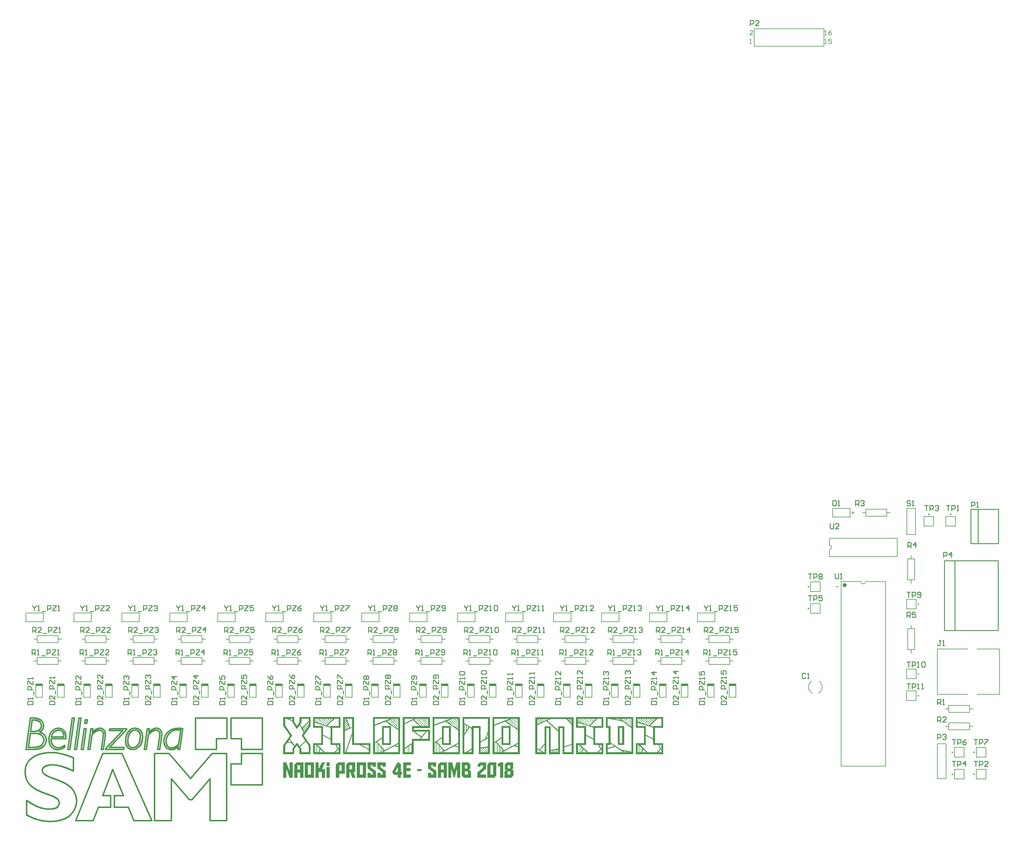
<source format=gbr>
From 9806e24649ec92d5f8eb3c8f41593382a5c6561d Mon Sep 17 00:00:00 2001
From: Nao Pross <naopross@thearcway.org>
Date: Thu, 22 Feb 2018 16:53:58 +0100
Subject: Finalize Steps Hardware

---
 .../GerberX2/Steps_Legend_Top.gbr                  | 22743 +++++++++++++++++++
 1 file changed, 22743 insertions(+)
 create mode 100644 hw/Project Outputs for Steps/GerberX2/Steps_Legend_Top.gbr

(limited to 'hw/Project Outputs for Steps/GerberX2/Steps_Legend_Top.gbr')

diff --git a/hw/Project Outputs for Steps/GerberX2/Steps_Legend_Top.gbr b/hw/Project Outputs for Steps/GerberX2/Steps_Legend_Top.gbr
new file mode 100644
index 0000000..e7db834
--- /dev/null
+++ b/hw/Project Outputs for Steps/GerberX2/Steps_Legend_Top.gbr	
@@ -0,0 +1,22743 @@
+G04 Layer_Color=65535*
+%FSLAX42Y42*%
+%MOMM*%
+%TF.FileFunction,Legend,Top*%
+%TF.Part,Single*%
+G01*
+G75*
+%TA.AperFunction,NonConductor*%
+%ADD36C,0.25*%
+%ADD37C,0.60*%
+%ADD38C,0.20*%
+%ADD39C,0.40*%
+%ADD40C,0.25*%
+%ADD41C,0.15*%
+%ADD42C,0.20*%
+%ADD43R,1.90X0.80*%
+G36*
+X33843Y2952D02*
+X33687Y2814D01*
+Y2778D01*
+X33843D01*
+Y2692D01*
+X33592D01*
+Y2845D01*
+X33749Y2986D01*
+Y3056D01*
+X33687D01*
+Y3008D01*
+X33597D01*
+Y3079D01*
+X33658Y3141D01*
+X33843D01*
+Y2952D01*
+D02*
+G37*
+G36*
+X34145Y2754D02*
+X34078Y2692D01*
+X33879D01*
+Y3079D01*
+X33946Y3141D01*
+X34145D01*
+Y2754D01*
+D02*
+G37*
+G36*
+X32705Y2692D02*
+X32612D01*
+Y2839D01*
+X32532D01*
+Y2692D01*
+X32437D01*
+Y3069D01*
+X32509Y3141D01*
+X32705D01*
+Y2692D01*
+D02*
+G37*
+G36*
+X33391Y3082D02*
+Y2957D01*
+X33347Y2922D01*
+X33408Y2879D01*
+Y2692D01*
+X33198D01*
+X33136Y2754D01*
+Y3141D01*
+X33327D01*
+X33391Y3082D01*
+D02*
+G37*
+G36*
+X39001Y4459D02*
+Y4457D01*
+Y4143D01*
+X38999Y4142D01*
+X38765D01*
+Y3698D01*
+X38999D01*
+X39001Y3697D01*
+Y3695D01*
+Y3380D01*
+X38999Y3378D01*
+X38207D01*
+X38205Y3380D01*
+Y3695D01*
+Y3697D01*
+X38209Y3698D01*
+X38443D01*
+Y4142D01*
+X38207D01*
+X38205Y4143D01*
+Y4457D01*
+Y4459D01*
+X38209Y4460D01*
+X38999D01*
+X39001Y4459D01*
+D02*
+G37*
+G36*
+X38131D02*
+Y4457D01*
+Y3380D01*
+X38129Y3378D01*
+X37337D01*
+X37335Y3380D01*
+Y3695D01*
+Y3697D01*
+X37338Y3698D01*
+X37413D01*
+Y4142D01*
+X37337D01*
+X37335Y4143D01*
+Y4457D01*
+Y4459D01*
+X37338Y4460D01*
+X38129D01*
+X38131Y4459D01*
+D02*
+G37*
+G36*
+X34345Y2692D02*
+X34251D01*
+Y3021D01*
+X34193D01*
+X34180Y3079D01*
+X34251Y3140D01*
+Y3141D01*
+X34345D01*
+Y2692D01*
+D02*
+G37*
+G36*
+X34634Y2970D02*
+X34580Y2921D01*
+X34642D01*
+Y2754D01*
+X34579Y2692D01*
+X34382D01*
+Y2875D01*
+X34443Y2921D01*
+X34390D01*
+Y3079D01*
+X34451Y3141D01*
+X34634D01*
+Y2970D01*
+D02*
+G37*
+G36*
+X31653Y3056D02*
+X31529D01*
+Y2969D01*
+X31647D01*
+Y2885D01*
+X31530D01*
+Y2778D01*
+X31657D01*
+Y2692D01*
+X31436D01*
+Y3141D01*
+X31653D01*
+Y3056D01*
+D02*
+G37*
+G36*
+X28831Y2692D02*
+X28561D01*
+Y3141D01*
+X28831D01*
+Y2692D01*
+D02*
+G37*
+G36*
+X29294D02*
+X29201D01*
+Y3003D01*
+X29294D01*
+Y2692D01*
+D02*
+G37*
+G36*
+X28734Y4459D02*
+Y4457D01*
+Y4201D01*
+Y4199D01*
+X28731Y4196D01*
+X28728Y4190D01*
+X28722Y4181D01*
+X28714Y4169D01*
+X28702Y4152D01*
+X28687Y4131D01*
+X28537Y3918D01*
+X28734Y3637D01*
+Y3380D01*
+X28732Y3378D01*
+X28415D01*
+X28414Y3380D01*
+Y3521D01*
+X28412Y3523D01*
+X28411Y3526D01*
+X28406Y3532D01*
+X28402Y3538D01*
+X28390Y3556D01*
+X28376Y3576D01*
+X28362Y3596D01*
+X28348Y3614D01*
+X28344Y3622D01*
+X28339Y3627D01*
+X28336Y3631D01*
+X28335Y3633D01*
+X28258Y3521D01*
+Y3380D01*
+X28255Y3378D01*
+X27940D01*
+X27938Y3380D01*
+Y3636D01*
+X27940Y3639D01*
+X27943Y3643D01*
+X27948Y3651D01*
+X27957Y3665D01*
+X27963Y3674D01*
+X27969Y3683D01*
+X27978Y3695D01*
+X27987Y3709D01*
+X27999Y3724D01*
+X28012Y3742D01*
+X28013Y3745D01*
+X28016Y3748D01*
+X28018Y3752D01*
+X28022Y3758D01*
+X28027Y3764D01*
+X28033Y3773D01*
+X28042Y3785D01*
+X28051Y3799D01*
+X28063Y3817D01*
+X28077Y3837D01*
+X28094Y3860D01*
+X28114Y3887D01*
+X28135Y3918D01*
+Y3919D01*
+X28134Y3921D01*
+X28132Y3924D01*
+X28129Y3928D01*
+X28124Y3934D01*
+X28118Y3942D01*
+X28111Y3954D01*
+X28100Y3969D01*
+X28086Y3988D01*
+X28071Y4009D01*
+X28051Y4036D01*
+X28028Y4068D01*
+X28002Y4107D01*
+X27989Y4126D01*
+X27974Y4149D01*
+X27957Y4172D01*
+X27938Y4198D01*
+Y4457D01*
+Y4459D01*
+X27942Y4460D01*
+X28255D01*
+X28257Y4459D01*
+X28258Y4457D01*
+Y4314D01*
+X28260Y4312D01*
+X28262Y4309D01*
+X28266Y4303D01*
+X28271Y4297D01*
+X28283Y4279D01*
+X28297Y4259D01*
+X28310Y4239D01*
+X28324Y4221D01*
+X28329Y4215D01*
+X28333Y4209D01*
+X28335Y4206D01*
+X28336Y4204D01*
+X28338D01*
+X28339Y4206D01*
+X28341Y4209D01*
+X28345Y4215D01*
+X28350Y4221D01*
+X28362Y4239D01*
+X28376Y4260D01*
+X28390Y4280D01*
+X28402Y4299D01*
+X28406Y4306D01*
+X28411Y4312D01*
+X28412Y4315D01*
+X28414Y4317D01*
+Y4457D01*
+X28415Y4459D01*
+X28417Y4460D01*
+X28732D01*
+X28734Y4459D01*
+D02*
+G37*
+G36*
+X28525Y2692D02*
+X28431D01*
+Y2839D01*
+X28351D01*
+Y2692D01*
+X28257D01*
+Y3069D01*
+X28328Y3141D01*
+X28525D01*
+Y2692D01*
+D02*
+G37*
+G36*
+X30348D02*
+X30077D01*
+Y3141D01*
+X30348D01*
+Y2692D01*
+D02*
+G37*
+G36*
+X31363Y3079D02*
+Y2860D01*
+X31403D01*
+Y2782D01*
+X31363D01*
+Y2692D01*
+X31272D01*
+Y2777D01*
+X31164D01*
+X31111Y2860D01*
+X31263Y3141D01*
+X31300D01*
+X31363Y3079D01*
+D02*
+G37*
+G36*
+X29734Y2806D02*
+X29567D01*
+Y2692D01*
+X29473D01*
+Y3077D01*
+X29541Y3141D01*
+X29734D01*
+Y2806D01*
+D02*
+G37*
+G36*
+X30034Y2855D02*
+X29983D01*
+X30042Y2692D01*
+X29948D01*
+X29892Y2854D01*
+X29867D01*
+Y2692D01*
+X29774D01*
+Y3077D01*
+X29841Y3141D01*
+X30034D01*
+Y2855D01*
+D02*
+G37*
+G36*
+X29069Y2941D02*
+X29156D01*
+Y2692D01*
+X29062D01*
+Y2856D01*
+X28967D01*
+Y2692D01*
+X28873D01*
+Y3141D01*
+X28967D01*
+Y2941D01*
+X28973D01*
+X29062Y3141D01*
+X29155D01*
+X29069Y2941D01*
+D02*
+G37*
+G36*
+X29997Y4459D02*
+X29999Y4457D01*
+Y4087D01*
+Y4085D01*
+X30000Y4084D01*
+X29999Y4078D01*
+Y3698D01*
+X30472D01*
+X30474Y3697D01*
+Y3695D01*
+Y3380D01*
+X30472Y3378D01*
+X29680D01*
+X29679Y3380D01*
+Y4457D01*
+Y4459D01*
+X29682Y4460D01*
+X29996D01*
+X29997Y4459D01*
+D02*
+G37*
+G36*
+X32214D02*
+Y4457D01*
+Y4142D01*
+X32213Y4140D01*
+X31739D01*
+Y4088D01*
+X32214D01*
+Y4087D01*
+Y3770D01*
+X32213Y3768D01*
+X31739D01*
+Y3380D01*
+X31736Y3378D01*
+X31420D01*
+X31419Y3380D01*
+Y4457D01*
+Y4459D01*
+X31422Y4460D01*
+X32213D01*
+X32214Y4459D01*
+D02*
+G37*
+G36*
+X31344D02*
+Y3380D01*
+X31343Y3378D01*
+X30550D01*
+X30549Y3380D01*
+Y4459D01*
+Y4460D01*
+X31344D01*
+Y4459D01*
+D02*
+G37*
+G36*
+X29604D02*
+Y4457D01*
+Y4143D01*
+X29602Y4142D01*
+X29368D01*
+Y3698D01*
+X29602D01*
+X29604Y3697D01*
+Y3695D01*
+Y3380D01*
+X29602Y3378D01*
+X28810D01*
+X28809Y3380D01*
+Y3695D01*
+Y3697D01*
+X28812Y3698D01*
+X29046D01*
+Y4142D01*
+X28810D01*
+X28809Y4143D01*
+Y4457D01*
+Y4459D01*
+X28812Y4460D01*
+X29602D01*
+X29604Y4459D01*
+D02*
+G37*
+G36*
+X32394Y3008D02*
+X32308D01*
+Y3056D01*
+X32247D01*
+Y2996D01*
+X32397Y2884D01*
+Y2692D01*
+X32150D01*
+Y2832D01*
+X32244D01*
+Y2778D01*
+X32303D01*
+Y2849D01*
+X32153Y2961D01*
+Y3141D01*
+X32394D01*
+Y3008D01*
+D02*
+G37*
+G36*
+X29294Y3031D02*
+X29201D01*
+Y3141D01*
+X29294D01*
+Y3031D01*
+D02*
+G37*
+G36*
+X30634Y3008D02*
+X30547D01*
+Y3056D01*
+X30487D01*
+Y2996D01*
+X30637Y2884D01*
+Y2692D01*
+X30390D01*
+Y2832D01*
+X30483D01*
+Y2778D01*
+X30542D01*
+Y2849D01*
+X30393Y2961D01*
+Y3141D01*
+X30634D01*
+Y3008D01*
+D02*
+G37*
+G36*
+X30921D02*
+X30835D01*
+Y3056D01*
+X30774D01*
+Y2996D01*
+X30924Y2884D01*
+Y2692D01*
+X30677D01*
+Y2832D01*
+X30771D01*
+Y2778D01*
+X30829D01*
+Y2849D01*
+X30680Y2961D01*
+Y3141D01*
+X30921D01*
+Y3008D01*
+D02*
+G37*
+G36*
+X34824Y4459D02*
+Y3380D01*
+X34823Y3378D01*
+X34030D01*
+X34029Y3380D01*
+Y4459D01*
+Y4460D01*
+X34824D01*
+Y4459D01*
+D02*
+G37*
+G36*
+X31969Y2881D02*
+X31836D01*
+Y2947D01*
+X31969D01*
+Y2881D01*
+D02*
+G37*
+G36*
+X37261Y4459D02*
+Y4457D01*
+Y4143D01*
+X37259Y4142D01*
+X37025D01*
+Y3698D01*
+X37259D01*
+X37261Y3697D01*
+Y3695D01*
+Y3380D01*
+X37259Y3378D01*
+X36467D01*
+X36465Y3380D01*
+Y3695D01*
+Y3697D01*
+X36468Y3698D01*
+X36703D01*
+Y4142D01*
+X36467D01*
+X36465Y4143D01*
+Y4457D01*
+Y4459D01*
+X36468Y4460D01*
+X37259D01*
+X37261Y4459D01*
+D02*
+G37*
+G36*
+X36391Y4452D02*
+Y3380D01*
+X36389Y3378D01*
+X36074D01*
+X36072Y3380D01*
+Y4137D01*
+X35995D01*
+Y3380D01*
+X35993Y3378D01*
+X35678D01*
+X35676Y3380D01*
+Y4137D01*
+X35598D01*
+Y3380D01*
+X35597Y3378D01*
+X35281D01*
+X35280Y3380D01*
+Y4452D01*
+Y4454D01*
+X36391D01*
+Y4452D01*
+D02*
+G37*
+G36*
+X33084Y4459D02*
+Y3380D01*
+X33083Y3378D01*
+X32290D01*
+X32289Y3380D01*
+Y4459D01*
+Y4460D01*
+X33084D01*
+Y4459D01*
+D02*
+G37*
+G36*
+X33089Y2692D02*
+X33002D01*
+Y2971D01*
+X32932Y2692D01*
+X32904D01*
+X32834Y2971D01*
+Y2692D01*
+X32747D01*
+Y3141D01*
+X32856D01*
+X32918Y2917D01*
+X32980Y3141D01*
+X33089D01*
+Y2692D01*
+D02*
+G37*
+G36*
+X28213D02*
+X28120D01*
+X28028Y2950D01*
+Y2692D01*
+X27940D01*
+Y3141D01*
+X28033D01*
+X28124Y2883D01*
+Y3141D01*
+X28213D01*
+Y2692D01*
+D02*
+G37*
+G36*
+X33954Y4455D02*
+Y3380D01*
+X33953Y3378D01*
+X33636D01*
+X33634Y3380D01*
+Y4140D01*
+X33480D01*
+X33479Y4137D01*
+Y3380D01*
+X33476Y3378D01*
+X33160D01*
+X33159Y3380D01*
+Y4455D01*
+Y4457D01*
+X33954D01*
+Y4455D01*
+D02*
+G37*
+%LPC*%
+G36*
+X34051Y3056D02*
+X33974D01*
+Y2778D01*
+X34051D01*
+Y3056D01*
+D02*
+G37*
+G36*
+X32612D02*
+X32532D01*
+Y2925D01*
+X32612D01*
+Y3056D01*
+D02*
+G37*
+G36*
+X33313Y2879D02*
+X33230D01*
+Y2778D01*
+X33313D01*
+Y2879D01*
+D02*
+G37*
+G36*
+X33298Y3056D02*
+X33230D01*
+Y2963D01*
+X33298D01*
+Y3056D01*
+D02*
+G37*
+G36*
+X38399Y3543D02*
+Y3517D01*
+X38401D01*
+X38402Y3520D01*
+X38404Y3524D01*
+X38405Y3531D01*
+X38407Y3534D01*
+X38405Y3537D01*
+X38404Y3538D01*
+X38399Y3543D01*
+D02*
+G37*
+G36*
+X38292Y3645D02*
+X38260D01*
+Y3430D01*
+X38292D01*
+Y3645D01*
+D02*
+G37*
+G36*
+X38306Y3631D02*
+Y3430D01*
+X38338D01*
+Y3598D01*
+Y3599D01*
+X38335Y3602D01*
+X38329Y3610D01*
+X38324Y3614D01*
+X38317Y3620D01*
+X38315Y3622D01*
+X38312Y3625D01*
+X38306Y3631D01*
+D02*
+G37*
+G36*
+X38352Y3588D02*
+Y3430D01*
+X38361D01*
+X38362Y3433D01*
+X38365Y3439D01*
+X38369Y3448D01*
+X38373Y3459D01*
+X38378Y3470D01*
+X38382Y3480D01*
+X38384Y3486D01*
+X38385Y3491D01*
+Y3555D01*
+X38384Y3556D01*
+X38382Y3558D01*
+X38373Y3567D01*
+X38362Y3579D01*
+X38352Y3588D01*
+D02*
+G37*
+G36*
+X38428Y3515D02*
+X38390Y3430D01*
+X38516D01*
+X38515Y3432D01*
+X38513Y3433D01*
+X38504Y3442D01*
+X38490Y3454D01*
+X38475Y3470D01*
+X38460Y3485D01*
+X38446Y3499D01*
+X38434Y3509D01*
+X38431Y3514D01*
+X38428Y3515D01*
+D02*
+G37*
+G36*
+X38497Y3913D02*
+Y3648D01*
+Y3646D01*
+X38495Y3645D01*
+X38332D01*
+X38556Y3430D01*
+X38810D01*
+X38815Y3435D01*
+X38820Y3438D01*
+X38826Y3442D01*
+X38833Y3450D01*
+X38842Y3460D01*
+X38845Y3464D01*
+X38852Y3470D01*
+X38862Y3477D01*
+X38873Y3488D01*
+X38885Y3499D01*
+X38897Y3509D01*
+X38906Y3518D01*
+X38914Y3523D01*
+X38856Y3645D01*
+X38711D01*
+X38710Y3648D01*
+Y3800D01*
+X38707Y3802D01*
+X38702Y3803D01*
+X38698Y3806D01*
+X38692Y3809D01*
+X38682Y3814D01*
+X38670Y3820D01*
+X38657Y3828D01*
+X38640Y3837D01*
+X38618Y3848D01*
+X38594Y3861D01*
+X38567Y3876D01*
+X38533Y3893D01*
+X38497Y3913D01*
+D02*
+G37*
+G36*
+X38949Y3520D02*
+X38948D01*
+X38946Y3518D01*
+X38943Y3517D01*
+X38938Y3512D01*
+X38932Y3506D01*
+X38917Y3492D01*
+X38900Y3476D01*
+X38882Y3460D01*
+X38867Y3445D01*
+X38861Y3439D01*
+X38856Y3435D01*
+X38853Y3432D01*
+X38852Y3430D01*
+X38949D01*
+Y3520D01*
+D02*
+G37*
+G36*
+X38260Y4292D02*
+X38259D01*
+Y4193D01*
+X38497D01*
+Y4190D01*
+Y3944D01*
+X38498D01*
+X38501Y3940D01*
+X38504Y3939D01*
+X38510Y3936D01*
+X38516Y3933D01*
+X38525Y3928D01*
+X38538Y3921D01*
+X38551Y3913D01*
+X38570Y3904D01*
+X38589Y3893D01*
+X38614Y3881D01*
+X38641Y3866D01*
+X38673Y3849D01*
+X38710Y3829D01*
+Y4146D01*
+X38708Y4148D01*
+X38704Y4149D01*
+X38696Y4152D01*
+X38690Y4154D01*
+X38682Y4157D01*
+X38673Y4160D01*
+X38661Y4163D01*
+X38649Y4167D01*
+X38634Y4174D01*
+X38615Y4180D01*
+X38596Y4186D01*
+X38594D01*
+X38593Y4187D01*
+X38588Y4189D01*
+X38582Y4190D01*
+X38565Y4195D01*
+X38545Y4203D01*
+X38521Y4210D01*
+X38492Y4219D01*
+X38463Y4228D01*
+X38433Y4238D01*
+X38402Y4248D01*
+X38372Y4257D01*
+X38343Y4267D01*
+X38317Y4274D01*
+X38295Y4282D01*
+X38277Y4286D01*
+X38271Y4289D01*
+X38265Y4291D01*
+X38260Y4292D01*
+D02*
+G37*
+G36*
+X38949Y3645D02*
+X38887D01*
+Y3643D01*
+X38934Y3544D01*
+X38935D01*
+X38938Y3547D01*
+X38943Y3552D01*
+X38949Y3558D01*
+Y3645D01*
+D02*
+G37*
+G36*
+X38623Y4407D02*
+X38580D01*
+X38682Y4303D01*
+X38684D01*
+X38687Y4306D01*
+X38690Y4309D01*
+X38693Y4312D01*
+X38699Y4318D01*
+X38705Y4326D01*
+X38623Y4407D01*
+D02*
+G37*
+G36*
+X38692D02*
+X38644D01*
+X38646Y4405D01*
+X38647Y4402D01*
+X38652Y4398D01*
+X38660Y4390D01*
+X38669Y4381D01*
+X38682Y4369D01*
+X38698Y4353D01*
+X38716Y4335D01*
+X38717Y4337D01*
+X38721Y4338D01*
+X38728Y4346D01*
+X38737Y4353D01*
+X38740Y4356D01*
+X38742Y4358D01*
+X38692Y4407D01*
+D02*
+G37*
+G36*
+X38559D02*
+X38515D01*
+X38518Y4404D01*
+X38524Y4396D01*
+X38536Y4385D01*
+X38553Y4369D01*
+X38573Y4349D01*
+X38596Y4326D01*
+X38621Y4300D01*
+X38650Y4273D01*
+X38652Y4274D01*
+X38653Y4276D01*
+X38663Y4283D01*
+X38670Y4289D01*
+X38672Y4292D01*
+X38673Y4294D01*
+X38559Y4407D01*
+D02*
+G37*
+G36*
+X38259Y4370D02*
+Y4326D01*
+X38260Y4324D01*
+X38262Y4323D01*
+X38265Y4321D01*
+X38271Y4318D01*
+X38280Y4315D01*
+X38294Y4311D01*
+X38311Y4306D01*
+X38312Y4305D01*
+X38318Y4303D01*
+X38321Y4302D01*
+X38327Y4300D01*
+X38326Y4302D01*
+X38324Y4305D01*
+X38318Y4309D01*
+X38311Y4318D01*
+X38298Y4331D01*
+X38282Y4347D01*
+X38271Y4358D01*
+X38259Y4370D01*
+D02*
+G37*
+G36*
+X38792Y4407D02*
+X38777D01*
+X38778Y4405D01*
+X38780Y4404D01*
+X38785Y4399D01*
+X38786Y4401D01*
+X38788Y4402D01*
+X38792Y4407D01*
+D02*
+G37*
+G36*
+X38756D02*
+X38711D01*
+X38713Y4405D01*
+X38714Y4404D01*
+X38717Y4401D01*
+X38722Y4396D01*
+X38728Y4390D01*
+X38739Y4379D01*
+X38751Y4367D01*
+X38775Y4390D01*
+X38756Y4407D01*
+D02*
+G37*
+G36*
+X38949D02*
+X38833D01*
+X38832Y4405D01*
+X38826Y4401D01*
+X38821Y4396D01*
+X38815Y4390D01*
+X38806Y4382D01*
+X38797Y4373D01*
+X38785Y4361D01*
+X38769Y4347D01*
+X38753Y4331D01*
+X38731Y4312D01*
+X38708Y4291D01*
+X38682Y4265D01*
+X38653Y4238D01*
+X38620Y4206D01*
+X38621D01*
+X38623Y4204D01*
+X38631Y4203D01*
+X38641Y4198D01*
+X38657Y4193D01*
+X38685Y4184D01*
+X38699Y4180D01*
+X38710Y4177D01*
+Y4190D01*
+X38711Y4192D01*
+X38713Y4193D01*
+X38949D01*
+Y4407D01*
+D02*
+G37*
+G36*
+X38495D02*
+X38448D01*
+X38451Y4404D01*
+X38460Y4395D01*
+X38474Y4381D01*
+X38492Y4363D01*
+X38516Y4338D01*
+X38545Y4309D01*
+X38577Y4276D01*
+X38615Y4239D01*
+X38617D01*
+X38620Y4242D01*
+X38623Y4245D01*
+X38628Y4248D01*
+X38632Y4254D01*
+X38640Y4262D01*
+X38495Y4407D01*
+D02*
+G37*
+G36*
+X38353D02*
+X38309D01*
+X38311Y4405D01*
+X38315Y4401D01*
+X38323Y4393D01*
+X38332Y4384D01*
+X38344Y4372D01*
+X38356Y4359D01*
+X38384Y4332D01*
+X38411Y4305D01*
+X38423Y4292D01*
+X38436Y4280D01*
+X38445Y4271D01*
+X38452Y4263D01*
+X38458Y4259D01*
+X38460Y4257D01*
+X38463D01*
+X38468Y4254D01*
+X38477Y4251D01*
+X38487Y4248D01*
+X38498Y4245D01*
+X38509Y4241D01*
+X38516Y4239D01*
+X38522Y4238D01*
+X38521Y4239D01*
+X38518Y4242D01*
+X38513Y4247D01*
+X38507Y4253D01*
+X38498Y4262D01*
+X38489Y4271D01*
+X38466Y4294D01*
+X38440Y4320D01*
+X38411Y4349D01*
+X38382Y4378D01*
+X38353Y4407D01*
+D02*
+G37*
+G36*
+X38288D02*
+X38259D01*
+Y4390D01*
+X38260Y4388D01*
+X38263Y4385D01*
+X38268Y4381D01*
+X38274Y4375D01*
+X38291Y4358D01*
+X38309Y4340D01*
+X38327Y4321D01*
+X38344Y4305D01*
+X38350Y4299D01*
+X38356Y4294D01*
+X38359Y4291D01*
+X38361Y4289D01*
+X38428Y4268D01*
+Y4270D01*
+X38425Y4271D01*
+X38416Y4280D01*
+X38402Y4294D01*
+X38384Y4312D01*
+X38362Y4332D01*
+X38340Y4356D01*
+X38314Y4381D01*
+X38288Y4407D01*
+D02*
+G37*
+G36*
+X38426D02*
+X38375D01*
+X38376Y4405D01*
+X38382Y4399D01*
+X38391Y4390D01*
+X38402Y4378D01*
+X38416Y4364D01*
+X38431Y4349D01*
+X38465Y4317D01*
+X38498Y4283D01*
+X38513Y4268D01*
+X38527Y4254D01*
+X38538Y4242D01*
+X38547Y4233D01*
+X38553Y4227D01*
+X38556Y4225D01*
+X38591Y4215D01*
+X38593Y4218D01*
+X38597Y4221D01*
+X38605Y4228D01*
+X38603Y4230D01*
+X38602Y4231D01*
+X38597Y4236D01*
+X38591Y4242D01*
+X38576Y4259D01*
+X38554Y4280D01*
+X38529Y4306D01*
+X38498Y4337D01*
+X38465Y4370D01*
+X38426Y4407D01*
+D02*
+G37*
+G36*
+X37835Y3471D02*
+X37834D01*
+X37836Y3471D01*
+X37838Y3468D01*
+X37843Y3465D01*
+X37847Y3460D01*
+X37855Y3456D01*
+X37866Y3448D01*
+Y3465D01*
+X37836Y3471D01*
+X37835Y3471D01*
+D02*
+G37*
+G36*
+X37879Y3462D02*
+Y3439D01*
+X37881Y3438D01*
+X37884Y3435D01*
+X37890Y3430D01*
+X37913D01*
+Y3454D01*
+X37879Y3462D01*
+D02*
+G37*
+G36*
+X37925Y3451D02*
+Y3430D01*
+X37960D01*
+Y3442D01*
+X37959Y3444D01*
+X37956Y3445D01*
+X37951D01*
+X37945Y3447D01*
+X37937Y3450D01*
+X37925Y3451D01*
+D02*
+G37*
+G36*
+X37972Y3441D02*
+Y3430D01*
+X38006D01*
+Y3435D01*
+X37972Y3441D01*
+D02*
+G37*
+G36*
+X37424Y4407D02*
+X37389D01*
+Y4193D01*
+X37465D01*
+X37466Y4190D01*
+Y3723D01*
+X37468D01*
+X37470Y3721D01*
+X37474Y3718D01*
+X37480Y3713D01*
+X37488Y3707D01*
+X37498Y3700D01*
+X37512Y3691D01*
+X37527Y3680D01*
+X37547Y3666D01*
+X37569Y3651D01*
+X37594Y3634D01*
+X37623Y3614D01*
+X37655Y3593D01*
+X37692Y3569D01*
+X37733Y3541D01*
+X37777Y3511D01*
+X37780D01*
+X37783Y3509D01*
+X37788D01*
+X37794Y3508D01*
+X37803Y3506D01*
+X37817Y3503D01*
+X37832Y3500D01*
+X37852Y3496D01*
+X37876Y3489D01*
+X37905Y3483D01*
+X37940Y3477D01*
+X37980Y3468D01*
+X38001Y3464D01*
+X38026Y3457D01*
+X38050Y3453D01*
+X38077Y3447D01*
+Y4134D01*
+X38074Y4136D01*
+X38067Y4143D01*
+X38055Y4152D01*
+X38038Y4164D01*
+X38018Y4180D01*
+X37997Y4196D01*
+X37972Y4215D01*
+X37949Y4233D01*
+X37901Y4270D01*
+X37879Y4286D01*
+X37860Y4302D01*
+X37843Y4314D01*
+X37829Y4324D01*
+X37820Y4331D01*
+X37817Y4334D01*
+X37815D01*
+X37812Y4335D01*
+X37808D01*
+X37800Y4337D01*
+X37793Y4338D01*
+X37782Y4340D01*
+X37757Y4344D01*
+X37729Y4350D01*
+X37697Y4356D01*
+X37661Y4363D01*
+X37626Y4370D01*
+X37590Y4376D01*
+X37555Y4382D01*
+X37521Y4388D01*
+X37491Y4395D01*
+X37463Y4399D01*
+X37453Y4402D01*
+X37444Y4404D01*
+X37434Y4405D01*
+X37428D01*
+X37424Y4407D01*
+D02*
+G37*
+G36*
+X37466Y3688D02*
+Y3648D01*
+Y3646D01*
+X37463Y3645D01*
+X37389D01*
+Y3558D01*
+X37390D01*
+X37396Y3560D01*
+X37407Y3563D01*
+X37419Y3566D01*
+X37433Y3570D01*
+X37450Y3575D01*
+X37485Y3584D01*
+X37518Y3595D01*
+X37535Y3599D01*
+X37550Y3604D01*
+X37561Y3607D01*
+X37572Y3610D01*
+X37578Y3611D01*
+X37579Y3613D01*
+X37578Y3614D01*
+X37575Y3616D01*
+X37569Y3620D01*
+X37562Y3625D01*
+X37544Y3637D01*
+X37523Y3651D01*
+X37503Y3665D01*
+X37485Y3675D01*
+X37477Y3681D01*
+X37471Y3684D01*
+X37468Y3686D01*
+X37466Y3688D01*
+D02*
+G37*
+G36*
+X37610Y3592D02*
+X37607D01*
+X37601Y3588D01*
+X37590Y3585D01*
+X37576Y3582D01*
+X37559Y3578D01*
+X37540Y3572D01*
+X37500Y3561D01*
+X37459Y3549D01*
+X37441Y3544D01*
+X37424Y3538D01*
+X37410Y3535D01*
+X37399Y3532D01*
+X37392Y3529D01*
+X37389D01*
+Y3430D01*
+X37843D01*
+Y3432D01*
+X37841Y3433D01*
+X37837Y3436D01*
+X37832Y3439D01*
+X37825Y3444D01*
+X37817Y3450D01*
+X37806Y3456D01*
+X37793Y3465D01*
+X37777Y3476D01*
+X37757Y3489D01*
+X37736Y3505D01*
+X37710Y3521D01*
+X37681Y3541D01*
+X37648Y3564D01*
+X37610Y3590D01*
+Y3592D01*
+D02*
+G37*
+G36*
+X37948Y4407D02*
+X37895D01*
+X37893Y4405D01*
+X37892Y4404D01*
+X37887Y4399D01*
+X37881Y4393D01*
+X37870Y4382D01*
+X37857Y4369D01*
+X37838Y4350D01*
+X37869Y4327D01*
+X37870D01*
+X37872Y4329D01*
+X37878Y4335D01*
+X37885Y4343D01*
+X37896Y4353D01*
+X37908Y4366D01*
+X37922Y4379D01*
+X37948Y4407D01*
+D02*
+G37*
+G36*
+X38077D02*
+X38036D01*
+X38033Y4404D01*
+X38026Y4396D01*
+X38013Y4385D01*
+X37998Y4370D01*
+X37981Y4353D01*
+X37962Y4334D01*
+X37919Y4289D01*
+X37943Y4271D01*
+X37945Y4273D01*
+X37946Y4274D01*
+X37956Y4283D01*
+X37969Y4295D01*
+X37986Y4314D01*
+X38007Y4334D01*
+X38030Y4356D01*
+X38053Y4381D01*
+X38077Y4405D01*
+Y4407D01*
+D02*
+G37*
+G36*
+X38017D02*
+X37969D01*
+X37968Y4405D01*
+X37962Y4401D01*
+X37954Y4391D01*
+X37943Y4381D01*
+X37930Y4369D01*
+X37914Y4353D01*
+X37898Y4337D01*
+X37879Y4318D01*
+X37908Y4297D01*
+X38017Y4407D01*
+D02*
+G37*
+G36*
+X37875D02*
+X37831D01*
+X37826Y4404D01*
+X37823Y4399D01*
+X37818Y4395D01*
+X37811Y4387D01*
+X37802Y4378D01*
+X37803D01*
+X37806Y4375D01*
+X37814Y4369D01*
+X37823Y4363D01*
+X37826Y4361D01*
+X37828Y4359D01*
+X37875Y4407D01*
+D02*
+G37*
+G36*
+X37811D02*
+X37765D01*
+X37768Y4404D01*
+X37771Y4401D01*
+X37776Y4398D01*
+X37782Y4393D01*
+X37791Y4387D01*
+X37794Y4390D01*
+X37800Y4396D01*
+X37805Y4401D01*
+X37811Y4407D01*
+D02*
+G37*
+G36*
+X37719D02*
+X37575D01*
+Y4405D01*
+X37576D01*
+X37581Y4404D01*
+X37585D01*
+X37591Y4402D01*
+X37599Y4401D01*
+X37608Y4399D01*
+X37619Y4398D01*
+X37633Y4395D01*
+X37648Y4391D01*
+X37666Y4388D01*
+X37687Y4384D01*
+X37712Y4379D01*
+X37739Y4375D01*
+X37770Y4369D01*
+Y4370D01*
+X37767Y4372D01*
+X37764Y4375D01*
+X37757Y4379D01*
+X37748Y4385D01*
+X37736Y4395D01*
+X37719Y4407D01*
+D02*
+G37*
+G36*
+X38077Y4187D02*
+X38076Y4186D01*
+X38073Y4183D01*
+X38067Y4177D01*
+X38068Y4175D01*
+X38071Y4174D01*
+X38074Y4171D01*
+X38077Y4169D01*
+Y4187D01*
+D02*
+G37*
+G36*
+Y4251D02*
+X38076D01*
+X38074Y4248D01*
+X38071Y4245D01*
+X38065Y4239D01*
+X38058Y4231D01*
+X38045Y4219D01*
+X38030Y4204D01*
+Y4203D01*
+X38035Y4201D01*
+X38038Y4198D01*
+X38042Y4195D01*
+X38049Y4192D01*
+X38056Y4186D01*
+X38077Y4209D01*
+Y4251D01*
+D02*
+G37*
+G36*
+Y4384D02*
+X38076Y4382D01*
+X38074Y4381D01*
+X38065Y4372D01*
+X38052Y4358D01*
+X38035Y4341D01*
+X38015Y4321D01*
+X37995Y4302D01*
+X37975Y4282D01*
+X37956Y4262D01*
+X37959Y4259D01*
+X37962Y4256D01*
+X37966Y4253D01*
+X37972Y4248D01*
+X37981Y4242D01*
+X38077Y4340D01*
+Y4384D01*
+D02*
+G37*
+G36*
+Y4320D02*
+X38076Y4318D01*
+X38071Y4314D01*
+X38062Y4305D01*
+X38052Y4295D01*
+X38039Y4282D01*
+X38024Y4268D01*
+X38009Y4251D01*
+X37992Y4235D01*
+X38020Y4213D01*
+X38077Y4273D01*
+Y4320D01*
+D02*
+G37*
+%LPD*%
+G36*
+X37864Y4190D02*
+Y3648D01*
+Y3646D01*
+X37861Y3645D01*
+X37683D01*
+X37681Y3648D01*
+Y4190D01*
+Y4192D01*
+X37683Y4193D01*
+X37863D01*
+X37864Y4190D01*
+D02*
+G37*
+%LPC*%
+G36*
+X37811Y4142D02*
+X37733D01*
+Y3698D01*
+X37811D01*
+Y4142D01*
+D02*
+G37*
+G36*
+X34551Y2878D02*
+X34474D01*
+Y2778D01*
+X34551D01*
+Y2878D01*
+D02*
+G37*
+G36*
+Y3056D02*
+X34474D01*
+Y2958D01*
+X34551D01*
+Y3056D01*
+D02*
+G37*
+G36*
+X28738D02*
+X28655D01*
+Y2778D01*
+X28738D01*
+Y3056D01*
+D02*
+G37*
+G36*
+X28118Y3800D02*
+X28117Y3797D01*
+X28111Y3790D01*
+X28103Y3779D01*
+X28094Y3767D01*
+X28085Y3755D01*
+X28077Y3742D01*
+X28071Y3735D01*
+X28070Y3730D01*
+X28169D01*
+Y3732D01*
+X28167Y3735D01*
+X28161Y3742D01*
+X28153Y3752D01*
+X28144Y3764D01*
+X28135Y3776D01*
+X28127Y3788D01*
+X28121Y3796D01*
+X28118Y3800D01*
+D02*
+G37*
+G36*
+X28188Y3703D02*
+X28187D01*
+Y3701D01*
+X28188Y3700D01*
+X28191Y3698D01*
+X28188Y3703D01*
+D02*
+G37*
+G36*
+X28028Y4407D02*
+X27992D01*
+Y4215D01*
+X28199Y3919D01*
+Y3918D01*
+X28135Y3825D01*
+X28272Y3633D01*
+X28318Y3698D01*
+X28354D01*
+X28356Y3697D01*
+X28359Y3692D01*
+X28364Y3686D01*
+X28371Y3675D01*
+X28382Y3660D01*
+X28396Y3640D01*
+X28405Y3628D01*
+X28414Y3614D01*
+X28415D01*
+X28417Y3616D01*
+X28423Y3620D01*
+X28431Y3628D01*
+X28440Y3639D01*
+X28452Y3651D01*
+X28466Y3663D01*
+X28496Y3692D01*
+X28525Y3721D01*
+X28539Y3733D01*
+X28551Y3745D01*
+X28560Y3756D01*
+X28569Y3764D01*
+X28574Y3768D01*
+X28575Y3770D01*
+X28574Y3771D01*
+X28571Y3776D01*
+X28566Y3782D01*
+X28560Y3791D01*
+X28553Y3802D01*
+X28545Y3814D01*
+X28527Y3840D01*
+X28508Y3867D01*
+X28492Y3890D01*
+X28486Y3901D01*
+X28479Y3908D01*
+X28476Y3915D01*
+X28475Y3918D01*
+Y3919D01*
+X28533Y4004D01*
+X28420Y4228D01*
+X28418Y4227D01*
+X28415Y4222D01*
+X28409Y4215D01*
+X28405Y4209D01*
+X28399Y4199D01*
+X28393Y4190D01*
+X28383Y4180D01*
+X28374Y4166D01*
+X28364Y4151D01*
+X28351Y4132D01*
+X28336Y4113D01*
+X28335Y4116D01*
+X28332Y4119D01*
+X28329Y4122D01*
+X28326Y4128D01*
+X28319Y4136D01*
+X28312Y4145D01*
+X28304Y4157D01*
+X28294Y4172D01*
+X28281Y4190D01*
+X28266Y4210D01*
+X28249Y4235D01*
+X28230Y4263D01*
+X28207Y4295D01*
+Y4337D01*
+X28204Y4338D01*
+X28199Y4340D01*
+X28194Y4341D01*
+X28188Y4344D01*
+X28181Y4347D01*
+X28172Y4350D01*
+X28161Y4355D01*
+X28147Y4361D01*
+X28130Y4367D01*
+X28112Y4373D01*
+X28091Y4382D01*
+X28066Y4391D01*
+X28065D01*
+X28060Y4395D01*
+X28054Y4396D01*
+X28048Y4399D01*
+X28034Y4404D01*
+X28028Y4407D01*
+D02*
+G37*
+G36*
+X28166Y3703D02*
+X28048D01*
+X28047Y3701D01*
+X28045Y3698D01*
+X28041Y3692D01*
+X28034Y3681D01*
+X28024Y3668D01*
+X28018Y3659D01*
+X28010Y3648D01*
+X28002Y3634D01*
+X27992Y3620D01*
+Y3430D01*
+X28207D01*
+Y3537D01*
+X28208Y3538D01*
+X28210Y3541D01*
+X28213Y3547D01*
+X28219Y3556D01*
+X28228Y3570D01*
+X28239Y3587D01*
+X28255Y3610D01*
+Y3611D01*
+X28254Y3613D01*
+X28251Y3617D01*
+X28245Y3625D01*
+X28234Y3636D01*
+X28226Y3643D01*
+X28217Y3652D01*
+X28207Y3662D01*
+X28196Y3674D01*
+X28181Y3688D01*
+X28166Y3703D01*
+D02*
+G37*
+G36*
+X28594Y3747D02*
+X28591D01*
+X28431Y3590D01*
+X28467Y3540D01*
+Y3430D01*
+X28682D01*
+Y3617D01*
+X28681Y3619D01*
+X28679Y3624D01*
+X28676Y3630D01*
+X28668Y3639D01*
+X28659Y3652D01*
+X28647Y3672D01*
+X28638Y3683D01*
+X28629Y3697D01*
+X28627Y3698D01*
+X28623Y3704D01*
+X28618Y3712D01*
+X28612Y3721D01*
+X28604Y3730D01*
+X28600Y3738D01*
+X28595Y3744D01*
+X28594Y3747D01*
+D02*
+G37*
+G36*
+X28207Y4407D02*
+X28103D01*
+Y4405D01*
+X28207Y4366D01*
+Y4405D01*
+Y4407D01*
+D02*
+G37*
+G36*
+X28682D02*
+X28467D01*
+Y4300D01*
+Y4299D01*
+X28466Y4295D01*
+X28464Y4292D01*
+X28460Y4286D01*
+X28455Y4279D01*
+X28447Y4268D01*
+X28437Y4256D01*
+X28438Y4254D01*
+X28440Y4250D01*
+X28443Y4242D01*
+X28449Y4228D01*
+X28454Y4221D01*
+X28458Y4212D01*
+X28464Y4199D01*
+X28470Y4186D01*
+X28478Y4171D01*
+X28487Y4154D01*
+X28489D01*
+X28490Y4155D01*
+X28496Y4163D01*
+X28507Y4172D01*
+X28519Y4184D01*
+X28533Y4199D01*
+X28549Y4216D01*
+X28585Y4253D01*
+X28620Y4288D01*
+X28636Y4305D01*
+X28652Y4320D01*
+X28664Y4332D01*
+X28673Y4341D01*
+X28679Y4349D01*
+X28682Y4350D01*
+Y4405D01*
+Y4407D01*
+D02*
+G37*
+G36*
+X28629Y4259D02*
+X28626Y4256D01*
+X28620Y4250D01*
+X28612Y4242D01*
+X28607Y4236D01*
+X28609Y4235D01*
+X28610Y4233D01*
+X28613Y4228D01*
+X28621Y4222D01*
+X28630Y4213D01*
+X28642Y4201D01*
+X28661Y4184D01*
+X28677Y4209D01*
+Y4210D01*
+X28676Y4212D01*
+X28674Y4213D01*
+X28671Y4218D01*
+X28665Y4224D01*
+X28656Y4231D01*
+X28644Y4244D01*
+X28629Y4259D01*
+D02*
+G37*
+G36*
+X28563Y4192D02*
+X28562Y4190D01*
+X28560Y4189D01*
+X28553Y4181D01*
+X28545Y4174D01*
+X28543Y4171D01*
+X28542Y4169D01*
+X28606Y4107D01*
+Y4108D01*
+X28607Y4111D01*
+X28613Y4119D01*
+X28617Y4123D01*
+X28623Y4131D01*
+Y4132D01*
+X28621Y4134D01*
+X28620Y4137D01*
+X28615Y4142D01*
+X28607Y4148D01*
+X28597Y4158D01*
+X28583Y4174D01*
+X28563Y4192D01*
+D02*
+G37*
+G36*
+X28505Y4120D02*
+X28507Y4117D01*
+X28510Y4110D01*
+X28516Y4099D01*
+X28522Y4085D01*
+X28537Y4055D01*
+X28545Y4041D01*
+X28551Y4030D01*
+X28571Y4056D01*
+X28505Y4120D01*
+D02*
+G37*
+G36*
+X28531Y4158D02*
+X28511Y4137D01*
+Y4136D01*
+X28513Y4134D01*
+X28516Y4131D01*
+X28522Y4123D01*
+X28531Y4116D01*
+X28540Y4107D01*
+X28553Y4094D01*
+X28578Y4068D01*
+X28597Y4096D01*
+X28531Y4158D01*
+D02*
+G37*
+G36*
+X28597Y4225D02*
+X28595Y4224D01*
+X28594Y4222D01*
+X28586Y4215D01*
+X28577Y4206D01*
+X28575Y4203D01*
+X28574Y4201D01*
+X28632Y4145D01*
+X28635Y4148D01*
+X28636Y4151D01*
+X28639Y4155D01*
+X28644Y4161D01*
+X28650Y4171D01*
+Y4172D01*
+X28649Y4174D01*
+X28647Y4175D01*
+X28644Y4180D01*
+X28636Y4186D01*
+X28627Y4195D01*
+X28615Y4209D01*
+X28597Y4225D01*
+D02*
+G37*
+G36*
+X28682Y4312D02*
+X28681D01*
+X28679Y4311D01*
+X28674Y4306D01*
+X28670Y4300D01*
+X28662Y4294D01*
+X28649Y4279D01*
+X28642Y4273D01*
+X28639Y4268D01*
+X28682Y4227D01*
+Y4312D01*
+D02*
+G37*
+G36*
+X28431Y3056D02*
+X28351D01*
+Y2925D01*
+X28431D01*
+Y3056D01*
+D02*
+G37*
+G36*
+X30254D02*
+X30172D01*
+Y2778D01*
+X30254D01*
+Y3056D01*
+D02*
+G37*
+G36*
+X31271Y3005D02*
+X31200Y2855D01*
+X31272D01*
+X31271Y3005D01*
+D02*
+G37*
+G36*
+X29640Y3056D02*
+X29567D01*
+Y2892D01*
+X29640D01*
+Y3056D01*
+D02*
+G37*
+G36*
+X29940D02*
+X29867D01*
+Y2938D01*
+X29940D01*
+Y3056D01*
+D02*
+G37*
+G36*
+X30422Y3643D02*
+X30210D01*
+X30422Y3531D01*
+Y3643D01*
+D02*
+G37*
+G36*
+X29947Y4142D02*
+X29945D01*
+X29732Y4056D01*
+Y3430D01*
+X29740D01*
+X29741Y3432D01*
+Y3435D01*
+X29744Y3442D01*
+X29749Y3453D01*
+X29752Y3460D01*
+X29755Y3468D01*
+X29758Y3479D01*
+X29762Y3491D01*
+X29767Y3505D01*
+X29773Y3521D01*
+Y3523D01*
+X29775Y3528D01*
+X29778Y3534D01*
+X29781Y3543D01*
+X29784Y3553D01*
+X29788Y3566D01*
+X29794Y3581D01*
+X29799Y3596D01*
+X29813Y3633D01*
+X29826Y3674D01*
+X29842Y3716D01*
+X29858Y3762D01*
+X29874Y3808D01*
+X29890Y3852D01*
+X29904Y3893D01*
+X29918Y3931D01*
+X29924Y3948D01*
+X29928Y3965D01*
+X29935Y3979D01*
+X29938Y3991D01*
+X29942Y4000D01*
+X29944Y4008D01*
+X29945Y4014D01*
+X29947Y4017D01*
+Y4142D01*
+D02*
+G37*
+G36*
+Y3928D02*
+X29945D01*
+X29770Y3430D01*
+X30422D01*
+Y3500D01*
+X30151Y3643D01*
+X29948D01*
+X29947Y3646D01*
+Y3928D01*
+D02*
+G37*
+G36*
+X29762Y4405D02*
+X29732D01*
+Y4395D01*
+X29733Y4393D01*
+X29735Y4391D01*
+X29740Y4387D01*
+X29746Y4381D01*
+X29756Y4370D01*
+X29770Y4356D01*
+X29788Y4338D01*
+Y4340D01*
+X29787Y4343D01*
+X29785Y4349D01*
+X29781Y4359D01*
+X29778Y4370D01*
+X29773Y4382D01*
+X29768Y4393D01*
+X29765Y4401D01*
+X29762Y4405D01*
+D02*
+G37*
+G36*
+X29732Y4178D02*
+Y4134D01*
+X29733Y4132D01*
+X29736Y4128D01*
+X29741Y4123D01*
+X29747Y4117D01*
+X29753Y4110D01*
+X29759Y4105D01*
+X29764Y4100D01*
+X29765Y4099D01*
+X29797Y4111D01*
+X29796Y4113D01*
+X29793Y4116D01*
+X29787Y4122D01*
+X29779Y4131D01*
+X29770Y4140D01*
+X29758Y4152D01*
+X29732Y4178D01*
+D02*
+G37*
+G36*
+Y4113D02*
+Y4087D01*
+X29735Y4088D01*
+X29740Y4090D01*
+X29746Y4091D01*
+X29750Y4093D01*
+X29749Y4096D01*
+X29743Y4102D01*
+X29738Y4107D01*
+X29732Y4113D01*
+D02*
+G37*
+G36*
+X29947Y4405D02*
+X29793D01*
+Y4404D01*
+X29794Y4402D01*
+X29796Y4399D01*
+X29797Y4395D01*
+X29799Y4387D01*
+X29804Y4379D01*
+X29807Y4367D01*
+X29813Y4353D01*
+X29819Y4335D01*
+X29826Y4315D01*
+X29836Y4291D01*
+X29846Y4262D01*
+X29858Y4228D01*
+X29872Y4190D01*
+X29887Y4148D01*
+X29889D01*
+X29890Y4149D01*
+X29895Y4151D01*
+X29901Y4152D01*
+X29909Y4155D01*
+X29919Y4158D01*
+X29932Y4163D01*
+X29947Y4169D01*
+Y4405D01*
+D02*
+G37*
+G36*
+X29732Y4309D02*
+Y4262D01*
+X29735Y4259D01*
+X29743Y4251D01*
+X29753Y4239D01*
+X29770Y4224D01*
+X29788Y4206D01*
+X29810Y4184D01*
+X29834Y4160D01*
+X29858Y4136D01*
+X29861D01*
+X29863Y4139D01*
+X29861Y4142D01*
+X29860Y4148D01*
+X29855Y4158D01*
+X29851Y4171D01*
+X29846Y4183D01*
+X29843Y4192D01*
+X29839Y4201D01*
+X29837Y4204D01*
+X29732Y4309D01*
+D02*
+G37*
+G36*
+Y4242D02*
+Y4198D01*
+X29733Y4196D01*
+X29738Y4192D01*
+X29746Y4184D01*
+X29756Y4174D01*
+X29768Y4161D01*
+X29782Y4148D01*
+X29813Y4117D01*
+X29816Y4119D01*
+X29822Y4122D01*
+X29832Y4126D01*
+X29843Y4129D01*
+Y4131D01*
+X29842Y4134D01*
+X29834Y4140D01*
+X29823Y4151D01*
+X29811Y4164D01*
+X29794Y4180D01*
+X29775Y4199D01*
+X29755Y4219D01*
+X29732Y4242D01*
+D02*
+G37*
+G36*
+Y4375D02*
+Y4331D01*
+X29733Y4329D01*
+X29740Y4323D01*
+X29749Y4314D01*
+X29761Y4302D01*
+X29775Y4286D01*
+X29790Y4270D01*
+X29826Y4235D01*
+Y4236D01*
+Y4238D01*
+X29825Y4239D01*
+X29823Y4247D01*
+X29819Y4257D01*
+X29814Y4271D01*
+X29810Y4283D01*
+X29805Y4295D01*
+X29800Y4303D01*
+Y4306D01*
+X29799Y4308D01*
+X29732Y4375D01*
+D02*
+G37*
+G36*
+X32162Y4036D02*
+X32118D01*
+X32115Y4033D01*
+X32110Y4029D01*
+X32107Y4024D01*
+X32101Y4017D01*
+X32095Y4008D01*
+X32092Y4003D01*
+X32089Y4000D01*
+X32085Y3995D01*
+X32080Y3989D01*
+X32072Y3982D01*
+X32065Y3971D01*
+X32054Y3959D01*
+X32042Y3944D01*
+X32028Y3925D01*
+X32011Y3904D01*
+X31992Y3880D01*
+X31969Y3852D01*
+X31944Y3820D01*
+X32162D01*
+Y4036D01*
+D02*
+G37*
+G36*
+X32082D02*
+X31772D01*
+X31775Y4033D01*
+X31780Y4030D01*
+X31784Y4026D01*
+X31791Y4021D01*
+X31800Y4015D01*
+X31810Y4006D01*
+X31824Y3997D01*
+X31839Y3985D01*
+X31858Y3971D01*
+X31880Y3954D01*
+X31905Y3936D01*
+X31934Y3916D01*
+X31966Y3892D01*
+X32082Y4035D01*
+Y4036D01*
+D02*
+G37*
+G36*
+X31722Y4372D02*
+X31719Y4370D01*
+X31711Y4367D01*
+X31701Y4361D01*
+X31685Y4353D01*
+X31667Y4344D01*
+X31646Y4334D01*
+X31602Y4312D01*
+X31556Y4289D01*
+X31536Y4279D01*
+X31516Y4270D01*
+X31499Y4260D01*
+X31486Y4254D01*
+X31477Y4250D01*
+X31472Y4247D01*
+Y3556D01*
+X31475Y3558D01*
+X31481Y3563D01*
+X31492Y3570D01*
+X31504Y3579D01*
+X31521Y3590D01*
+X31538Y3602D01*
+X31576Y3628D01*
+X31615Y3656D01*
+X31634Y3668D01*
+X31649Y3680D01*
+X31664Y3689D01*
+X31675Y3697D01*
+X31682Y3701D01*
+X31687Y3704D01*
+Y3819D01*
+Y3820D01*
+X31908D01*
+X31909Y3822D01*
+X31912Y3825D01*
+X31915Y3829D01*
+X31920Y3835D01*
+X31928Y3844D01*
+X31937Y3855D01*
+X31949Y3870D01*
+X31725Y4036D01*
+X31688D01*
+X31687Y4038D01*
+Y4190D01*
+Y4192D01*
+X31688Y4193D01*
+X31906D01*
+X31905Y4195D01*
+X31899Y4201D01*
+X31890Y4210D01*
+X31879Y4221D01*
+X31865Y4235D01*
+X31850Y4250D01*
+X31816Y4283D01*
+X31783Y4315D01*
+X31766Y4331D01*
+X31752Y4344D01*
+X31740Y4355D01*
+X31731Y4364D01*
+X31725Y4370D01*
+X31722Y4372D01*
+D02*
+G37*
+G36*
+X31533Y3566D02*
+X31531D01*
+X31530Y3564D01*
+X31525Y3563D01*
+X31521Y3558D01*
+X31513Y3553D01*
+X31507Y3549D01*
+X31501Y3544D01*
+X31496Y3540D01*
+X31495Y3538D01*
+Y3430D01*
+X31533D01*
+Y3566D01*
+D02*
+G37*
+G36*
+X31580Y3599D02*
+X31579Y3598D01*
+X31576Y3596D01*
+X31565Y3588D01*
+X31553Y3579D01*
+X31550Y3578D01*
+X31547Y3576D01*
+Y3430D01*
+X31580D01*
+Y3599D01*
+D02*
+G37*
+G36*
+X31626Y3630D02*
+X31624D01*
+X31623Y3628D01*
+X31614Y3622D01*
+X31603Y3614D01*
+X31594Y3608D01*
+Y3430D01*
+X31626D01*
+Y3630D01*
+D02*
+G37*
+G36*
+X31480Y3529D02*
+X31478Y3528D01*
+X31477Y3526D01*
+X31474Y3523D01*
+X31472Y3521D01*
+Y3432D01*
+X31474Y3430D01*
+X31480D01*
+Y3529D01*
+D02*
+G37*
+G36*
+X31672Y3662D02*
+X31670D01*
+X31667Y3659D01*
+X31658Y3652D01*
+X31647Y3645D01*
+X31643Y3642D01*
+X31640Y3639D01*
+Y3430D01*
+X31672D01*
+Y3432D01*
+Y3662D01*
+D02*
+G37*
+G36*
+X31687Y3671D02*
+X31685D01*
+Y3430D01*
+X31687D01*
+Y3671D01*
+D02*
+G37*
+G36*
+X32107Y4407D02*
+X32063D01*
+X32066Y4405D01*
+X32072Y4398D01*
+X32082Y4388D01*
+X32095Y4375D01*
+X32109Y4359D01*
+X32126Y4343D01*
+X32162Y4308D01*
+Y4352D01*
+X32161Y4353D01*
+X32159Y4355D01*
+X32156Y4359D01*
+X32149Y4366D01*
+X32139Y4376D01*
+X32126Y4388D01*
+X32107Y4407D01*
+D02*
+G37*
+G36*
+X31731D02*
+X31472D01*
+Y4279D01*
+X31475Y4280D01*
+X31483Y4283D01*
+X31493Y4289D01*
+X31509Y4297D01*
+X31525Y4305D01*
+X31547Y4315D01*
+X31568Y4326D01*
+X31591Y4337D01*
+X31635Y4359D01*
+X31658Y4370D01*
+X31678Y4379D01*
+X31696Y4388D01*
+X31711Y4396D01*
+X31723Y4402D01*
+X31731Y4405D01*
+Y4407D01*
+D02*
+G37*
+G36*
+X32162D02*
+X32129D01*
+X32130Y4405D01*
+X32133Y4402D01*
+X32136Y4398D01*
+X32142Y4391D01*
+X32152Y4384D01*
+X32162Y4373D01*
+Y4407D01*
+D02*
+G37*
+G36*
+X31784Y4402D02*
+X31783D01*
+X31780Y4399D01*
+X31774Y4398D01*
+X31768Y4395D01*
+X31757Y4390D01*
+X31752Y4387D01*
+X31751D01*
+Y4385D01*
+X31752Y4384D01*
+X31755Y4381D01*
+X31760Y4376D01*
+X31765Y4372D01*
+X31771Y4366D01*
+X31780Y4356D01*
+X31791Y4346D01*
+X31804Y4332D01*
+X31819Y4317D01*
+X31838Y4299D01*
+X31861Y4277D01*
+X31885Y4253D01*
+X31914Y4225D01*
+X31946Y4193D01*
+X31993D01*
+X31784Y4402D01*
+D02*
+G37*
+G36*
+X32042Y4407D02*
+X31998D01*
+X31999Y4404D01*
+X32008Y4395D01*
+X32022Y4379D01*
+X32042Y4361D01*
+X32066Y4337D01*
+X32095Y4308D01*
+X32127Y4276D01*
+X32162Y4241D01*
+Y4288D01*
+Y4289D01*
+X32159Y4291D01*
+X32150Y4300D01*
+X32138Y4312D01*
+X32121Y4329D01*
+X32103Y4347D01*
+X32082Y4367D01*
+X32062Y4387D01*
+X32042Y4407D01*
+D02*
+G37*
+G36*
+X31911D02*
+X31867D01*
+X31868Y4405D01*
+X31871Y4402D01*
+X31876Y4398D01*
+X31883Y4390D01*
+X31893Y4381D01*
+X31903Y4370D01*
+X31915Y4358D01*
+X31929Y4344D01*
+X31960Y4312D01*
+X31996Y4276D01*
+X32037Y4236D01*
+X32082Y4193D01*
+X32126D01*
+X32124Y4195D01*
+X32121Y4198D01*
+X32117Y4203D01*
+X32109Y4210D01*
+X32100Y4219D01*
+X32089Y4230D01*
+X32077Y4242D01*
+X32063Y4256D01*
+X32031Y4288D01*
+X31995Y4324D01*
+X31955Y4364D01*
+X31911Y4407D01*
+D02*
+G37*
+G36*
+X31845D02*
+X31800D01*
+X31801Y4405D01*
+X31804Y4402D01*
+X31809Y4398D01*
+X31816Y4390D01*
+X31826Y4381D01*
+X31835Y4370D01*
+X31847Y4358D01*
+X31861Y4344D01*
+X31893Y4312D01*
+X31929Y4276D01*
+X31969Y4236D01*
+X32013Y4193D01*
+X32060D01*
+X32059Y4195D01*
+X32056Y4198D01*
+X32051Y4203D01*
+X32043Y4210D01*
+X32034Y4219D01*
+X32024Y4230D01*
+X32011Y4242D01*
+X31998Y4256D01*
+X31966Y4288D01*
+X31929Y4324D01*
+X31890Y4364D01*
+X31845Y4407D01*
+D02*
+G37*
+G36*
+X31975D02*
+X31931D01*
+X31934Y4405D01*
+X31940Y4398D01*
+X31949Y4388D01*
+X31963Y4375D01*
+X31978Y4359D01*
+X31996Y4341D01*
+X32034Y4305D01*
+X32071Y4267D01*
+X32089Y4248D01*
+X32104Y4233D01*
+X32118Y4219D01*
+X32127Y4210D01*
+X32135Y4204D01*
+X32136Y4201D01*
+X32135Y4199D01*
+X32133Y4198D01*
+X32132Y4195D01*
+X32130Y4193D01*
+X32162D01*
+Y4225D01*
+X32159Y4224D01*
+X31975Y4407D01*
+D02*
+G37*
+G36*
+X30849Y3505D02*
+Y3468D01*
+X30850D01*
+X30852Y3470D01*
+X30859Y3473D01*
+X30867Y3477D01*
+X30870Y3479D01*
+X30872Y3480D01*
+X30870Y3482D01*
+X30869Y3485D01*
+X30861Y3492D01*
+X30853Y3502D01*
+X30850Y3503D01*
+X30849Y3505D01*
+D02*
+G37*
+G36*
+X30797Y3563D02*
+Y3441D01*
+X30799Y3442D01*
+X30803Y3444D01*
+X30809Y3447D01*
+X30815Y3451D01*
+X30823Y3454D01*
+X30829Y3457D01*
+X30834Y3459D01*
+X30835Y3460D01*
+Y3521D01*
+X30834Y3523D01*
+X30829Y3528D01*
+X30823Y3535D01*
+X30817Y3543D01*
+X30809Y3549D01*
+X30803Y3556D01*
+X30799Y3561D01*
+X30797Y3563D01*
+D02*
+G37*
+G36*
+X31024Y4142D02*
+X30869D01*
+Y3698D01*
+X31024D01*
+Y3700D01*
+Y4142D01*
+D02*
+G37*
+G36*
+X31291Y3671D02*
+X31288D01*
+X31286Y3669D01*
+X31277Y3665D01*
+X31265Y3659D01*
+X31251Y3651D01*
+X31237Y3643D01*
+X31224Y3636D01*
+X31216Y3631D01*
+X31213Y3630D01*
+X31211Y3628D01*
+X31213D01*
+X31216Y3627D01*
+X31222Y3625D01*
+X31231Y3622D01*
+X31245Y3617D01*
+X31254Y3614D01*
+X31265Y3611D01*
+X31277Y3608D01*
+X31291Y3604D01*
+Y3671D01*
+D02*
+G37*
+G36*
+X30914Y4326D02*
+X30913D01*
+X30602Y4207D01*
+Y3726D01*
+X30604Y3727D01*
+X30610Y3732D01*
+X30620Y3738D01*
+X30632Y3745D01*
+X30646Y3756D01*
+X30663Y3767D01*
+X30700Y3793D01*
+X30738Y3817D01*
+X30754Y3829D01*
+X30771Y3841D01*
+X30786Y3852D01*
+X30799Y3860D01*
+X30809Y3867D01*
+X30815Y3872D01*
+Y4190D01*
+Y4192D01*
+X30817Y4193D01*
+X31076D01*
+X31077Y4190D01*
+Y3648D01*
+Y3646D01*
+X31074Y3645D01*
+X30817D01*
+X30815Y3648D01*
+Y3838D01*
+X30814Y3837D01*
+X30809Y3834D01*
+X30803Y3829D01*
+X30794Y3825D01*
+X30783Y3817D01*
+X30771Y3809D01*
+X30747Y3793D01*
+X30721Y3774D01*
+X30696Y3759D01*
+X30687Y3752D01*
+X30680Y3747D01*
+X30675Y3742D01*
+X30672Y3741D01*
+X30675Y3738D01*
+X30681Y3730D01*
+X30692Y3720D01*
+X30706Y3704D01*
+X30722Y3686D01*
+X30741Y3666D01*
+X30780Y3622D01*
+X30820Y3578D01*
+X30840Y3556D01*
+X30856Y3538D01*
+X30872Y3521D01*
+X30884Y3508D01*
+X30891Y3499D01*
+X30896Y3492D01*
+X31291Y3703D01*
+Y4075D01*
+X31288Y4076D01*
+X31285Y4079D01*
+X31280Y4082D01*
+X31271Y4088D01*
+X31260Y4096D01*
+X31247Y4105D01*
+X31227Y4119D01*
+X31204Y4134D01*
+X31176Y4152D01*
+X31143Y4175D01*
+X31123Y4187D01*
+X31102Y4201D01*
+X31080Y4216D01*
+X31056Y4231D01*
+X31030Y4250D01*
+X31003Y4268D01*
+X30974Y4286D01*
+X30942Y4308D01*
+X30940Y4309D01*
+X30937Y4311D01*
+X30928Y4317D01*
+X30919Y4323D01*
+X30914Y4326D01*
+D02*
+G37*
+G36*
+X30751Y3613D02*
+Y3430D01*
+X30777D01*
+X30783Y3432D01*
+Y3575D01*
+Y3576D01*
+X30779Y3582D01*
+X30776Y3587D01*
+X30770Y3593D01*
+X30762Y3602D01*
+X30751Y3613D01*
+D02*
+G37*
+G36*
+X31176Y3610D02*
+X31173D01*
+X31172Y3608D01*
+X31167Y3605D01*
+X31161Y3602D01*
+X31147Y3595D01*
+X31128Y3584D01*
+X31103Y3572D01*
+X31077Y3558D01*
+X31048Y3543D01*
+X31019Y3528D01*
+X30960Y3496D01*
+X30931Y3480D01*
+X30905Y3467D01*
+X30882Y3454D01*
+X30863Y3445D01*
+X30847Y3436D01*
+X30843Y3433D01*
+X30838Y3432D01*
+Y3430D01*
+X31291D01*
+Y3576D01*
+X31289D01*
+X31286Y3578D01*
+X31280Y3579D01*
+X31272Y3581D01*
+X31256Y3587D01*
+X31234Y3593D01*
+X31213Y3599D01*
+X31195Y3605D01*
+X31187Y3607D01*
+X31181Y3608D01*
+X31176Y3610D01*
+D02*
+G37*
+G36*
+X30645Y3721D02*
+X30642D01*
+X30639Y3718D01*
+X30628Y3712D01*
+X30617Y3704D01*
+X30614Y3701D01*
+X30611Y3700D01*
+Y3430D01*
+X30645D01*
+Y3721D01*
+D02*
+G37*
+G36*
+X30658Y3715D02*
+X30657D01*
+Y3430D01*
+X30690D01*
+Y3681D01*
+X30689Y3683D01*
+X30686Y3686D01*
+X30683Y3689D01*
+X30677Y3695D01*
+X30669Y3704D01*
+X30658Y3715D01*
+D02*
+G37*
+G36*
+X30704Y3666D02*
+Y3430D01*
+X30738D01*
+Y3628D01*
+X30736Y3630D01*
+X30733Y3634D01*
+X30727Y3640D01*
+X30721Y3646D01*
+X30715Y3654D01*
+X30709Y3660D01*
+X30706Y3665D01*
+X30704Y3666D01*
+D02*
+G37*
+G36*
+X31242Y4407D02*
+X31198D01*
+X31199Y4405D01*
+X31205Y4399D01*
+X31215Y4388D01*
+X31227Y4376D01*
+X31242Y4363D01*
+X31257Y4347D01*
+X31291Y4314D01*
+Y4358D01*
+Y4359D01*
+X31288Y4361D01*
+X31285Y4366D01*
+X31279Y4372D01*
+X31271Y4379D01*
+X31259Y4391D01*
+X31242Y4407D01*
+D02*
+G37*
+G36*
+X30966Y4346D02*
+X30965D01*
+X30963Y4344D01*
+X30955Y4343D01*
+X30948Y4340D01*
+X30946Y4338D01*
+X30945D01*
+X30946Y4337D01*
+X30951Y4335D01*
+X30957Y4331D01*
+X30968Y4323D01*
+X30983Y4314D01*
+X31003Y4300D01*
+X31015Y4292D01*
+X31029Y4283D01*
+X31030D01*
+X30966Y4346D01*
+D02*
+G37*
+G36*
+X31291Y4407D02*
+X31263D01*
+X31266Y4402D01*
+X31269Y4399D01*
+X31275Y4395D01*
+X31282Y4388D01*
+X31291Y4379D01*
+Y4407D01*
+D02*
+G37*
+G36*
+X31115Y4404D02*
+X31076Y4388D01*
+X31077Y4387D01*
+X31080Y4384D01*
+X31087Y4378D01*
+X31094Y4370D01*
+X31103Y4361D01*
+X31115Y4349D01*
+X31128Y4337D01*
+X31143Y4321D01*
+X31175Y4289D01*
+X31211Y4253D01*
+X31250Y4213D01*
+X31291Y4174D01*
+Y4227D01*
+X31115Y4404D01*
+D02*
+G37*
+G36*
+X31061Y4382D02*
+X31059D01*
+X31058Y4381D01*
+X31048Y4378D01*
+X31038Y4375D01*
+X31030Y4372D01*
+X31032Y4370D01*
+X31035Y4367D01*
+X31041Y4359D01*
+X31050Y4352D01*
+X31061Y4340D01*
+X31074Y4327D01*
+X31088Y4312D01*
+X31105Y4295D01*
+X31123Y4276D01*
+X31143Y4256D01*
+X31187Y4212D01*
+X31237Y4163D01*
+X31291Y4110D01*
+Y4152D01*
+X31289Y4154D01*
+X31286Y4157D01*
+X31280Y4163D01*
+X31274Y4171D01*
+X31263Y4180D01*
+X31253Y4190D01*
+X31239Y4204D01*
+X31225Y4219D01*
+X31208Y4235D01*
+X31192Y4253D01*
+X31152Y4292D01*
+X31108Y4335D01*
+X31061Y4382D01*
+D02*
+G37*
+G36*
+X31015Y4366D02*
+X31013D01*
+X31010Y4364D01*
+X31004Y4361D01*
+X30998Y4359D01*
+X30986Y4353D01*
+X30983Y4352D01*
+X30980D01*
+Y4350D01*
+X30981Y4349D01*
+X30984Y4346D01*
+X30991Y4340D01*
+X30998Y4334D01*
+X31015Y4315D01*
+X31036Y4294D01*
+X31058Y4273D01*
+X31077Y4254D01*
+X31085Y4247D01*
+X31091Y4241D01*
+X31096Y4236D01*
+X31099Y4235D01*
+X31102Y4233D01*
+X31106Y4230D01*
+X31117Y4224D01*
+X31123Y4219D01*
+X31132Y4213D01*
+X31143Y4207D01*
+X31155Y4198D01*
+X31170Y4187D01*
+X31187Y4177D01*
+X31207Y4163D01*
+X31230Y4148D01*
+X31231D01*
+X31015Y4366D01*
+D02*
+G37*
+G36*
+X31178Y4407D02*
+X31131D01*
+X31132Y4405D01*
+X31134Y4404D01*
+X31143Y4395D01*
+X31158Y4379D01*
+X31178Y4359D01*
+X31201Y4337D01*
+X31228Y4309D01*
+X31259Y4279D01*
+X31291Y4247D01*
+Y4294D01*
+X31288Y4297D01*
+X31282Y4303D01*
+X31271Y4315D01*
+X31256Y4329D01*
+X31239Y4346D01*
+X31221Y4366D01*
+X31178Y4407D01*
+D02*
+G37*
+G36*
+X31047D02*
+X30602D01*
+Y4236D01*
+X31047Y4405D01*
+Y4407D01*
+D02*
+G37*
+G36*
+X29552Y3645D02*
+X29490D01*
+Y3643D01*
+X29537Y3544D01*
+X29538D01*
+X29541Y3547D01*
+X29546Y3552D01*
+X29552Y3558D01*
+Y3645D01*
+D02*
+G37*
+G36*
+X29002Y3543D02*
+Y3517D01*
+X29004D01*
+X29005Y3520D01*
+X29007Y3524D01*
+X29008Y3531D01*
+X29010Y3534D01*
+X29008Y3537D01*
+X29007Y3538D01*
+X29002Y3543D01*
+D02*
+G37*
+G36*
+X28863Y4292D02*
+X28862D01*
+Y4193D01*
+X29100D01*
+Y4190D01*
+Y3944D01*
+X29101D01*
+X29104Y3940D01*
+X29107Y3939D01*
+X29113Y3936D01*
+X29119Y3933D01*
+X29129Y3928D01*
+X29141Y3921D01*
+X29154Y3913D01*
+X29173Y3904D01*
+X29193Y3893D01*
+X29217Y3881D01*
+X29244Y3866D01*
+X29276Y3849D01*
+X29313Y3829D01*
+Y4146D01*
+X29311Y4148D01*
+X29307Y4149D01*
+X29299Y4152D01*
+X29293Y4154D01*
+X29285Y4157D01*
+X29276Y4160D01*
+X29264Y4163D01*
+X29252Y4167D01*
+X29237Y4174D01*
+X29218Y4180D01*
+X29199Y4186D01*
+X29197D01*
+X29196Y4187D01*
+X29191Y4189D01*
+X29185Y4190D01*
+X29168Y4195D01*
+X29148Y4203D01*
+X29124Y4210D01*
+X29095Y4219D01*
+X29066Y4228D01*
+X29036Y4238D01*
+X29005Y4248D01*
+X28975Y4257D01*
+X28946Y4267D01*
+X28920Y4274D01*
+X28898Y4282D01*
+X28880Y4286D01*
+X28874Y4289D01*
+X28868Y4291D01*
+X28863Y4292D01*
+D02*
+G37*
+G36*
+X28909Y3631D02*
+Y3430D01*
+X28941D01*
+Y3598D01*
+Y3599D01*
+X28938Y3602D01*
+X28932Y3610D01*
+X28927Y3614D01*
+X28920Y3620D01*
+X28918Y3622D01*
+X28915Y3625D01*
+X28909Y3631D01*
+D02*
+G37*
+G36*
+X28955Y3588D02*
+Y3430D01*
+X28964D01*
+X28965Y3433D01*
+X28969Y3439D01*
+X28972Y3448D01*
+X28976Y3459D01*
+X28981Y3470D01*
+X28985Y3480D01*
+X28987Y3486D01*
+X28988Y3491D01*
+Y3555D01*
+X28987Y3556D01*
+X28985Y3558D01*
+X28976Y3567D01*
+X28965Y3579D01*
+X28955Y3588D01*
+D02*
+G37*
+G36*
+X29031Y3515D02*
+X28993Y3430D01*
+X29119D01*
+X29118Y3432D01*
+X29116Y3433D01*
+X29107Y3442D01*
+X29093Y3454D01*
+X29078Y3470D01*
+X29063Y3485D01*
+X29049Y3499D01*
+X29037Y3509D01*
+X29034Y3514D01*
+X29031Y3515D01*
+D02*
+G37*
+G36*
+X28895Y3645D02*
+X28863D01*
+Y3430D01*
+X28895D01*
+Y3645D01*
+D02*
+G37*
+G36*
+X29100Y3913D02*
+Y3648D01*
+Y3646D01*
+X29098Y3645D01*
+X28935D01*
+X29159Y3430D01*
+X29413D01*
+X29418Y3435D01*
+X29423Y3438D01*
+X29429Y3442D01*
+X29436Y3450D01*
+X29445Y3460D01*
+X29449Y3464D01*
+X29455Y3470D01*
+X29465Y3477D01*
+X29476Y3488D01*
+X29488Y3499D01*
+X29500Y3509D01*
+X29509Y3518D01*
+X29517Y3523D01*
+X29459Y3645D01*
+X29314D01*
+X29313Y3648D01*
+Y3800D01*
+X29310Y3802D01*
+X29305Y3803D01*
+X29301Y3806D01*
+X29295Y3809D01*
+X29285Y3814D01*
+X29273Y3820D01*
+X29260Y3828D01*
+X29243Y3837D01*
+X29221Y3848D01*
+X29197Y3861D01*
+X29170Y3876D01*
+X29136Y3893D01*
+X29100Y3913D01*
+D02*
+G37*
+G36*
+X29552Y3520D02*
+X29551D01*
+X29549Y3518D01*
+X29546Y3517D01*
+X29541Y3512D01*
+X29535Y3506D01*
+X29520Y3492D01*
+X29503Y3476D01*
+X29485Y3460D01*
+X29470Y3445D01*
+X29464Y3439D01*
+X29459Y3435D01*
+X29456Y3432D01*
+X29455Y3430D01*
+X29552D01*
+Y3520D01*
+D02*
+G37*
+G36*
+X29295Y4407D02*
+X29247D01*
+X29249Y4405D01*
+X29250Y4402D01*
+X29255Y4398D01*
+X29263Y4390D01*
+X29272Y4381D01*
+X29285Y4369D01*
+X29301Y4353D01*
+X29319Y4335D01*
+X29321Y4337D01*
+X29324Y4338D01*
+X29331Y4346D01*
+X29340Y4353D01*
+X29343Y4356D01*
+X29345Y4358D01*
+X29295Y4407D01*
+D02*
+G37*
+G36*
+X29226D02*
+X29183D01*
+X29285Y4303D01*
+X29287D01*
+X29290Y4306D01*
+X29293Y4309D01*
+X29296Y4312D01*
+X29302Y4318D01*
+X29308Y4326D01*
+X29226Y4407D01*
+D02*
+G37*
+G36*
+X29162D02*
+X29118D01*
+X29121Y4404D01*
+X29127Y4396D01*
+X29139Y4385D01*
+X29156Y4369D01*
+X29176Y4349D01*
+X29199Y4326D01*
+X29225Y4300D01*
+X29253Y4273D01*
+X29255Y4274D01*
+X29257Y4276D01*
+X29266Y4283D01*
+X29273Y4289D01*
+X29275Y4292D01*
+X29276Y4294D01*
+X29162Y4407D01*
+D02*
+G37*
+G36*
+X28862Y4370D02*
+Y4326D01*
+X28863Y4324D01*
+X28865Y4323D01*
+X28868Y4321D01*
+X28874Y4318D01*
+X28883Y4315D01*
+X28897Y4311D01*
+X28914Y4306D01*
+X28915Y4305D01*
+X28921Y4303D01*
+X28924Y4302D01*
+X28930Y4300D01*
+X28929Y4302D01*
+X28927Y4305D01*
+X28921Y4309D01*
+X28914Y4318D01*
+X28901Y4331D01*
+X28885Y4347D01*
+X28874Y4358D01*
+X28862Y4370D01*
+D02*
+G37*
+G36*
+X29395Y4407D02*
+X29380D01*
+X29381Y4405D01*
+X29383Y4404D01*
+X29388Y4399D01*
+X29389Y4401D01*
+X29391Y4402D01*
+X29395Y4407D01*
+D02*
+G37*
+G36*
+X29359D02*
+X29314D01*
+X29316Y4405D01*
+X29317Y4404D01*
+X29321Y4401D01*
+X29325Y4396D01*
+X29331Y4390D01*
+X29342Y4379D01*
+X29354Y4367D01*
+X29378Y4390D01*
+X29359Y4407D01*
+D02*
+G37*
+G36*
+X29552D02*
+X29436D01*
+X29435Y4405D01*
+X29429Y4401D01*
+X29424Y4396D01*
+X29418Y4390D01*
+X29409Y4382D01*
+X29400Y4373D01*
+X29388Y4361D01*
+X29372Y4347D01*
+X29356Y4331D01*
+X29334Y4312D01*
+X29311Y4291D01*
+X29285Y4265D01*
+X29257Y4238D01*
+X29223Y4206D01*
+X29225D01*
+X29226Y4204D01*
+X29234Y4203D01*
+X29244Y4198D01*
+X29260Y4193D01*
+X29289Y4184D01*
+X29302Y4180D01*
+X29313Y4177D01*
+Y4190D01*
+X29314Y4192D01*
+X29316Y4193D01*
+X29552D01*
+Y4407D01*
+D02*
+G37*
+G36*
+X29098D02*
+X29051D01*
+X29054Y4404D01*
+X29063Y4395D01*
+X29077Y4381D01*
+X29095Y4363D01*
+X29119Y4338D01*
+X29148Y4309D01*
+X29180Y4276D01*
+X29218Y4239D01*
+X29220D01*
+X29223Y4242D01*
+X29226Y4245D01*
+X29231Y4248D01*
+X29235Y4254D01*
+X29243Y4262D01*
+X29098Y4407D01*
+D02*
+G37*
+G36*
+X28891D02*
+X28862D01*
+Y4390D01*
+X28863Y4388D01*
+X28866Y4385D01*
+X28871Y4381D01*
+X28877Y4375D01*
+X28894Y4358D01*
+X28912Y4340D01*
+X28930Y4321D01*
+X28947Y4305D01*
+X28953Y4299D01*
+X28959Y4294D01*
+X28962Y4291D01*
+X28964Y4289D01*
+X29031Y4268D01*
+Y4270D01*
+X29028Y4271D01*
+X29019Y4280D01*
+X29005Y4294D01*
+X28987Y4312D01*
+X28965Y4332D01*
+X28943Y4356D01*
+X28917Y4381D01*
+X28891Y4407D01*
+D02*
+G37*
+G36*
+X29029D02*
+X28978D01*
+X28979Y4405D01*
+X28985Y4399D01*
+X28994Y4390D01*
+X29005Y4378D01*
+X29019Y4364D01*
+X29034Y4349D01*
+X29068Y4317D01*
+X29101Y4283D01*
+X29116Y4268D01*
+X29130Y4254D01*
+X29141Y4242D01*
+X29150Y4233D01*
+X29156Y4227D01*
+X29159Y4225D01*
+X29194Y4215D01*
+X29196Y4218D01*
+X29200Y4221D01*
+X29208Y4228D01*
+X29206Y4230D01*
+X29205Y4231D01*
+X29200Y4236D01*
+X29194Y4242D01*
+X29179Y4259D01*
+X29157Y4280D01*
+X29132Y4306D01*
+X29101Y4337D01*
+X29068Y4370D01*
+X29029Y4407D01*
+D02*
+G37*
+G36*
+X28956D02*
+X28912D01*
+X28914Y4405D01*
+X28918Y4401D01*
+X28926Y4393D01*
+X28935Y4384D01*
+X28947Y4372D01*
+X28959Y4359D01*
+X28987Y4332D01*
+X29014Y4305D01*
+X29026Y4292D01*
+X29039Y4280D01*
+X29048Y4271D01*
+X29055Y4263D01*
+X29061Y4259D01*
+X29063Y4257D01*
+X29066D01*
+X29071Y4254D01*
+X29080Y4251D01*
+X29090Y4248D01*
+X29101Y4245D01*
+X29112Y4241D01*
+X29119Y4239D01*
+X29125Y4238D01*
+X29124Y4239D01*
+X29121Y4242D01*
+X29116Y4247D01*
+X29110Y4253D01*
+X29101Y4262D01*
+X29092Y4271D01*
+X29069Y4294D01*
+X29043Y4320D01*
+X29014Y4349D01*
+X28985Y4378D01*
+X28956Y4407D01*
+D02*
+G37*
+G36*
+X34329Y3505D02*
+Y3468D01*
+X34331D01*
+X34332Y3470D01*
+X34340Y3473D01*
+X34347Y3477D01*
+X34350Y3479D01*
+X34352Y3480D01*
+X34350Y3482D01*
+X34349Y3485D01*
+X34341Y3492D01*
+X34334Y3502D01*
+X34331Y3503D01*
+X34329Y3505D01*
+D02*
+G37*
+G36*
+X34277Y3563D02*
+Y3441D01*
+X34279Y3442D01*
+X34283Y3444D01*
+X34289Y3447D01*
+X34296Y3451D01*
+X34303Y3454D01*
+X34309Y3457D01*
+X34314Y3459D01*
+X34315Y3460D01*
+Y3521D01*
+X34314Y3523D01*
+X34309Y3528D01*
+X34303Y3535D01*
+X34297Y3543D01*
+X34289Y3549D01*
+X34283Y3556D01*
+X34279Y3561D01*
+X34277Y3563D01*
+D02*
+G37*
+G36*
+X34504Y4142D02*
+X34349D01*
+Y3698D01*
+X34504D01*
+Y3700D01*
+Y4142D01*
+D02*
+G37*
+G36*
+X34395Y4326D02*
+X34393D01*
+X34082Y4207D01*
+Y3726D01*
+X34084Y3727D01*
+X34090Y3732D01*
+X34101Y3738D01*
+X34113Y3745D01*
+X34126Y3756D01*
+X34143Y3767D01*
+X34180Y3793D01*
+X34218Y3817D01*
+X34235Y3829D01*
+X34251Y3841D01*
+X34267Y3852D01*
+X34279Y3860D01*
+X34289Y3867D01*
+X34296Y3872D01*
+Y4190D01*
+Y4192D01*
+X34297Y4193D01*
+X34556D01*
+X34558Y4190D01*
+Y3648D01*
+Y3646D01*
+X34555Y3645D01*
+X34297D01*
+X34296Y3648D01*
+Y3838D01*
+X34294Y3837D01*
+X34289Y3834D01*
+X34283Y3829D01*
+X34274Y3825D01*
+X34264Y3817D01*
+X34251Y3809D01*
+X34227Y3793D01*
+X34201Y3774D01*
+X34177Y3759D01*
+X34168Y3752D01*
+X34160Y3747D01*
+X34155Y3742D01*
+X34152Y3741D01*
+X34155Y3738D01*
+X34161Y3730D01*
+X34172Y3720D01*
+X34186Y3704D01*
+X34203Y3686D01*
+X34221Y3666D01*
+X34260Y3622D01*
+X34300Y3578D01*
+X34320Y3556D01*
+X34337Y3538D01*
+X34352Y3521D01*
+X34364Y3508D01*
+X34372Y3499D01*
+X34376Y3492D01*
+X34771Y3703D01*
+Y4075D01*
+X34768Y4076D01*
+X34765Y4079D01*
+X34760Y4082D01*
+X34751Y4088D01*
+X34740Y4096D01*
+X34727Y4105D01*
+X34707Y4119D01*
+X34684Y4134D01*
+X34657Y4152D01*
+X34623Y4175D01*
+X34603Y4187D01*
+X34582Y4201D01*
+X34561Y4216D01*
+X34536Y4231D01*
+X34510Y4250D01*
+X34483Y4268D01*
+X34454Y4286D01*
+X34422Y4308D01*
+X34420Y4309D01*
+X34417Y4311D01*
+X34408Y4317D01*
+X34399Y4323D01*
+X34395Y4326D01*
+D02*
+G37*
+G36*
+X34771Y3671D02*
+X34768D01*
+X34766Y3669D01*
+X34757Y3665D01*
+X34745Y3659D01*
+X34731Y3651D01*
+X34718Y3643D01*
+X34704Y3636D01*
+X34696Y3631D01*
+X34693Y3630D01*
+X34692Y3628D01*
+X34693D01*
+X34696Y3627D01*
+X34702Y3625D01*
+X34712Y3622D01*
+X34725Y3617D01*
+X34734Y3614D01*
+X34745Y3611D01*
+X34757Y3608D01*
+X34771Y3604D01*
+Y3671D01*
+D02*
+G37*
+G36*
+X34125Y3721D02*
+X34122D01*
+X34119Y3718D01*
+X34108Y3712D01*
+X34097Y3704D01*
+X34094Y3701D01*
+X34091Y3700D01*
+Y3430D01*
+X34125D01*
+Y3721D01*
+D02*
+G37*
+G36*
+X34657Y3610D02*
+X34654D01*
+X34652Y3608D01*
+X34648Y3605D01*
+X34641Y3602D01*
+X34628Y3595D01*
+X34608Y3584D01*
+X34584Y3572D01*
+X34558Y3558D01*
+X34529Y3543D01*
+X34500Y3528D01*
+X34440Y3496D01*
+X34411Y3480D01*
+X34385Y3467D01*
+X34363Y3454D01*
+X34343Y3445D01*
+X34328Y3436D01*
+X34323Y3433D01*
+X34318Y3432D01*
+Y3430D01*
+X34771D01*
+Y3576D01*
+X34769D01*
+X34766Y3578D01*
+X34760Y3579D01*
+X34753Y3581D01*
+X34736Y3587D01*
+X34715Y3593D01*
+X34693Y3599D01*
+X34675Y3605D01*
+X34667Y3607D01*
+X34661Y3608D01*
+X34657Y3610D01*
+D02*
+G37*
+G36*
+X34139Y3715D02*
+X34137D01*
+Y3430D01*
+X34171D01*
+Y3681D01*
+X34169Y3683D01*
+X34166Y3686D01*
+X34163Y3689D01*
+X34157Y3695D01*
+X34149Y3704D01*
+X34139Y3715D01*
+D02*
+G37*
+G36*
+X34184Y3666D02*
+Y3430D01*
+X34218D01*
+Y3628D01*
+X34216Y3630D01*
+X34213Y3634D01*
+X34207Y3640D01*
+X34201Y3646D01*
+X34195Y3654D01*
+X34189Y3660D01*
+X34186Y3665D01*
+X34184Y3666D01*
+D02*
+G37*
+G36*
+X34232Y3613D02*
+Y3430D01*
+X34257D01*
+X34264Y3432D01*
+Y3575D01*
+Y3576D01*
+X34259Y3582D01*
+X34256Y3587D01*
+X34250Y3593D01*
+X34242Y3602D01*
+X34232Y3613D01*
+D02*
+G37*
+G36*
+X34722Y4407D02*
+X34678D01*
+X34680Y4405D01*
+X34686Y4399D01*
+X34695Y4388D01*
+X34707Y4376D01*
+X34722Y4363D01*
+X34737Y4347D01*
+X34771Y4314D01*
+Y4358D01*
+Y4359D01*
+X34768Y4361D01*
+X34765Y4366D01*
+X34759Y4372D01*
+X34751Y4379D01*
+X34739Y4391D01*
+X34722Y4407D01*
+D02*
+G37*
+G36*
+X34446Y4346D02*
+X34445D01*
+X34443Y4344D01*
+X34436Y4343D01*
+X34428Y4340D01*
+X34427Y4338D01*
+X34425D01*
+X34427Y4337D01*
+X34431Y4335D01*
+X34437Y4331D01*
+X34448Y4323D01*
+X34463Y4314D01*
+X34483Y4300D01*
+X34495Y4292D01*
+X34509Y4283D01*
+X34510D01*
+X34446Y4346D01*
+D02*
+G37*
+G36*
+X34771Y4407D02*
+X34744D01*
+X34747Y4402D01*
+X34750Y4399D01*
+X34756Y4395D01*
+X34762Y4388D01*
+X34771Y4379D01*
+Y4407D01*
+D02*
+G37*
+G36*
+X34495Y4366D02*
+X34494D01*
+X34491Y4364D01*
+X34484Y4361D01*
+X34478Y4359D01*
+X34466Y4353D01*
+X34463Y4352D01*
+X34460D01*
+Y4350D01*
+X34462Y4349D01*
+X34465Y4346D01*
+X34471Y4340D01*
+X34478Y4334D01*
+X34495Y4315D01*
+X34516Y4294D01*
+X34538Y4273D01*
+X34558Y4254D01*
+X34565Y4247D01*
+X34571Y4241D01*
+X34576Y4236D01*
+X34579Y4235D01*
+X34582Y4233D01*
+X34587Y4230D01*
+X34597Y4224D01*
+X34603Y4219D01*
+X34612Y4213D01*
+X34623Y4207D01*
+X34635Y4198D01*
+X34651Y4187D01*
+X34667Y4177D01*
+X34687Y4163D01*
+X34710Y4148D01*
+X34712D01*
+X34495Y4366D01*
+D02*
+G37*
+G36*
+X34596Y4404D02*
+X34556Y4388D01*
+X34558Y4387D01*
+X34561Y4384D01*
+X34567Y4378D01*
+X34574Y4370D01*
+X34584Y4361D01*
+X34596Y4349D01*
+X34608Y4337D01*
+X34623Y4321D01*
+X34655Y4289D01*
+X34692Y4253D01*
+X34730Y4213D01*
+X34771Y4174D01*
+Y4227D01*
+X34596Y4404D01*
+D02*
+G37*
+G36*
+X34541Y4382D02*
+X34539D01*
+X34538Y4381D01*
+X34529Y4378D01*
+X34518Y4375D01*
+X34510Y4372D01*
+X34512Y4370D01*
+X34515Y4367D01*
+X34521Y4359D01*
+X34530Y4352D01*
+X34541Y4340D01*
+X34555Y4327D01*
+X34568Y4312D01*
+X34585Y4295D01*
+X34603Y4276D01*
+X34623Y4256D01*
+X34667Y4212D01*
+X34718Y4163D01*
+X34771Y4110D01*
+Y4152D01*
+X34769Y4154D01*
+X34766Y4157D01*
+X34760Y4163D01*
+X34754Y4171D01*
+X34744Y4180D01*
+X34733Y4190D01*
+X34719Y4204D01*
+X34705Y4219D01*
+X34689Y4235D01*
+X34672Y4253D01*
+X34632Y4292D01*
+X34588Y4335D01*
+X34541Y4382D01*
+D02*
+G37*
+G36*
+X34658Y4407D02*
+X34611D01*
+X34612Y4405D01*
+X34614Y4404D01*
+X34623Y4395D01*
+X34638Y4379D01*
+X34658Y4359D01*
+X34681Y4337D01*
+X34708Y4309D01*
+X34739Y4279D01*
+X34771Y4247D01*
+Y4294D01*
+X34768Y4297D01*
+X34762Y4303D01*
+X34751Y4315D01*
+X34736Y4329D01*
+X34719Y4346D01*
+X34701Y4366D01*
+X34658Y4407D01*
+D02*
+G37*
+G36*
+X34527D02*
+X34082D01*
+Y4236D01*
+X34527Y4405D01*
+Y4407D01*
+D02*
+G37*
+G36*
+X37209Y3645D02*
+X37146D01*
+Y3643D01*
+X37194Y3544D01*
+X37195D01*
+X37198Y3547D01*
+X37203Y3552D01*
+X37209Y3558D01*
+Y3645D01*
+D02*
+G37*
+G36*
+X36659Y3543D02*
+Y3517D01*
+X36660D01*
+X36662Y3520D01*
+X36663Y3524D01*
+X36665Y3531D01*
+X36666Y3534D01*
+X36665Y3537D01*
+X36663Y3538D01*
+X36659Y3543D01*
+D02*
+G37*
+G36*
+X36520Y4292D02*
+X36519D01*
+Y4193D01*
+X36756D01*
+Y4190D01*
+Y3944D01*
+X36758D01*
+X36761Y3940D01*
+X36764Y3939D01*
+X36770Y3936D01*
+X36776Y3933D01*
+X36785Y3928D01*
+X36798Y3921D01*
+X36811Y3913D01*
+X36830Y3904D01*
+X36849Y3893D01*
+X36874Y3881D01*
+X36901Y3866D01*
+X36933Y3849D01*
+X36970Y3829D01*
+Y4146D01*
+X36968Y4148D01*
+X36964Y4149D01*
+X36956Y4152D01*
+X36950Y4154D01*
+X36942Y4157D01*
+X36933Y4160D01*
+X36921Y4163D01*
+X36909Y4167D01*
+X36894Y4174D01*
+X36875Y4180D01*
+X36855Y4186D01*
+X36854D01*
+X36852Y4187D01*
+X36848Y4189D01*
+X36842Y4190D01*
+X36825Y4195D01*
+X36805Y4203D01*
+X36781Y4210D01*
+X36752Y4219D01*
+X36723Y4228D01*
+X36692Y4238D01*
+X36662Y4248D01*
+X36631Y4257D01*
+X36602Y4267D01*
+X36577Y4274D01*
+X36555Y4282D01*
+X36537Y4286D01*
+X36531Y4289D01*
+X36525Y4291D01*
+X36520Y4292D01*
+D02*
+G37*
+G36*
+X36688Y3515D02*
+X36650Y3430D01*
+X36776D01*
+X36775Y3432D01*
+X36773Y3433D01*
+X36764Y3442D01*
+X36750Y3454D01*
+X36735Y3470D01*
+X36720Y3485D01*
+X36706Y3499D01*
+X36694Y3509D01*
+X36691Y3514D01*
+X36688Y3515D01*
+D02*
+G37*
+G36*
+X36756Y3913D02*
+Y3648D01*
+Y3646D01*
+X36755Y3645D01*
+X36592D01*
+X36816Y3430D01*
+X37070D01*
+X37075Y3435D01*
+X37079Y3438D01*
+X37086Y3442D01*
+X37093Y3450D01*
+X37102Y3460D01*
+X37105Y3464D01*
+X37111Y3470D01*
+X37122Y3477D01*
+X37133Y3488D01*
+X37145Y3499D01*
+X37157Y3509D01*
+X37166Y3518D01*
+X37174Y3523D01*
+X37116Y3645D01*
+X36971D01*
+X36970Y3648D01*
+Y3800D01*
+X36967Y3802D01*
+X36962Y3803D01*
+X36958Y3806D01*
+X36951Y3809D01*
+X36942Y3814D01*
+X36930Y3820D01*
+X36916Y3828D01*
+X36900Y3837D01*
+X36878Y3848D01*
+X36854Y3861D01*
+X36826Y3876D01*
+X36793Y3893D01*
+X36756Y3913D01*
+D02*
+G37*
+G36*
+X37209Y3520D02*
+X37207D01*
+X37206Y3518D01*
+X37203Y3517D01*
+X37198Y3512D01*
+X37192Y3506D01*
+X37177Y3492D01*
+X37160Y3476D01*
+X37142Y3460D01*
+X37127Y3445D01*
+X37121Y3439D01*
+X37116Y3435D01*
+X37113Y3432D01*
+X37111Y3430D01*
+X37209D01*
+Y3520D01*
+D02*
+G37*
+G36*
+X36552Y3645D02*
+X36520D01*
+Y3430D01*
+X36552D01*
+Y3645D01*
+D02*
+G37*
+G36*
+X36566Y3631D02*
+Y3430D01*
+X36598D01*
+Y3598D01*
+Y3599D01*
+X36595Y3602D01*
+X36589Y3610D01*
+X36584Y3614D01*
+X36577Y3620D01*
+X36575Y3622D01*
+X36572Y3625D01*
+X36566Y3631D01*
+D02*
+G37*
+G36*
+X36612Y3588D02*
+Y3430D01*
+X36621D01*
+X36622Y3433D01*
+X36625Y3439D01*
+X36628Y3448D01*
+X36633Y3459D01*
+X36638Y3470D01*
+X36642Y3480D01*
+X36644Y3486D01*
+X36645Y3491D01*
+Y3555D01*
+X36644Y3556D01*
+X36642Y3558D01*
+X36633Y3567D01*
+X36622Y3579D01*
+X36612Y3588D01*
+D02*
+G37*
+G36*
+X36883Y4407D02*
+X36840D01*
+X36942Y4303D01*
+X36944D01*
+X36947Y4306D01*
+X36950Y4309D01*
+X36953Y4312D01*
+X36959Y4318D01*
+X36965Y4326D01*
+X36883Y4407D01*
+D02*
+G37*
+G36*
+X36951D02*
+X36904D01*
+X36906Y4405D01*
+X36907Y4402D01*
+X36912Y4398D01*
+X36919Y4390D01*
+X36929Y4381D01*
+X36942Y4369D01*
+X36958Y4353D01*
+X36976Y4335D01*
+X36977Y4337D01*
+X36980Y4338D01*
+X36988Y4346D01*
+X36997Y4353D01*
+X37000Y4356D01*
+X37002Y4358D01*
+X36951Y4407D01*
+D02*
+G37*
+G36*
+X36819D02*
+X36775D01*
+X36778Y4404D01*
+X36784Y4396D01*
+X36796Y4385D01*
+X36813Y4369D01*
+X36833Y4349D01*
+X36855Y4326D01*
+X36881Y4300D01*
+X36910Y4273D01*
+X36912Y4274D01*
+X36913Y4276D01*
+X36922Y4283D01*
+X36930Y4289D01*
+X36932Y4292D01*
+X36933Y4294D01*
+X36819Y4407D01*
+D02*
+G37*
+G36*
+X36519Y4370D02*
+Y4326D01*
+X36520Y4324D01*
+X36522Y4323D01*
+X36525Y4321D01*
+X36531Y4318D01*
+X36540Y4315D01*
+X36554Y4311D01*
+X36570Y4306D01*
+X36572Y4305D01*
+X36578Y4303D01*
+X36581Y4302D01*
+X36587Y4300D01*
+X36586Y4302D01*
+X36584Y4305D01*
+X36578Y4309D01*
+X36570Y4318D01*
+X36558Y4331D01*
+X36542Y4347D01*
+X36531Y4358D01*
+X36519Y4370D01*
+D02*
+G37*
+G36*
+X37052Y4407D02*
+X37037D01*
+X37038Y4405D01*
+X37040Y4404D01*
+X37044Y4399D01*
+X37046Y4401D01*
+X37047Y4402D01*
+X37052Y4407D01*
+D02*
+G37*
+G36*
+X37015D02*
+X36971D01*
+X36973Y4405D01*
+X36974Y4404D01*
+X36977Y4401D01*
+X36982Y4396D01*
+X36988Y4390D01*
+X36999Y4379D01*
+X37011Y4367D01*
+X37035Y4390D01*
+X37015Y4407D01*
+D02*
+G37*
+G36*
+X37209D02*
+X37093D01*
+X37092Y4405D01*
+X37086Y4401D01*
+X37081Y4396D01*
+X37075Y4390D01*
+X37066Y4382D01*
+X37057Y4373D01*
+X37044Y4361D01*
+X37029Y4347D01*
+X37012Y4331D01*
+X36991Y4312D01*
+X36968Y4291D01*
+X36942Y4265D01*
+X36913Y4238D01*
+X36880Y4206D01*
+X36881D01*
+X36883Y4204D01*
+X36890Y4203D01*
+X36901Y4198D01*
+X36916Y4193D01*
+X36945Y4184D01*
+X36959Y4180D01*
+X36970Y4177D01*
+Y4190D01*
+X36971Y4192D01*
+X36973Y4193D01*
+X37209D01*
+Y4407D01*
+D02*
+G37*
+G36*
+X36755D02*
+X36708D01*
+X36711Y4404D01*
+X36720Y4395D01*
+X36734Y4381D01*
+X36752Y4363D01*
+X36776Y4338D01*
+X36805Y4309D01*
+X36837Y4276D01*
+X36875Y4239D01*
+X36877D01*
+X36880Y4242D01*
+X36883Y4245D01*
+X36887Y4248D01*
+X36892Y4254D01*
+X36900Y4262D01*
+X36755Y4407D01*
+D02*
+G37*
+G36*
+X36548D02*
+X36519D01*
+Y4390D01*
+X36520Y4388D01*
+X36523Y4385D01*
+X36528Y4381D01*
+X36534Y4375D01*
+X36551Y4358D01*
+X36569Y4340D01*
+X36587Y4321D01*
+X36604Y4305D01*
+X36610Y4299D01*
+X36616Y4294D01*
+X36619Y4291D01*
+X36621Y4289D01*
+X36688Y4268D01*
+Y4270D01*
+X36685Y4271D01*
+X36676Y4280D01*
+X36662Y4294D01*
+X36644Y4312D01*
+X36622Y4332D01*
+X36599Y4356D01*
+X36574Y4381D01*
+X36548Y4407D01*
+D02*
+G37*
+G36*
+X36686D02*
+X36634D01*
+X36636Y4405D01*
+X36642Y4399D01*
+X36651Y4390D01*
+X36662Y4378D01*
+X36676Y4364D01*
+X36691Y4349D01*
+X36724Y4317D01*
+X36758Y4283D01*
+X36773Y4268D01*
+X36787Y4254D01*
+X36798Y4242D01*
+X36807Y4233D01*
+X36813Y4227D01*
+X36816Y4225D01*
+X36851Y4215D01*
+X36852Y4218D01*
+X36857Y4221D01*
+X36865Y4228D01*
+X36863Y4230D01*
+X36862Y4231D01*
+X36857Y4236D01*
+X36851Y4242D01*
+X36836Y4259D01*
+X36814Y4280D01*
+X36788Y4306D01*
+X36758Y4337D01*
+X36724Y4370D01*
+X36686Y4407D01*
+D02*
+G37*
+G36*
+X36613D02*
+X36569D01*
+X36570Y4405D01*
+X36575Y4401D01*
+X36583Y4393D01*
+X36592Y4384D01*
+X36604Y4372D01*
+X36616Y4359D01*
+X36644Y4332D01*
+X36671Y4305D01*
+X36683Y4292D01*
+X36695Y4280D01*
+X36705Y4271D01*
+X36712Y4263D01*
+X36718Y4259D01*
+X36720Y4257D01*
+X36723D01*
+X36727Y4254D01*
+X36737Y4251D01*
+X36747Y4248D01*
+X36758Y4245D01*
+X36769Y4241D01*
+X36776Y4239D01*
+X36782Y4238D01*
+X36781Y4239D01*
+X36778Y4242D01*
+X36773Y4247D01*
+X36767Y4253D01*
+X36758Y4262D01*
+X36749Y4271D01*
+X36726Y4294D01*
+X36700Y4320D01*
+X36671Y4349D01*
+X36642Y4378D01*
+X36613Y4407D01*
+D02*
+G37*
+G36*
+X35601Y4340D02*
+X35598Y4338D01*
+X35591Y4335D01*
+X35577Y4329D01*
+X35560Y4321D01*
+X35540Y4311D01*
+X35518Y4302D01*
+X35493Y4289D01*
+X35469Y4279D01*
+X35419Y4256D01*
+X35396Y4245D01*
+X35376Y4236D01*
+X35358Y4227D01*
+X35344Y4221D01*
+X35336Y4216D01*
+X35333Y4215D01*
+X35332D01*
+Y3550D01*
+X35397Y3514D01*
+Y3515D01*
+X35400Y3518D01*
+X35403Y3521D01*
+X35406Y3526D01*
+X35411Y3532D01*
+X35419Y3540D01*
+X35426Y3550D01*
+X35435Y3561D01*
+X35447Y3576D01*
+X35463Y3593D01*
+X35479Y3614D01*
+X35498Y3637D01*
+X35521Y3663D01*
+X35545Y3694D01*
+X35547Y3695D01*
+Y3698D01*
+Y4187D01*
+Y4189D01*
+X35726D01*
+X35728Y4187D01*
+Y3497D01*
+X35732D01*
+X35735Y3499D01*
+X35740Y3500D01*
+X35746D01*
+X35755Y3503D01*
+X35767Y3505D01*
+X35781Y3508D01*
+X35799Y3511D01*
+X35819Y3515D01*
+X35844Y3521D01*
+X35873Y3526D01*
+X35906Y3534D01*
+X35943Y3541D01*
+Y4038D01*
+X35941Y4040D01*
+X35940Y4041D01*
+X35935Y4044D01*
+X35929Y4050D01*
+X35915Y4064D01*
+X35895Y4081D01*
+X35871Y4102D01*
+X35845Y4125D01*
+X35816Y4151D01*
+X35786Y4177D01*
+X35726Y4230D01*
+X35697Y4256D01*
+X35671Y4279D01*
+X35647Y4300D01*
+X35627Y4317D01*
+X35612Y4331D01*
+X35606Y4337D01*
+X35601Y4340D01*
+D02*
+G37*
+G36*
+X36185Y4402D02*
+X35735D01*
+X35732Y4401D01*
+X35728Y4398D01*
+X35722Y4395D01*
+X35705Y4388D01*
+X35685Y4379D01*
+X35667Y4370D01*
+X35649Y4363D01*
+X35641Y4359D01*
+X35636Y4356D01*
+X35632Y4353D01*
+X35629Y4352D01*
+X35943Y4075D01*
+Y4187D01*
+Y4189D01*
+X36124D01*
+Y4187D01*
+Y3605D01*
+X36337Y3675D01*
+Y4227D01*
+Y4228D01*
+X36334Y4231D01*
+X36327Y4239D01*
+X36322Y4245D01*
+X36316Y4253D01*
+X36307Y4262D01*
+X36296Y4274D01*
+X36284Y4288D01*
+X36270Y4305D01*
+X36254Y4324D01*
+X36234Y4346D01*
+X36211Y4372D01*
+X36185Y4401D01*
+Y4402D01*
+D02*
+G37*
+G36*
+X35870Y3499D02*
+X35838Y3492D01*
+Y3430D01*
+X35870D01*
+Y3499D01*
+D02*
+G37*
+G36*
+X35915Y3508D02*
+X35885Y3503D01*
+Y3430D01*
+X35915D01*
+Y3508D01*
+D02*
+G37*
+G36*
+X35943Y3514D02*
+X35935D01*
+X35929Y3512D01*
+Y3430D01*
+X35943D01*
+Y3514D01*
+D02*
+G37*
+G36*
+X35731Y3470D02*
+X35728D01*
+Y3430D01*
+X35731D01*
+Y3470D01*
+D02*
+G37*
+G36*
+X35778Y3479D02*
+X35777D01*
+X35772Y3477D01*
+X35761Y3476D01*
+X35755Y3474D01*
+X35746Y3473D01*
+Y3430D01*
+X35778D01*
+Y3479D01*
+D02*
+G37*
+G36*
+X35822Y3488D02*
+X35818D01*
+X35807Y3485D01*
+X35795Y3483D01*
+X35792Y3482D01*
+X35790Y3480D01*
+Y3430D01*
+X35822D01*
+Y3488D01*
+D02*
+G37*
+G36*
+X36337Y3648D02*
+X36334D01*
+X36328Y3645D01*
+X36318Y3642D01*
+X36304Y3637D01*
+X36289Y3631D01*
+X36270Y3625D01*
+X36232Y3613D01*
+X36193Y3599D01*
+X36174Y3593D01*
+X36159Y3587D01*
+X36145Y3582D01*
+X36135Y3579D01*
+X36127Y3578D01*
+X36124Y3576D01*
+Y3430D01*
+X36337D01*
+Y3648D01*
+D02*
+G37*
+G36*
+X35332Y3518D02*
+Y3430D01*
+X35483D01*
+X35479Y3433D01*
+X35472Y3436D01*
+X35467Y3441D01*
+X35461Y3444D01*
+X35452Y3448D01*
+X35443Y3454D01*
+X35431Y3462D01*
+X35415Y3471D01*
+X35399Y3480D01*
+X35379Y3491D01*
+X35358Y3505D01*
+X35332Y3518D01*
+D02*
+G37*
+G36*
+X35547Y3652D02*
+X35545Y3649D01*
+X35539Y3645D01*
+X35536Y3640D01*
+X35530Y3634D01*
+X35524Y3625D01*
+X35515Y3616D01*
+X35505Y3604D01*
+X35493Y3588D01*
+X35478Y3570D01*
+X35461Y3550D01*
+X35441Y3528D01*
+X35420Y3500D01*
+X35422D01*
+X35423Y3497D01*
+X35429Y3494D01*
+X35440Y3488D01*
+X35454Y3479D01*
+X35464Y3473D01*
+X35475Y3467D01*
+X35487Y3459D01*
+X35502Y3450D01*
+X35519Y3441D01*
+X35537Y3430D01*
+X35547D01*
+Y3652D01*
+D02*
+G37*
+G36*
+X36305Y4402D02*
+X36273D01*
+Y4341D01*
+X36275Y4340D01*
+X36278Y4337D01*
+X36281Y4332D01*
+X36287Y4326D01*
+X36295Y4317D01*
+X36305Y4306D01*
+Y4402D01*
+D02*
+G37*
+G36*
+X35531D02*
+X35486D01*
+X35487Y4401D01*
+X35489Y4398D01*
+X35493Y4393D01*
+X35501Y4387D01*
+X35511Y4376D01*
+X35525Y4361D01*
+X35545Y4343D01*
+X35548Y4344D01*
+X35554Y4347D01*
+X35565Y4352D01*
+X35575Y4356D01*
+Y4358D01*
+X35574Y4359D01*
+X35569Y4363D01*
+X35565Y4369D01*
+X35557Y4376D01*
+X35547Y4387D01*
+X35531Y4402D01*
+D02*
+G37*
+G36*
+X35467D02*
+X35423D01*
+X35425Y4401D01*
+X35426Y4399D01*
+X35435Y4390D01*
+X35447Y4378D01*
+X35461Y4364D01*
+X35476Y4349D01*
+X35489Y4337D01*
+X35498Y4327D01*
+X35501Y4326D01*
+X35502Y4324D01*
+X35504D01*
+X35507Y4326D01*
+X35516Y4331D01*
+X35525Y4335D01*
+X35530Y4337D01*
+X35531D01*
+Y4338D01*
+Y4340D01*
+X35528Y4341D01*
+X35524Y4346D01*
+X35518Y4352D01*
+X35508Y4361D01*
+X35498Y4372D01*
+X35484Y4385D01*
+X35467Y4402D01*
+D02*
+G37*
+G36*
+X35335D02*
+X35332D01*
+Y4355D01*
+Y4353D01*
+X35333Y4350D01*
+X35336Y4347D01*
+X35339Y4343D01*
+X35345Y4337D01*
+X35355Y4329D01*
+X35365Y4318D01*
+X35367Y4317D01*
+X35368Y4315D01*
+X35371Y4312D01*
+X35376Y4308D01*
+X35382Y4300D01*
+X35393Y4291D01*
+X35405Y4279D01*
+X35406D01*
+X35409Y4280D01*
+X35414Y4283D01*
+X35420Y4285D01*
+X35432Y4291D01*
+X35438Y4292D01*
+X35441Y4294D01*
+Y4295D01*
+X35438Y4299D01*
+X35432Y4305D01*
+X35422Y4317D01*
+X35406Y4331D01*
+X35391Y4347D01*
+X35373Y4366D01*
+X35335Y4402D01*
+D02*
+G37*
+G36*
+X35402D02*
+X35355D01*
+X35455Y4302D01*
+X35457D01*
+X35460Y4303D01*
+X35469Y4308D01*
+X35479Y4314D01*
+X35484Y4317D01*
+X35487Y4318D01*
+X35402Y4402D01*
+D02*
+G37*
+G36*
+X36260D02*
+X36226D01*
+Y4399D01*
+Y4398D01*
+X36228Y4396D01*
+X36231Y4391D01*
+X36234Y4387D01*
+X36240Y4379D01*
+X36249Y4370D01*
+X36260Y4358D01*
+Y4402D01*
+D02*
+G37*
+G36*
+X35597D02*
+X35551D01*
+X35553Y4399D01*
+X35556Y4398D01*
+X35560Y4391D01*
+X35568Y4385D01*
+X35577Y4376D01*
+X35589Y4364D01*
+X35621Y4378D01*
+Y4379D01*
+X35618Y4382D01*
+X35615Y4385D01*
+X35611Y4390D01*
+X35604Y4395D01*
+X35597Y4402D01*
+D02*
+G37*
+G36*
+X35662D02*
+X35618D01*
+X35633Y4385D01*
+X35635D01*
+X35638Y4387D01*
+X35647Y4391D01*
+X35658Y4396D01*
+X35662Y4398D01*
+X35665Y4399D01*
+Y4401D01*
+X35662Y4402D01*
+D02*
+G37*
+G36*
+X36337D02*
+X36319D01*
+Y4291D01*
+X36322Y4288D01*
+X36327Y4282D01*
+X36331Y4276D01*
+X36337Y4270D01*
+Y4402D01*
+D02*
+G37*
+G36*
+X35332Y4267D02*
+Y4245D01*
+X35335Y4247D01*
+X35339Y4248D01*
+X35344Y4250D01*
+X35347Y4253D01*
+X35332Y4267D01*
+D02*
+G37*
+G36*
+X35333Y4331D02*
+X35332D01*
+Y4288D01*
+X35333Y4286D01*
+X35336Y4283D01*
+X35345Y4274D01*
+X35356Y4263D01*
+X35361Y4260D01*
+X35362Y4259D01*
+X35364D01*
+X35365Y4260D01*
+X35374Y4263D01*
+X35383Y4268D01*
+X35391Y4271D01*
+Y4273D01*
+X35390Y4274D01*
+X35388Y4276D01*
+X35383Y4280D01*
+X35377Y4288D01*
+X35367Y4297D01*
+X35353Y4312D01*
+X35333Y4331D01*
+D02*
+G37*
+G36*
+X32589Y3505D02*
+Y3468D01*
+X32590D01*
+X32592Y3470D01*
+X32600Y3473D01*
+X32607Y3477D01*
+X32610Y3479D01*
+X32612Y3480D01*
+X32610Y3482D01*
+X32609Y3485D01*
+X32601Y3492D01*
+X32594Y3502D01*
+X32590Y3503D01*
+X32589Y3505D01*
+D02*
+G37*
+G36*
+X32537Y3563D02*
+Y3441D01*
+X32539Y3442D01*
+X32543Y3444D01*
+X32549Y3447D01*
+X32555Y3451D01*
+X32563Y3454D01*
+X32569Y3457D01*
+X32574Y3459D01*
+X32575Y3460D01*
+Y3521D01*
+X32574Y3523D01*
+X32569Y3528D01*
+X32563Y3535D01*
+X32557Y3543D01*
+X32549Y3549D01*
+X32543Y3556D01*
+X32539Y3561D01*
+X32537Y3563D01*
+D02*
+G37*
+G36*
+X32764Y4142D02*
+X32609D01*
+Y3698D01*
+X32764D01*
+Y3700D01*
+Y4142D01*
+D02*
+G37*
+G36*
+X33031Y3671D02*
+X33028D01*
+X33026Y3669D01*
+X33017Y3665D01*
+X33005Y3659D01*
+X32991Y3651D01*
+X32978Y3643D01*
+X32964Y3636D01*
+X32956Y3631D01*
+X32953Y3630D01*
+X32952Y3628D01*
+X32953D01*
+X32956Y3627D01*
+X32962Y3625D01*
+X32971Y3622D01*
+X32985Y3617D01*
+X32994Y3614D01*
+X33005Y3611D01*
+X33017Y3608D01*
+X33031Y3604D01*
+Y3671D01*
+D02*
+G37*
+G36*
+X32654Y4326D02*
+X32653D01*
+X32342Y4207D01*
+Y3726D01*
+X32344Y3727D01*
+X32350Y3732D01*
+X32360Y3738D01*
+X32373Y3745D01*
+X32386Y3756D01*
+X32403Y3767D01*
+X32440Y3793D01*
+X32478Y3817D01*
+X32494Y3829D01*
+X32511Y3841D01*
+X32526Y3852D01*
+X32539Y3860D01*
+X32549Y3867D01*
+X32555Y3872D01*
+Y4190D01*
+Y4192D01*
+X32557Y4193D01*
+X32816D01*
+X32818Y4190D01*
+Y3648D01*
+Y3646D01*
+X32814Y3645D01*
+X32557D01*
+X32555Y3648D01*
+Y3838D01*
+X32554Y3837D01*
+X32549Y3834D01*
+X32543Y3829D01*
+X32534Y3825D01*
+X32523Y3817D01*
+X32511Y3809D01*
+X32487Y3793D01*
+X32461Y3774D01*
+X32437Y3759D01*
+X32427Y3752D01*
+X32420Y3747D01*
+X32415Y3742D01*
+X32412Y3741D01*
+X32415Y3738D01*
+X32421Y3730D01*
+X32432Y3720D01*
+X32446Y3704D01*
+X32462Y3686D01*
+X32481Y3666D01*
+X32520Y3622D01*
+X32560Y3578D01*
+X32580Y3556D01*
+X32597Y3538D01*
+X32612Y3521D01*
+X32624Y3508D01*
+X32632Y3499D01*
+X32636Y3492D01*
+X33031Y3703D01*
+Y4075D01*
+X33028Y4076D01*
+X33025Y4079D01*
+X33020Y4082D01*
+X33011Y4088D01*
+X33000Y4096D01*
+X32987Y4105D01*
+X32967Y4119D01*
+X32944Y4134D01*
+X32917Y4152D01*
+X32883Y4175D01*
+X32863Y4187D01*
+X32842Y4201D01*
+X32821Y4216D01*
+X32796Y4231D01*
+X32770Y4250D01*
+X32743Y4268D01*
+X32714Y4286D01*
+X32682Y4308D01*
+X32680Y4309D01*
+X32677Y4311D01*
+X32668Y4317D01*
+X32659Y4323D01*
+X32654Y4326D01*
+D02*
+G37*
+G36*
+X32444Y3666D02*
+Y3430D01*
+X32478D01*
+Y3628D01*
+X32476Y3630D01*
+X32473Y3634D01*
+X32467Y3640D01*
+X32461Y3646D01*
+X32455Y3654D01*
+X32449Y3660D01*
+X32446Y3665D01*
+X32444Y3666D01*
+D02*
+G37*
+G36*
+X32491Y3613D02*
+Y3430D01*
+X32517D01*
+X32523Y3432D01*
+Y3575D01*
+Y3576D01*
+X32519Y3582D01*
+X32516Y3587D01*
+X32510Y3593D01*
+X32502Y3602D01*
+X32491Y3613D01*
+D02*
+G37*
+G36*
+X32917Y3610D02*
+X32914D01*
+X32912Y3608D01*
+X32907Y3605D01*
+X32901Y3602D01*
+X32888Y3595D01*
+X32868Y3584D01*
+X32843Y3572D01*
+X32818Y3558D01*
+X32789Y3543D01*
+X32760Y3528D01*
+X32700Y3496D01*
+X32671Y3480D01*
+X32645Y3467D01*
+X32622Y3454D01*
+X32603Y3445D01*
+X32587Y3436D01*
+X32583Y3433D01*
+X32578Y3432D01*
+Y3430D01*
+X33031D01*
+Y3576D01*
+X33029D01*
+X33026Y3578D01*
+X33020Y3579D01*
+X33013Y3581D01*
+X32996Y3587D01*
+X32974Y3593D01*
+X32953Y3599D01*
+X32935Y3605D01*
+X32927Y3607D01*
+X32921Y3608D01*
+X32917Y3610D01*
+D02*
+G37*
+G36*
+X32385Y3721D02*
+X32382D01*
+X32379Y3718D01*
+X32368Y3712D01*
+X32357Y3704D01*
+X32354Y3701D01*
+X32351Y3700D01*
+Y3430D01*
+X32385D01*
+Y3721D01*
+D02*
+G37*
+G36*
+X32398Y3715D02*
+X32397D01*
+Y3430D01*
+X32430D01*
+Y3681D01*
+X32429Y3683D01*
+X32426Y3686D01*
+X32423Y3689D01*
+X32417Y3695D01*
+X32409Y3704D01*
+X32398Y3715D01*
+D02*
+G37*
+G36*
+X32982Y4407D02*
+X32938D01*
+X32939Y4405D01*
+X32946Y4399D01*
+X32955Y4388D01*
+X32967Y4376D01*
+X32982Y4363D01*
+X32997Y4347D01*
+X33031Y4314D01*
+Y4358D01*
+Y4359D01*
+X33028Y4361D01*
+X33025Y4366D01*
+X33019Y4372D01*
+X33011Y4379D01*
+X32999Y4391D01*
+X32982Y4407D01*
+D02*
+G37*
+G36*
+X32706Y4346D02*
+X32705D01*
+X32703Y4344D01*
+X32696Y4343D01*
+X32688Y4340D01*
+X32686Y4338D01*
+X32685D01*
+X32686Y4337D01*
+X32691Y4335D01*
+X32697Y4331D01*
+X32708Y4323D01*
+X32723Y4314D01*
+X32743Y4300D01*
+X32755Y4292D01*
+X32769Y4283D01*
+X32770D01*
+X32706Y4346D01*
+D02*
+G37*
+G36*
+X33031Y4407D02*
+X33003D01*
+X33006Y4402D01*
+X33010Y4399D01*
+X33016Y4395D01*
+X33022Y4388D01*
+X33031Y4379D01*
+Y4407D01*
+D02*
+G37*
+G36*
+X32856Y4404D02*
+X32816Y4388D01*
+X32818Y4387D01*
+X32821Y4384D01*
+X32827Y4378D01*
+X32834Y4370D01*
+X32843Y4361D01*
+X32856Y4349D01*
+X32868Y4337D01*
+X32883Y4321D01*
+X32915Y4289D01*
+X32952Y4253D01*
+X32990Y4213D01*
+X33031Y4174D01*
+Y4227D01*
+X32856Y4404D01*
+D02*
+G37*
+G36*
+X32755Y4366D02*
+X32754D01*
+X32750Y4364D01*
+X32744Y4361D01*
+X32738Y4359D01*
+X32726Y4353D01*
+X32723Y4352D01*
+X32720D01*
+Y4350D01*
+X32722Y4349D01*
+X32725Y4346D01*
+X32731Y4340D01*
+X32738Y4334D01*
+X32755Y4315D01*
+X32776Y4294D01*
+X32798Y4273D01*
+X32818Y4254D01*
+X32825Y4247D01*
+X32831Y4241D01*
+X32836Y4236D01*
+X32839Y4235D01*
+X32842Y4233D01*
+X32846Y4230D01*
+X32857Y4224D01*
+X32863Y4219D01*
+X32872Y4213D01*
+X32883Y4207D01*
+X32895Y4198D01*
+X32910Y4187D01*
+X32927Y4177D01*
+X32947Y4163D01*
+X32970Y4148D01*
+X32971D01*
+X32755Y4366D01*
+D02*
+G37*
+G36*
+X32801Y4382D02*
+X32799D01*
+X32798Y4381D01*
+X32789Y4378D01*
+X32778Y4375D01*
+X32770Y4372D01*
+X32772Y4370D01*
+X32775Y4367D01*
+X32781Y4359D01*
+X32790Y4352D01*
+X32801Y4340D01*
+X32814Y4327D01*
+X32828Y4312D01*
+X32845Y4295D01*
+X32863Y4276D01*
+X32883Y4256D01*
+X32927Y4212D01*
+X32978Y4163D01*
+X33031Y4110D01*
+Y4152D01*
+X33029Y4154D01*
+X33026Y4157D01*
+X33020Y4163D01*
+X33014Y4171D01*
+X33003Y4180D01*
+X32993Y4190D01*
+X32979Y4204D01*
+X32965Y4219D01*
+X32949Y4235D01*
+X32932Y4253D01*
+X32892Y4292D01*
+X32848Y4335D01*
+X32801Y4382D01*
+D02*
+G37*
+G36*
+X32918Y4407D02*
+X32871D01*
+X32872Y4405D01*
+X32874Y4404D01*
+X32883Y4395D01*
+X32898Y4379D01*
+X32918Y4359D01*
+X32941Y4337D01*
+X32968Y4309D01*
+X32999Y4279D01*
+X33031Y4247D01*
+Y4294D01*
+X33028Y4297D01*
+X33022Y4303D01*
+X33011Y4315D01*
+X32996Y4329D01*
+X32979Y4346D01*
+X32961Y4366D01*
+X32918Y4407D01*
+D02*
+G37*
+G36*
+X32787D02*
+X32342D01*
+Y4236D01*
+X32787Y4405D01*
+Y4407D01*
+D02*
+G37*
+G36*
+X33867Y3570D02*
+X33829Y3564D01*
+X33831Y3563D01*
+X33832Y3560D01*
+X33837Y3555D01*
+X33845Y3547D01*
+X33854Y3538D01*
+X33867Y3524D01*
+X33883Y3509D01*
+X33901Y3491D01*
+Y3535D01*
+Y3537D01*
+X33899Y3538D01*
+X33896Y3540D01*
+X33893Y3544D01*
+X33887Y3550D01*
+X33878Y3560D01*
+X33867Y3570D01*
+D02*
+G37*
+G36*
+X33901Y4405D02*
+X33212D01*
+Y4279D01*
+X33425Y4146D01*
+Y4190D01*
+X33427Y4192D01*
+X33688D01*
+Y4190D01*
+Y3755D01*
+X33689Y3756D01*
+X33694Y3758D01*
+X33700Y3761D01*
+X33707Y3765D01*
+X33727Y3777D01*
+X33752Y3790D01*
+X33774Y3803D01*
+X33796Y3816D01*
+X33803Y3820D01*
+X33811Y3825D01*
+X33816Y3828D01*
+X33817Y3829D01*
+X33819Y3832D01*
+X33820Y3838D01*
+X33825Y3851D01*
+X33831Y3864D01*
+X33837Y3881D01*
+X33843Y3901D01*
+X33860Y3942D01*
+X33875Y3983D01*
+X33881Y4003D01*
+X33887Y4020D01*
+X33893Y4035D01*
+X33898Y4046D01*
+X33899Y4053D01*
+X33901Y4056D01*
+Y4405D01*
+D02*
+G37*
+G36*
+Y3976D02*
+X33899D01*
+X33855Y3851D01*
+X33857Y3852D01*
+X33863Y3855D01*
+X33870Y3858D01*
+X33878Y3863D01*
+X33887Y3867D01*
+X33893Y3872D01*
+X33899Y3875D01*
+X33901Y3876D01*
+Y3976D01*
+D02*
+G37*
+G36*
+X33214Y4247D02*
+X33212D01*
+Y3968D01*
+X33214Y3969D01*
+X33215Y3972D01*
+X33217Y3977D01*
+Y4244D01*
+Y4245D01*
+X33214Y4247D01*
+D02*
+G37*
+G36*
+X33901Y3844D02*
+X33899D01*
+X33896Y3843D01*
+X33890Y3840D01*
+X33880Y3834D01*
+X33867Y3826D01*
+X33851Y3817D01*
+X33834Y3806D01*
+X33794Y3785D01*
+X33756Y3762D01*
+X33738Y3752D01*
+X33723Y3742D01*
+X33709Y3735D01*
+X33698Y3729D01*
+X33691Y3726D01*
+X33688Y3724D01*
+Y3569D01*
+X33901Y3602D01*
+Y3844D01*
+D02*
+G37*
+G36*
+Y3575D02*
+X33898D01*
+X33893Y3573D01*
+X33889Y3572D01*
+X33886Y3570D01*
+X33901Y3555D01*
+Y3575D01*
+D02*
+G37*
+G36*
+X33697Y3543D02*
+X33688Y3541D01*
+Y3500D01*
+X33689Y3499D01*
+X33692Y3496D01*
+X33698Y3488D01*
+X33707Y3480D01*
+X33717Y3470D01*
+X33729Y3457D01*
+X33756Y3430D01*
+X33809D01*
+X33697Y3543D01*
+D02*
+G37*
+G36*
+X33756Y3552D02*
+X33755D01*
+X33750Y3550D01*
+X33744D01*
+X33736Y3549D01*
+X33729Y3547D01*
+X33723D01*
+X33718Y3546D01*
+X33715D01*
+Y3544D01*
+X33718Y3541D01*
+X33726Y3534D01*
+X33736Y3523D01*
+X33752Y3508D01*
+X33768Y3489D01*
+X33788Y3471D01*
+X33829Y3430D01*
+X33877D01*
+X33873Y3433D01*
+X33866Y3441D01*
+X33854Y3453D01*
+X33838Y3468D01*
+X33820Y3488D01*
+X33800Y3508D01*
+X33756Y3552D01*
+D02*
+G37*
+G36*
+X33811Y3561D02*
+X33809D01*
+X33806Y3560D01*
+X33802D01*
+X33796Y3558D01*
+X33782Y3556D01*
+X33777Y3555D01*
+X33773D01*
+Y3553D01*
+X33774Y3552D01*
+X33777Y3549D01*
+X33784Y3543D01*
+X33793Y3534D01*
+X33811Y3514D01*
+X33834Y3492D01*
+X33857Y3470D01*
+X33877Y3450D01*
+X33886Y3442D01*
+X33892Y3436D01*
+X33896Y3432D01*
+X33898Y3430D01*
+X33901D01*
+Y3471D01*
+X33811Y3561D01*
+D02*
+G37*
+G36*
+X33358Y4155D02*
+Y4154D01*
+X33357Y4152D01*
+X33354Y4148D01*
+X33349Y4142D01*
+X33345Y4132D01*
+X33339Y4123D01*
+X33331Y4111D01*
+X33323Y4097D01*
+X33313Y4081D01*
+X33302Y4062D01*
+X33291Y4044D01*
+X33278Y4021D01*
+X33262Y3998D01*
+X33247Y3972D01*
+X33230Y3945D01*
+X33212Y3915D01*
+Y3430D01*
+X33256D01*
+X33258Y3432D01*
+X33264Y3435D01*
+X33272Y3441D01*
+X33281Y3447D01*
+X33293Y3456D01*
+X33307Y3465D01*
+X33337Y3486D01*
+X33368Y3508D01*
+X33381Y3517D01*
+X33395Y3526D01*
+X33406Y3535D01*
+X33415Y3541D01*
+X33422Y3546D01*
+X33425Y3549D01*
+Y4113D01*
+X33424D01*
+X33422Y4116D01*
+X33418Y4119D01*
+X33410Y4123D01*
+X33401Y4129D01*
+X33390Y4137D01*
+X33375Y4145D01*
+X33358Y4155D01*
+D02*
+G37*
+G36*
+X33425Y3515D02*
+X33424Y3514D01*
+X33421Y3512D01*
+X33415Y3508D01*
+X33407Y3503D01*
+X33389Y3489D01*
+X33368Y3476D01*
+X33345Y3460D01*
+X33326Y3445D01*
+X33317Y3441D01*
+X33311Y3436D01*
+X33307Y3432D01*
+X33305Y3430D01*
+X33425D01*
+Y3515D01*
+D02*
+G37*
+G36*
+X33688Y3479D02*
+Y3435D01*
+Y3433D01*
+X33691Y3430D01*
+X33735D01*
+Y3432D01*
+X33732Y3433D01*
+X33729Y3438D01*
+X33723Y3444D01*
+X33715Y3451D01*
+X33703Y3464D01*
+X33688Y3479D01*
+D02*
+G37*
+G36*
+X33229Y4238D02*
+Y3995D01*
+X33230D01*
+X33232Y3998D01*
+X33237Y4004D01*
+X33241Y4014D01*
+X33249Y4024D01*
+X33255Y4035D01*
+X33259Y4046D01*
+X33264Y4053D01*
+X33265Y4056D01*
+Y4213D01*
+Y4215D01*
+X33264D01*
+X33261Y4218D01*
+X33256Y4221D01*
+X33249Y4225D01*
+X33241Y4230D01*
+X33229Y4238D01*
+D02*
+G37*
+G36*
+X33323Y4178D02*
+Y4152D01*
+X33325D01*
+X33336Y4171D01*
+X33323Y4178D01*
+D02*
+G37*
+G36*
+X33278Y4207D02*
+Y4076D01*
+X33279Y4078D01*
+X33281Y4079D01*
+X33282Y4084D01*
+X33287Y4090D01*
+X33293Y4099D01*
+X33301Y4111D01*
+X33310Y4128D01*
+Y4186D01*
+X33308Y4187D01*
+X33305Y4190D01*
+X33301Y4193D01*
+X33294Y4196D01*
+X33287Y4201D01*
+X33278Y4207D01*
+D02*
+G37*
+%LPD*%
+D36*
+X46445Y5080D02*
+G03*
+X46445Y5080I-12J0D01*
+G01*
+Y5715D02*
+G03*
+X46445Y5715I-12J0D01*
+G01*
+Y7747D02*
+G03*
+X46445Y7747I-12J0D01*
+G01*
+X44082Y8258D02*
+G03*
+X44082Y8258I-12J0D01*
+G01*
+X48067Y3429D02*
+G03*
+X48067Y3429I-12J0D01*
+G01*
+X43242Y8255D02*
+G03*
+X43242Y8255I-12J0D01*
+G01*
+X47433Y3429D02*
+G03*
+X47433Y3429I-12J0D01*
+G01*
+X43242Y7620D02*
+G03*
+X43242Y7620I-12J0D01*
+G01*
+X47433Y2794D02*
+G03*
+X47433Y2794I-12J0D01*
+G01*
+X46748Y10365D02*
+G03*
+X46748Y10365I-12J0D01*
+G01*
+X48067Y2794D02*
+G03*
+X48067Y2794I-12J0D01*
+G01*
+X47383Y10365D02*
+G03*
+X47383Y10365I-12J0D01*
+G01*
+D37*
+X44316Y8300D02*
+G03*
+X44316Y8300I-30J0D01*
+G01*
+D38*
+X44767Y8400D02*
+G03*
+X44895Y8400I63J0D01*
+G01*
+X43846Y9335D02*
+G03*
+X43846Y9461I0J63D01*
+G01*
+X43326Y5503D02*
+G03*
+X43351Y5152I108J-169D01*
+G01*
+X43517D02*
+G03*
+X43542Y5503I-83J182D01*
+G01*
+X46228Y9068D02*
+Y9169D01*
+Y8357D02*
+Y8458D01*
+X46330D02*
+Y9068D01*
+X46126D02*
+X46330D01*
+X46126Y8458D02*
+Y9068D01*
+Y8458D02*
+X46330D01*
+X46368Y4940D02*
+Y5220D01*
+X46088Y4940D02*
+X46368D01*
+X46088D02*
+Y5220D01*
+X46088Y5220D02*
+X46368D01*
+Y5575D02*
+Y5855D01*
+X46088Y5575D02*
+X46368D01*
+X46088D02*
+Y5855D01*
+X46088Y5855D02*
+X46368D01*
+X46088Y7887D02*
+X46368D01*
+X46088Y7607D02*
+Y7887D01*
+Y7607D02*
+X46368D01*
+X46368Y7607D02*
+Y7887D01*
+X46228Y7036D02*
+Y7137D01*
+Y6325D02*
+Y6426D01*
+X46330D02*
+Y7036D01*
+X46126D02*
+X46330D01*
+X46126Y6426D02*
+Y7036D01*
+Y6426D02*
+X46330D01*
+X46990Y3683D02*
+X47244D01*
+Y2667D02*
+Y3683D01*
+X46990Y2667D02*
+Y3683D01*
+Y2667D02*
+X47244D01*
+X46101Y9779D02*
+X46355D01*
+X46101D02*
+Y10541D01*
+X46355D01*
+Y9779D02*
+Y10541D01*
+X47930Y4699D02*
+X48031D01*
+X47219D02*
+X47320D01*
+Y4597D02*
+X47930D01*
+Y4801D01*
+X47320D02*
+X47930D01*
+X47320Y4597D02*
+Y4801D01*
+X47930Y4191D02*
+X48031D01*
+X47219D02*
+X47320D01*
+Y4089D02*
+X47930D01*
+Y4293D01*
+X47320D02*
+X47930D01*
+X47320Y4089D02*
+Y4293D01*
+X45517Y10414D02*
+X45618D01*
+X44806D02*
+X44907D01*
+Y10312D02*
+X45517D01*
+Y10516D01*
+X44907D02*
+X45517D01*
+X44907Y10312D02*
+Y10516D01*
+X43942Y10287D02*
+Y10541D01*
+X44450D01*
+Y10287D02*
+Y10541D01*
+X43942Y10287D02*
+X44450D01*
+X33306Y5038D02*
+X33496D01*
+X33306D02*
+Y5428D01*
+X33496Y5038D02*
+Y5428D01*
+X33941Y5037D02*
+X34131D01*
+X33941D02*
+Y5427D01*
+X34131Y5037D02*
+Y5427D01*
+X33350Y5994D02*
+Y6198D01*
+X33960D01*
+Y5994D02*
+Y6198D01*
+X33350Y5994D02*
+X33960D01*
+X33249Y6096D02*
+X33350D01*
+X33960D02*
+X34061D01*
+X33350Y6629D02*
+Y6833D01*
+X33960D01*
+Y6629D02*
+Y6833D01*
+X33350Y6629D02*
+X33960D01*
+X33249Y6731D02*
+X33350D01*
+X33960D02*
+X34061D01*
+X33020Y7239D02*
+Y7493D01*
+X33528D01*
+Y7239D02*
+Y7493D01*
+X33020Y7239D02*
+X33528D01*
+X24924Y5038D02*
+X25114D01*
+X24924D02*
+Y5428D01*
+X25114Y5038D02*
+Y5428D01*
+X25559Y5037D02*
+X25749D01*
+X25559D02*
+Y5427D01*
+X25749Y5037D02*
+Y5427D01*
+X24968Y5994D02*
+Y6198D01*
+X25578D01*
+Y5994D02*
+Y6198D01*
+X24968Y5994D02*
+X25578D01*
+X24867Y6096D02*
+X24968D01*
+X25578D02*
+X25679D01*
+X24968Y6629D02*
+Y6833D01*
+X25578D01*
+Y6629D02*
+Y6833D01*
+X24968Y6629D02*
+X25578D01*
+X24867Y6731D02*
+X24968D01*
+X25578D02*
+X25679D01*
+X24638Y7239D02*
+Y7493D01*
+X25146D01*
+Y7239D02*
+Y7493D01*
+X24638Y7239D02*
+X25146D01*
+X23527Y5038D02*
+X23717D01*
+X23527D02*
+Y5428D01*
+X23717Y5038D02*
+Y5428D01*
+X24162Y5037D02*
+X24352D01*
+X24162D02*
+Y5427D01*
+X24352Y5037D02*
+Y5427D01*
+X23571Y5994D02*
+Y6198D01*
+X24181D01*
+Y5994D02*
+Y6198D01*
+X23571Y5994D02*
+X24181D01*
+X23470Y6096D02*
+X23571D01*
+X24181D02*
+X24282D01*
+X23571Y6629D02*
+Y6833D01*
+X24181D01*
+Y6629D02*
+Y6833D01*
+X23571Y6629D02*
+X24181D01*
+X23470Y6731D02*
+X23571D01*
+X24181D02*
+X24282D01*
+X23241Y7239D02*
+Y7493D01*
+X23749D01*
+Y7239D02*
+Y7493D01*
+X23241Y7239D02*
+X23749D01*
+X22130Y5038D02*
+X22320D01*
+X22130D02*
+Y5428D01*
+X22320Y5038D02*
+Y5428D01*
+X22765Y5037D02*
+X22955D01*
+X22765D02*
+Y5427D01*
+X22955Y5037D02*
+Y5427D01*
+X22174Y5994D02*
+Y6198D01*
+X22784D01*
+Y5994D02*
+Y6198D01*
+X22174Y5994D02*
+X22784D01*
+X22073Y6096D02*
+X22174D01*
+X22784D02*
+X22885D01*
+X22174Y6629D02*
+Y6833D01*
+X22784D01*
+Y6629D02*
+Y6833D01*
+X22174Y6629D02*
+X22784D01*
+X22073Y6731D02*
+X22174D01*
+X22784D02*
+X22885D01*
+X21844Y7239D02*
+Y7493D01*
+X22352D01*
+Y7239D02*
+Y7493D01*
+X21844Y7239D02*
+X22352D01*
+X20447D02*
+Y7493D01*
+X20955D01*
+Y7239D02*
+Y7493D01*
+X20447Y7239D02*
+X20955D01*
+X21368Y5037D02*
+X21558D01*
+X21368D02*
+Y5427D01*
+X21558Y5037D02*
+Y5427D01*
+X20733Y5038D02*
+X20923D01*
+X20733D02*
+Y5428D01*
+X20923Y5038D02*
+Y5428D01*
+X20777Y5994D02*
+Y6198D01*
+X21387D01*
+Y5994D02*
+Y6198D01*
+X20777Y5994D02*
+X21387D01*
+X20676Y6096D02*
+X20777D01*
+X21387D02*
+X21488D01*
+X20777Y6629D02*
+Y6833D01*
+X21387D01*
+Y6629D02*
+Y6833D01*
+X20777Y6629D02*
+X21387D01*
+X20676Y6731D02*
+X20777D01*
+X21387D02*
+X21488D01*
+X44186Y3030D02*
+X45476D01*
+X44895Y8400D02*
+X45476D01*
+X44186D02*
+X44767D01*
+X45476Y3030D02*
+Y8400D01*
+X44186Y3030D02*
+Y8400D01*
+X31909Y5038D02*
+X32099D01*
+X31909D02*
+Y5428D01*
+X32099Y5038D02*
+Y5428D01*
+X32544Y5037D02*
+X32734D01*
+X32544D02*
+Y5427D01*
+X32734Y5037D02*
+Y5427D01*
+X31953Y5994D02*
+Y6198D01*
+X32563D01*
+Y5994D02*
+Y6198D01*
+X31953Y5994D02*
+X32563D01*
+X31852Y6096D02*
+X31953D01*
+X32563D02*
+X32664D01*
+X31953Y6629D02*
+Y6833D01*
+X32563D01*
+Y6629D02*
+Y6833D01*
+X31953Y6629D02*
+X32563D01*
+X31852Y6731D02*
+X31953D01*
+X32563D02*
+X32664D01*
+X31623Y7239D02*
+Y7493D01*
+X32131D01*
+Y7239D02*
+Y7493D01*
+X31623Y7239D02*
+X32131D01*
+X30512Y5038D02*
+X30702D01*
+X30512D02*
+Y5428D01*
+X30702Y5038D02*
+Y5428D01*
+X31147Y5037D02*
+X31337D01*
+X31147D02*
+Y5427D01*
+X31337Y5037D02*
+Y5427D01*
+X30556Y5994D02*
+Y6198D01*
+X31166D01*
+Y5994D02*
+Y6198D01*
+X30556Y5994D02*
+X31166D01*
+X30455Y6096D02*
+X30556D01*
+X31166D02*
+X31267D01*
+X30556Y6629D02*
+Y6833D01*
+X31166D01*
+Y6629D02*
+Y6833D01*
+X30556Y6629D02*
+X31166D01*
+X30455Y6731D02*
+X30556D01*
+X31166D02*
+X31267D01*
+X30226Y7239D02*
+Y7493D01*
+X30734D01*
+Y7239D02*
+Y7493D01*
+X30226Y7239D02*
+X30734D01*
+X29115Y5038D02*
+X29305D01*
+X29115D02*
+Y5428D01*
+X29305Y5038D02*
+Y5428D01*
+X29750Y5037D02*
+X29940D01*
+X29750D02*
+Y5427D01*
+X29940Y5037D02*
+Y5427D01*
+X29159Y5994D02*
+Y6198D01*
+X29769D01*
+Y5994D02*
+Y6198D01*
+X29159Y5994D02*
+X29769D01*
+X29058Y6096D02*
+X29159D01*
+X29769D02*
+X29870D01*
+X29159Y6629D02*
+Y6833D01*
+X29769D01*
+Y6629D02*
+Y6833D01*
+X29159Y6629D02*
+X29769D01*
+X29058Y6731D02*
+X29159D01*
+X29769D02*
+X29870D01*
+X28829Y7239D02*
+Y7493D01*
+X29337D01*
+Y7239D02*
+Y7493D01*
+X28829Y7239D02*
+X29337D01*
+X27718Y5038D02*
+X27908D01*
+X27718D02*
+Y5428D01*
+X27908Y5038D02*
+Y5428D01*
+X28353Y5037D02*
+X28543D01*
+X28353D02*
+Y5427D01*
+X28543Y5037D02*
+Y5427D01*
+X27762Y5994D02*
+Y6198D01*
+X28372D01*
+Y5994D02*
+Y6198D01*
+X27762Y5994D02*
+X28372D01*
+X27661Y6096D02*
+X27762D01*
+X28372D02*
+X28473D01*
+X27762Y6629D02*
+Y6833D01*
+X28372D01*
+Y6629D02*
+Y6833D01*
+X27762Y6629D02*
+X28372D01*
+X27661Y6731D02*
+X27762D01*
+X28372D02*
+X28473D01*
+X27432Y7239D02*
+Y7493D01*
+X27940D01*
+Y7239D02*
+Y7493D01*
+X27432Y7239D02*
+X27940D01*
+X26321Y5038D02*
+X26511D01*
+X26321D02*
+Y5428D01*
+X26511Y5038D02*
+Y5428D01*
+X26956Y5037D02*
+X27146D01*
+X26956D02*
+Y5427D01*
+X27146Y5037D02*
+Y5427D01*
+X26365Y5994D02*
+Y6198D01*
+X26975D01*
+Y5994D02*
+Y6198D01*
+X26365Y5994D02*
+X26975D01*
+X26264Y6096D02*
+X26365D01*
+X26975D02*
+X27076D01*
+X26365Y6629D02*
+Y6833D01*
+X26975D01*
+Y6629D02*
+Y6833D01*
+X26365Y6629D02*
+X26975D01*
+X26264Y6731D02*
+X26365D01*
+X26975D02*
+X27076D01*
+X26035Y7239D02*
+Y7493D01*
+X26543D01*
+Y7239D02*
+Y7493D01*
+X26035Y7239D02*
+X26543D01*
+X34703Y5038D02*
+X34893D01*
+X34703D02*
+Y5428D01*
+X34893Y5038D02*
+Y5428D01*
+X35338Y5037D02*
+X35528D01*
+X35338D02*
+Y5427D01*
+X35528Y5037D02*
+Y5427D01*
+X34747Y5994D02*
+Y6198D01*
+X35357D01*
+Y5994D02*
+Y6198D01*
+X34747Y5994D02*
+X35357D01*
+X34646Y6096D02*
+X34747D01*
+X35357D02*
+X35458D01*
+X34747Y6629D02*
+Y6833D01*
+X35357D01*
+Y6629D02*
+Y6833D01*
+X34747Y6629D02*
+X35357D01*
+X34646Y6731D02*
+X34747D01*
+X35357D02*
+X35458D01*
+X34417Y7239D02*
+Y7493D01*
+X34925D01*
+Y7239D02*
+Y7493D01*
+X34417Y7239D02*
+X34925D01*
+X36100Y5038D02*
+X36290D01*
+X36100D02*
+Y5428D01*
+X36290Y5038D02*
+Y5428D01*
+X36735Y5037D02*
+X36925D01*
+X36735D02*
+Y5427D01*
+X36925Y5037D02*
+Y5427D01*
+X36144Y5994D02*
+Y6198D01*
+X36754D01*
+Y5994D02*
+Y6198D01*
+X36144Y5994D02*
+X36754D01*
+X36043Y6096D02*
+X36144D01*
+X36754D02*
+X36855D01*
+X36144Y6629D02*
+Y6833D01*
+X36754D01*
+Y6629D02*
+Y6833D01*
+X36144Y6629D02*
+X36754D01*
+X36043Y6731D02*
+X36144D01*
+X36754D02*
+X36855D01*
+X35814Y7239D02*
+Y7493D01*
+X36322D01*
+Y7239D02*
+Y7493D01*
+X35814Y7239D02*
+X36322D01*
+X37497Y5038D02*
+X37687D01*
+X37497D02*
+Y5428D01*
+X37687Y5038D02*
+Y5428D01*
+X38132Y5037D02*
+X38322D01*
+X38132D02*
+Y5427D01*
+X38322Y5037D02*
+Y5427D01*
+X37541Y5994D02*
+Y6198D01*
+X38151D01*
+Y5994D02*
+Y6198D01*
+X37541Y5994D02*
+X38151D01*
+X37440Y6096D02*
+X37541D01*
+X38151D02*
+X38252D01*
+X37541Y6629D02*
+Y6833D01*
+X38151D01*
+Y6629D02*
+Y6833D01*
+X37541Y6629D02*
+X38151D01*
+X37440Y6731D02*
+X37541D01*
+X38151D02*
+X38252D01*
+X37211Y7239D02*
+Y7493D01*
+X37719D01*
+Y7239D02*
+Y7493D01*
+X37211Y7239D02*
+X37719D01*
+X38894Y5038D02*
+X39084D01*
+X38894D02*
+Y5428D01*
+X39084Y5038D02*
+Y5428D01*
+X39529Y5037D02*
+X39719D01*
+X39529D02*
+Y5427D01*
+X39719Y5037D02*
+Y5427D01*
+X38938Y5994D02*
+Y6198D01*
+X39548D01*
+Y5994D02*
+Y6198D01*
+X38938Y5994D02*
+X39548D01*
+X38837Y6096D02*
+X38938D01*
+X39548D02*
+X39649D01*
+X38938Y6629D02*
+Y6833D01*
+X39548D01*
+Y6629D02*
+Y6833D01*
+X38938Y6629D02*
+X39548D01*
+X38837Y6731D02*
+X38938D01*
+X39548D02*
+X39649D01*
+X38608Y7239D02*
+Y7493D01*
+X39116D01*
+Y7239D02*
+Y7493D01*
+X38608Y7239D02*
+X39116D01*
+X40291Y5038D02*
+X40481D01*
+X40291D02*
+Y5428D01*
+X40481Y5038D02*
+Y5428D01*
+X40926Y5037D02*
+X41116D01*
+X40926D02*
+Y5427D01*
+X41116Y5037D02*
+Y5427D01*
+X40335Y5994D02*
+Y6198D01*
+X40945D01*
+Y5994D02*
+Y6198D01*
+X40335Y5994D02*
+X40945D01*
+X40234Y6096D02*
+X40335D01*
+X40945D02*
+X41046D01*
+X40335Y6629D02*
+Y6833D01*
+X40945D01*
+Y6629D02*
+Y6833D01*
+X40335Y6629D02*
+X40945D01*
+X40234Y6731D02*
+X40335D01*
+X40945D02*
+X41046D01*
+X40005Y7239D02*
+Y7493D01*
+X40513D01*
+Y7239D02*
+Y7493D01*
+X40005Y7239D02*
+X40513D01*
+X43846Y9133D02*
+Y9335D01*
+Y9461D02*
+Y9663D01*
+X45816Y9133D02*
+Y9663D01*
+X43846Y9133D02*
+X45816D01*
+X43846Y9663D02*
+X45816D01*
+X41656Y24511D02*
+X43688D01*
+X41656Y24003D02*
+X43688D01*
+X41656D02*
+Y24511D01*
+X43688Y24003D02*
+Y24511D01*
+X48120Y3289D02*
+X48400D01*
+X48400Y3289D02*
+Y3569D01*
+X48120D02*
+X48400D01*
+X48120Y3289D02*
+Y3569D01*
+X43294Y8115D02*
+X43574D01*
+X43574Y8115D02*
+Y8395D01*
+X43294D02*
+X43574D01*
+X43294Y8115D02*
+Y8395D01*
+X47485Y3289D02*
+X47765D01*
+X47765Y3289D02*
+Y3569D01*
+X47485D02*
+X47765D01*
+X47485Y3289D02*
+Y3569D01*
+X43294Y7480D02*
+X43574D01*
+X43574Y7480D02*
+Y7760D01*
+X43294D02*
+X43574D01*
+X43294Y7480D02*
+Y7760D01*
+X47485Y2654D02*
+X47765D01*
+X47765Y2654D02*
+Y2934D01*
+X47485D02*
+X47765D01*
+X47485Y2654D02*
+Y2934D01*
+X46596Y10020D02*
+Y10300D01*
+X46596Y10020D02*
+X46876D01*
+Y10300D01*
+X46596Y10300D02*
+X46876D01*
+X48120Y2654D02*
+X48400D01*
+X48400Y2654D02*
+Y2934D01*
+X48120D02*
+X48400D01*
+X48120Y2654D02*
+Y2934D01*
+X47231Y10020D02*
+Y10300D01*
+X47231Y10020D02*
+X47511D01*
+Y10300D01*
+X47231Y10300D02*
+X47511D01*
+X48139Y6439D02*
+X48794D01*
+X46984D02*
+X47873D01*
+X46984Y5118D02*
+Y6439D01*
+Y5118D02*
+X47873D01*
+X48139D02*
+X48794D01*
+Y6439D01*
+D39*
+X21274Y3065D02*
+G03*
+X21257Y3066I-68J-837D01*
+G01*
+Y3066D02*
+G03*
+X21212Y3068I-50J-835D01*
+G01*
+X20939Y2970D02*
+G03*
+X20937Y2968I104J-66D01*
+G01*
+X20937D02*
+G03*
+X20936Y2966I104J-63D01*
+G01*
+X20936D02*
+G03*
+X20935Y2964I105J-60D01*
+G01*
+Y2964D02*
+G03*
+X20934Y2962I105J-58D01*
+G01*
+Y2962D02*
+G03*
+X20932Y2959I105J-55D01*
+G01*
+X20932D02*
+G03*
+X20931Y2956I105J-51D01*
+G01*
+Y2956D02*
+G03*
+X20929Y2951I105J-48D01*
+G01*
+X20929Y2951D02*
+G03*
+X20922Y2928I106J-43D01*
+G01*
+D02*
+G03*
+X20922Y2924I115J-20D01*
+G01*
+X20922Y2924D02*
+G03*
+X20921Y2921I117J-17D01*
+G01*
+D02*
+G03*
+X20921Y2919I119J-14D01*
+G01*
+X20921D02*
+G03*
+X20921Y2916I120J-11D01*
+G01*
+Y2916D02*
+G03*
+X20921Y2914I122J-9D01*
+G01*
+X20921Y2908D02*
+G03*
+X20921Y2907I127J-1D01*
+G01*
+X20921D02*
+G03*
+X20921Y2905I130J-0D01*
+G01*
+X20921Y2903D02*
+G03*
+X20921Y2900I127J4D01*
+G01*
+D02*
+G03*
+X20921Y2898I125J7D01*
+G01*
+X20921D02*
+G03*
+X20921Y2895I123J9D01*
+G01*
+Y2895D02*
+G03*
+X20921Y2892I122J12D01*
+G01*
+X20921Y2892D02*
+G03*
+X20922Y2888I120J15D01*
+G01*
+X20922D02*
+G03*
+X20923Y2883I118J18D01*
+G01*
+D02*
+G03*
+X20927Y2867I117J23D01*
+G01*
+X20927D02*
+G03*
+X20929Y2863I114J41D01*
+G01*
+X20929Y2863D02*
+G03*
+X20930Y2860I114J44D01*
+G01*
+X20930Y2860D02*
+G03*
+X20931Y2858I114J48D01*
+G01*
+D02*
+G03*
+X20932Y2856I115J51D01*
+G01*
+D02*
+G03*
+X20933Y2854I115J54D01*
+G01*
+D02*
+G03*
+X20934Y2851I116J57D01*
+G01*
+X21820Y2328D02*
+G03*
+X21814Y2335I-421J-298D01*
+G01*
+X21826Y2319D02*
+G03*
+X21820Y2328I-423J-285D01*
+G01*
+X21833Y2308D02*
+G03*
+X21826Y2319I-425J-272D01*
+G01*
+X21841Y2294D02*
+G03*
+X21833Y2308I-429J-255D01*
+G01*
+X21854Y2272D02*
+G03*
+X21841Y2294I-437J-230D01*
+G01*
+X21877Y2221D02*
+G03*
+X21854Y2272I-458J-178D01*
+G01*
+X21882Y2207D02*
+G03*
+X21877Y2221I-470J-166D01*
+G01*
+X21886Y2195D02*
+G03*
+X21882Y2207I-479J-157D01*
+G01*
+X21889Y2186D02*
+G03*
+X21886Y2195I-487J-149D01*
+G01*
+X21892Y2176D02*
+G03*
+X21889Y2186I-495J-140D01*
+G01*
+X21896Y1869D02*
+G03*
+X21899Y1879I-532J133D01*
+G01*
+X21894Y1859D02*
+G03*
+X21896Y1869I-523J141D01*
+G01*
+X21891Y1849D02*
+G03*
+X21894Y1859I-515J151D01*
+G01*
+X21887Y1837D02*
+G03*
+X21891Y1849I-506J161D01*
+G01*
+X21883Y1824D02*
+G03*
+X21887Y1837I-497J172D01*
+G01*
+X21877Y1809D02*
+G03*
+X21883Y1824I-486J185D01*
+G01*
+X21870Y1790D02*
+G03*
+X21877Y1809I-473J202D01*
+G01*
+X21856Y1760D02*
+G03*
+X21870Y1790I-454J230D01*
+G01*
+X21817Y1695D02*
+G03*
+X21856Y1760I-413J294D01*
+G01*
+X21804Y1679D02*
+G03*
+X21817Y1695I-407J315D01*
+G01*
+X21794Y1666D02*
+G03*
+X21804Y1679I-401J331D01*
+G01*
+X21785Y1655D02*
+G03*
+X21794Y1666I-396J346D01*
+G01*
+X21776Y1645D02*
+G03*
+X21785Y1655I-392J359D01*
+G01*
+X21768Y1637D02*
+G03*
+X21776Y1645I-388J371D01*
+G01*
+X21761Y1629D02*
+G03*
+X21768Y1637I-384J383D01*
+G01*
+X21753Y1622D02*
+G03*
+X21761Y1629I-381J394D01*
+G01*
+X21746Y1615D02*
+G03*
+X21753Y1622I-378J405D01*
+G01*
+X21739Y1608D02*
+G03*
+X21746Y1615I-375J416D01*
+G01*
+X20803Y1465D02*
+G03*
+X20832Y1458I292J1076D01*
+G01*
+X20762Y1477D02*
+G03*
+X20803Y1465I333J1062D01*
+G01*
+X20932Y1801D02*
+G03*
+X20952Y1797I182J788D01*
+G01*
+D02*
+G03*
+X20999Y1788I161J789D01*
+G01*
+X21376Y1858D02*
+G03*
+X21378Y1860I-113J99D01*
+G01*
+X21378Y1860D02*
+G03*
+X21380Y1863I-113J96D01*
+G01*
+D02*
+G03*
+X21382Y1865I-114J92D01*
+G01*
+D02*
+G03*
+X21384Y1868I-115J89D01*
+G01*
+X21384Y1868D02*
+G03*
+X21387Y1872I-116J85D01*
+G01*
+X21387D02*
+G03*
+X21391Y1878I-117J80D01*
+G01*
+X21391Y1878D02*
+G03*
+X21401Y1898I-120J74D01*
+G01*
+X21401D02*
+G03*
+X21403Y1903I-133J54D01*
+G01*
+X21403D02*
+G03*
+X21404Y1906I-136J51D01*
+G01*
+X21404Y1906D02*
+G03*
+X21405Y1909I-139J48D01*
+G01*
+Y1909D02*
+G03*
+X21406Y1912I-142J45D01*
+G01*
+Y1912D02*
+G03*
+X21407Y1915I-144J42D01*
+G01*
+X21413Y1960D02*
+G03*
+X21413Y1963I-154J0D01*
+G01*
+X21413Y1969D02*
+G03*
+X21412Y1971I-146J-8D01*
+G01*
+D02*
+G03*
+X21412Y1974I-144J-11D01*
+G01*
+Y1974D02*
+G03*
+X21412Y1977I-142J-14D01*
+G01*
+X21412D02*
+G03*
+X21411Y1980I-140J-16D01*
+G01*
+D02*
+G03*
+X21411Y1983I-138J-19D01*
+G01*
+D02*
+G03*
+X21410Y1987I-136J-22D01*
+G01*
+X21410D02*
+G03*
+X21409Y1992I-134J-25D01*
+G01*
+X21409D02*
+G03*
+X21403Y2012I-132J-30D01*
+G01*
+D02*
+G03*
+X21401Y2016I-128J-52D01*
+G01*
+X21401D02*
+G03*
+X21400Y2019I-128J-56D01*
+G01*
+X21400D02*
+G03*
+X21399Y2021I-128J-59D01*
+G01*
+D02*
+G03*
+X21398Y2024I-128J-63D01*
+G01*
+Y2024D02*
+G03*
+X21396Y2026I-129J-66D01*
+G01*
+D02*
+G03*
+X21395Y2028I-129J-69D01*
+G01*
+Y2028D02*
+G03*
+X21394Y2031I-130J-72D01*
+G01*
+X20525Y2529D02*
+G03*
+X20531Y2522I414J315D01*
+G01*
+X20519Y2537D02*
+G03*
+X20525Y2529I416J303D01*
+G01*
+X20513Y2546D02*
+G03*
+X20519Y2537I418J291D01*
+G01*
+X20506Y2557D02*
+G03*
+X20513Y2546I420J278D01*
+G01*
+X20496Y2572D02*
+G03*
+X20506Y2557I426J260D01*
+G01*
+X20459Y2645D02*
+G03*
+X20496Y2572I458J184D01*
+G01*
+X20454Y2658D02*
+G03*
+X20459Y2645I473J175D01*
+G01*
+X20450Y2669D02*
+G03*
+X20454Y2658I482J166D01*
+G01*
+X20447Y2679D02*
+G03*
+X20450Y2669I491J158D01*
+G01*
+X20420Y2864D02*
+G03*
+X20420Y2858I737J-0D01*
+G01*
+X20420Y2872D02*
+G03*
+X20420Y2864I582J-8D01*
+G01*
+X20428Y2960D02*
+G03*
+X20426Y2951I510J-91D01*
+G01*
+X20430Y2971D02*
+G03*
+X20428Y2960I502J-100D01*
+G01*
+X20432Y2981D02*
+G03*
+X20430Y2971I495J-109D01*
+G01*
+X20435Y2992D02*
+G03*
+X20432Y2981I487J-119D01*
+G01*
+X20438Y3005D02*
+G03*
+X20435Y2992I479J-131D01*
+G01*
+X20442Y3019D02*
+G03*
+X20438Y3005I470J-144D01*
+G01*
+X20448Y3036D02*
+G03*
+X20442Y3019I460J-159D01*
+G01*
+X20457Y3060D02*
+G03*
+X20448Y3036I446J-182D01*
+G01*
+X20500Y3143D02*
+G03*
+X20457Y3060I399J-263D01*
+G01*
+X20511Y3158D02*
+G03*
+X20500Y3143I396J-283D01*
+G01*
+X20520Y3170D02*
+G03*
+X20511Y3158I391J-298D01*
+G01*
+X20528Y3180D02*
+G03*
+X20520Y3170I387J-311D01*
+G01*
+X20535Y3190D02*
+G03*
+X20528Y3180I384J-324D01*
+G01*
+X20543Y3198D02*
+G03*
+X20535Y3190I380J-336D01*
+G01*
+X20550Y3206D02*
+G03*
+X20543Y3198I377J-347D01*
+G01*
+X20557Y3213D02*
+G03*
+X20550Y3206I374J-358D01*
+G01*
+X20563Y3220D02*
+G03*
+X20557Y3213I372J-369D01*
+G01*
+X20570Y3226D02*
+G03*
+X20563Y3220I369J-379D01*
+G01*
+X21306Y3418D02*
+G03*
+X21278Y3421I-137J-1383D01*
+G01*
+X21393Y3407D02*
+G03*
+X21306Y3418I-223J-1364D01*
+G01*
+X20848Y4099D02*
+G03*
+X20850Y4101I-97J100D01*
+G01*
+D02*
+G03*
+X20852Y4103I-98J97D01*
+G01*
+X20852D02*
+G03*
+X20854Y4105I-99J94D01*
+G01*
+D02*
+G03*
+X20857Y4108I-100J91D01*
+G01*
+Y4108D02*
+G03*
+X20860Y4112I-101J87D01*
+G01*
+D02*
+G03*
+X20865Y4118I-103J82D01*
+G01*
+Y4118D02*
+G03*
+X20873Y4132I-108J76D01*
+G01*
+X20873D02*
+G03*
+X20875Y4137I-118J63D01*
+G01*
+X20875D02*
+G03*
+X20877Y4140I-121J59D01*
+G01*
+D02*
+G03*
+X20878Y4143I-124J56D01*
+G01*
+X20878Y4143D02*
+G03*
+X20879Y4146I-127J54D01*
+G01*
+Y4146D02*
+G03*
+X20880Y4148I-129J51D01*
+G01*
+X20882Y4259D02*
+G03*
+X20882Y4262I-143J-46D01*
+G01*
+Y4262D02*
+G03*
+X20881Y4265I-141J-48D01*
+G01*
+X20881D02*
+G03*
+X20879Y4268I-138J-50D01*
+G01*
+D02*
+G03*
+X20878Y4271I-136J-53D01*
+G01*
+D02*
+G03*
+X20876Y4275I-133J-55D01*
+G01*
+X20876Y4275D02*
+G03*
+X20874Y4279I-130J-59D01*
+G01*
+D02*
+G03*
+X20871Y4286I-127J-63D01*
+G01*
+X20871Y4286D02*
+G03*
+X20857Y4306I-122J-69D01*
+G01*
+X20857D02*
+G03*
+X20854Y4310I-111J-90D01*
+G01*
+X20854Y4310D02*
+G03*
+X20851Y4313I-108J-95D01*
+G01*
+X20851D02*
+G03*
+X20848Y4316I-107J-99D01*
+G01*
+Y4316D02*
+G03*
+X20846Y4318I-105J-103D01*
+G01*
+Y4318D02*
+G03*
+X20844Y4320I-104J-106D01*
+G01*
+X20844Y4320D02*
+G03*
+X20842Y4322I-103J-110D01*
+G01*
+Y4322D02*
+G03*
+X20840Y4324I-102J-113D01*
+G01*
+X20904Y3647D02*
+G03*
+X20907Y3649I-127J142D01*
+G01*
+D02*
+G03*
+X20910Y3652I-128J138D01*
+G01*
+D02*
+G03*
+X20912Y3654I-129J134D01*
+G01*
+D02*
+G03*
+X20915Y3657I-130J130D01*
+G01*
+D02*
+G03*
+X20918Y3661I-132J126D01*
+G01*
+Y3661D02*
+G03*
+X20922Y3665I-134J121D01*
+G01*
+X20922D02*
+G03*
+X20926Y3670I-136J116D01*
+G01*
+Y3670D02*
+G03*
+X20932Y3678I-139J110D01*
+G01*
+Y3678D02*
+G03*
+X20950Y3711I-144J101D01*
+G01*
+D02*
+G03*
+X20953Y3718I-165J69D01*
+G01*
+X20953D02*
+G03*
+X20955Y3725I-169J63D01*
+G01*
+Y3725D02*
+G03*
+X20957Y3731I-174J57D01*
+G01*
+D02*
+G03*
+X20959Y3736I-177J51D01*
+G01*
+X20959D02*
+G03*
+X20960Y3742I-181J46D01*
+G01*
+Y3742D02*
+G03*
+X20961Y3747I-184J41D01*
+G01*
+D02*
+G03*
+X20962Y3753I-187J36D01*
+G01*
+X20962Y3753D02*
+G03*
+X20963Y3759I-190J31D01*
+G01*
+D02*
+G03*
+X20964Y3765I-193J25D01*
+G01*
+Y3765D02*
+G03*
+X20964Y3772I-195J19D01*
+G01*
+X20964D02*
+G03*
+X20965Y3780I-198J12D01*
+G01*
+X20965Y3780D02*
+G03*
+X20965Y3784I-200J4D01*
+G01*
+X20964Y3804D02*
+G03*
+X20963Y3808I-201J-19D01*
+G01*
+D02*
+G03*
+X20963Y3812I-199J-23D01*
+G01*
+D02*
+G03*
+X20962Y3816I-196J-26D01*
+G01*
+X20962D02*
+G03*
+X20962Y3820I-194J-30D01*
+G01*
+X20962D02*
+G03*
+X20961Y3824I-191J-34D01*
+G01*
+D02*
+G03*
+X20960Y3828I-188J-37D01*
+G01*
+D02*
+G03*
+X20959Y3834I-185J-42D01*
+G01*
+D02*
+G03*
+X20957Y3839I-182J-46D01*
+G01*
+X20957D02*
+G03*
+X20955Y3846I-179J-52D01*
+G01*
+Y3846D02*
+G03*
+X20952Y3854I-175J-57D01*
+G01*
+D02*
+G03*
+X20945Y3870I-170J-65D01*
+G01*
+D02*
+G03*
+X20931Y3894I-163J-80D01*
+G01*
+Y3894D02*
+G03*
+X20926Y3901I-151J-106D01*
+G01*
+D02*
+G03*
+X20921Y3907I-147J-114D01*
+G01*
+X20921D02*
+G03*
+X20917Y3912I-144J-121D01*
+G01*
+X20917Y3912D02*
+G03*
+X20913Y3916I-141J-128D01*
+G01*
+D02*
+G03*
+X20909Y3920I-138J-133D01*
+G01*
+D02*
+G03*
+X20906Y3923I-136J-138D01*
+G01*
+X20906D02*
+G03*
+X20902Y3926I-134J-143D01*
+G01*
+X20902Y3926D02*
+G03*
+X20899Y3929I-132J-148D01*
+G01*
+D02*
+G03*
+X20896Y3932I-130J-153D01*
+G01*
+D02*
+G03*
+X20892Y3934I-128J-157D01*
+G01*
+D02*
+G03*
+X20889Y3937I-126J-161D01*
+G01*
+X20889Y3937D02*
+G03*
+X20886Y3939I-124J-165D01*
+G01*
+D02*
+G03*
+X20883Y3941I-122J-169D01*
+G01*
+X20894Y4355D02*
+G03*
+X20891Y4358I-151J-163D01*
+G01*
+X20897Y4352D02*
+G03*
+X20894Y4355I-153J-158D01*
+G01*
+X20900Y4349D02*
+G03*
+X20897Y4352I-155J-153D01*
+G01*
+X20904Y4346D02*
+G03*
+X20900Y4349I-156J-148D01*
+G01*
+X20907Y4342D02*
+G03*
+X20904Y4346I-158J-143D01*
+G01*
+X20911Y4338D02*
+G03*
+X20907Y4342I-160J-137D01*
+G01*
+X20915Y4333D02*
+G03*
+X20911Y4338I-163J-131D01*
+G01*
+X20919Y4327D02*
+G03*
+X20915Y4333I-166J-124D01*
+G01*
+X20924Y4320D02*
+G03*
+X20919Y4327I-169J-115D01*
+G01*
+X20931Y4310D02*
+G03*
+X20924Y4320I-174J-104D01*
+G01*
+X20955Y4246D02*
+G03*
+X20931Y4310I-197J-40D01*
+G01*
+X20958Y4233D02*
+G03*
+X20955Y4246I-203J-28D01*
+G01*
+X20959Y4221D02*
+G03*
+X20958Y4233I-206J-16D01*
+G01*
+X20959Y4209D02*
+G03*
+X20959Y4221I-209J-3D01*
+G01*
+X20959Y4202D02*
+G03*
+X20959Y4205I-196J4D01*
+G01*
+X20959Y4198D02*
+G03*
+X20959Y4202I-194J7D01*
+G01*
+X20959Y4194D02*
+G03*
+X20959Y4198I-191J11D01*
+G01*
+X20959Y4190D02*
+G03*
+X20959Y4194I-189J15D01*
+G01*
+X20958Y4186D02*
+G03*
+X20959Y4190I-187J19D01*
+G01*
+X20958Y4181D02*
+G03*
+X20958Y4186I-184J24D01*
+G01*
+X20957Y4175D02*
+G03*
+X20958Y4181I-182J29D01*
+G01*
+X20956Y4168D02*
+G03*
+X20957Y4175I-178J37D01*
+G01*
+X20953Y4155D02*
+G03*
+X20956Y4168I-174J49D01*
+G01*
+X20944Y4130D02*
+G03*
+X20953Y4155I-164J74D01*
+G01*
+X20940Y4123D02*
+G03*
+X20944Y4130I-163J81D01*
+G01*
+X20938Y4118D02*
+G03*
+X20940Y4123I-162J88D01*
+G01*
+X20935Y4113D02*
+G03*
+X20938Y4118I-161J93D01*
+G01*
+X20933Y4109D02*
+G03*
+X20935Y4113I-160J98D01*
+G01*
+X20930Y4106D02*
+G03*
+X20933Y4109I-160J103D01*
+G01*
+X20928Y4103D02*
+G03*
+X20930Y4106I-159J107D01*
+G01*
+X20926Y4099D02*
+G03*
+X20928Y4103I-159J111D01*
+G01*
+X20924Y4097D02*
+G03*
+X20926Y4099I-158J115D01*
+G01*
+X20964Y3957D02*
+G03*
+X20960Y3960I-166J-174D01*
+G01*
+X20967Y3954D02*
+G03*
+X20964Y3957I-168J-168D01*
+G01*
+X20971Y3950D02*
+G03*
+X20967Y3954I-169J-163D01*
+G01*
+X20974Y3946D02*
+G03*
+X20971Y3950I-171J-157D01*
+G01*
+X20978Y3942D02*
+G03*
+X20974Y3946I-174J-151D01*
+G01*
+X20983Y3937D02*
+G03*
+X20978Y3942I-176J-145D01*
+G01*
+X20988Y3930D02*
+G03*
+X20983Y3937I-180J-137D01*
+G01*
+X20994Y3921D02*
+G03*
+X20988Y3930I-184J-126D01*
+G01*
+X21018Y3876D02*
+G03*
+X20994Y3921I-206J-80D01*
+G01*
+X21021Y3868D02*
+G03*
+X21018Y3876I-213J-74D01*
+G01*
+X21023Y3862D02*
+G03*
+X21021Y3868I-218J-69D01*
+G01*
+X21025Y3856D02*
+G03*
+X21023Y3862I-222J-63D01*
+G01*
+X21026Y3851D02*
+G03*
+X21025Y3856I-225J-59D01*
+G01*
+X21027Y3846D02*
+G03*
+X21026Y3851I-229J-54D01*
+G01*
+X21028Y3841D02*
+G03*
+X21027Y3846I-233J-50D01*
+G01*
+X21029Y3837D02*
+G03*
+X21028Y3841I-236J-46D01*
+G01*
+X21030Y3832D02*
+G03*
+X21029Y3837I-239J-43D01*
+G01*
+X21033Y3762D02*
+G03*
+X21033Y3766I-252J24D01*
+G01*
+X21032Y3757D02*
+G03*
+X21033Y3762I-248J28D01*
+G01*
+X21032Y3753D02*
+G03*
+X21032Y3757I-245J33D01*
+G01*
+X21031Y3748D02*
+G03*
+X21032Y3753I-242J38D01*
+G01*
+X21030Y3742D02*
+G03*
+X21031Y3748I-239J42D01*
+G01*
+X21029Y3737D02*
+G03*
+X21030Y3742I-235J48D01*
+G01*
+X21028Y3730D02*
+G03*
+X21029Y3737I-231J54D01*
+G01*
+X21026Y3723D02*
+G03*
+X21028Y3730I-227J60D01*
+G01*
+X21023Y3714D02*
+G03*
+X21026Y3723I-222J69D01*
+G01*
+X21019Y3701D02*
+G03*
+X21023Y3714I-215J81D01*
+G01*
+X20999Y3661D02*
+G03*
+X21019Y3701I-194J121D01*
+G01*
+X20994Y3653D02*
+G03*
+X20999Y3661I-192J131D01*
+G01*
+X20989Y3646D02*
+G03*
+X20994Y3653I-190J139D01*
+G01*
+X20985Y3641D02*
+G03*
+X20989Y3646I-188J146D01*
+G01*
+X20981Y3636D02*
+G03*
+X20985Y3641I-186J152D01*
+G01*
+X20978Y3632D02*
+G03*
+X20981Y3636I-184J158D01*
+G01*
+X20974Y3628D02*
+G03*
+X20978Y3632I-183J163D01*
+G01*
+X20971Y3624D02*
+G03*
+X20974Y3628I-181J169D01*
+G01*
+X20968Y3620D02*
+G03*
+X20971Y3624I-180J174D01*
+G01*
+X20964Y3617D02*
+G03*
+X20968Y3620I-178J179D01*
+G01*
+X21517Y4015D02*
+G03*
+X21515Y4017I-124J-82D01*
+G01*
+D02*
+G03*
+X21514Y4019I-121J-83D01*
+G01*
+D02*
+G03*
+X21512Y4021I-119J-84D01*
+G01*
+D02*
+G03*
+X21510Y4024I-116J-86D01*
+G01*
+X21510D02*
+G03*
+X21508Y4026I-113J-87D01*
+G01*
+D02*
+G03*
+X21506Y4029I-109J-89D01*
+G01*
+X21506Y4029D02*
+G03*
+X21503Y4032I-106J-91D01*
+G01*
+X21503Y4032D02*
+G03*
+X21500Y4036I-102J-93D01*
+G01*
+D02*
+G03*
+X21495Y4040I-98J-95D01*
+G01*
+D02*
+G03*
+X21470Y4059I-92J-99D01*
+G01*
+D02*
+G03*
+X21466Y4061I-69J-120D01*
+G01*
+Y4061D02*
+G03*
+X21462Y4063I-65J-124D01*
+G01*
+Y4063D02*
+G03*
+X21459Y4065I-62J-127D01*
+G01*
+D02*
+G03*
+X21455Y4066I-59J-130D01*
+G01*
+X21455D02*
+G03*
+X21453Y4067I-57J-132D01*
+G01*
+Y4067D02*
+G03*
+X21450Y4068I-54J-135D01*
+G01*
+X21450Y4068D02*
+G03*
+X21447Y4069I-52J-138D01*
+G01*
+X21390Y4079D02*
+G03*
+X21386Y4079I0J-152D01*
+G01*
+D02*
+G03*
+X21383Y4078I4J-153D01*
+G01*
+D02*
+G03*
+X21379Y4078I8J-155D01*
+G01*
+D02*
+G03*
+X21376Y4078I11J-156D01*
+G01*
+Y4078D02*
+G03*
+X21373Y4078I15J-157D01*
+G01*
+D02*
+G03*
+X21370Y4077I18J-159D01*
+G01*
+Y4077D02*
+G03*
+X21367Y4077I21J-160D01*
+G01*
+Y4077D02*
+G03*
+X21364Y4076I25J-161D01*
+G01*
+X21293Y4047D02*
+G03*
+X21290Y4045I119J-182D01*
+G01*
+D02*
+G03*
+X21286Y4043I124J-182D01*
+G01*
+X21286Y4043D02*
+G03*
+X21283Y4041I128J-181D01*
+G01*
+X21283Y4041D02*
+G03*
+X21280Y4038I133J-181D01*
+G01*
+D02*
+G03*
+X21276Y4035I138J-180D01*
+G01*
+D02*
+G03*
+X21272Y4032I143J-179D01*
+G01*
+D02*
+G03*
+X21268Y4029I148J-178D01*
+G01*
+X21268D02*
+G03*
+X21264Y4025I154J-176D01*
+G01*
+X21264Y4025D02*
+G03*
+X21259Y4020I160J-174D01*
+G01*
+X21259D02*
+G03*
+X21254Y4015I166J-171D01*
+G01*
+X21254Y4015D02*
+G03*
+X21246Y4007I174J-168D01*
+G01*
+X21246D02*
+G03*
+X21211Y3955I183J-161D01*
+G01*
+X21211Y3955D02*
+G03*
+X21207Y3946I213J-107D01*
+G01*
+D02*
+G03*
+X21204Y3938I215J-97D01*
+G01*
+X21204D02*
+G03*
+X21201Y3931I217J-89D01*
+G01*
+D02*
+G03*
+X21198Y3924I217J-80D01*
+G01*
+Y3924D02*
+G03*
+X21196Y3917I218J-73D01*
+G01*
+D02*
+G03*
+X21194Y3910I217J-65D01*
+G01*
+D02*
+G03*
+X21192Y3904I217J-58D01*
+G01*
+D02*
+G03*
+X21191Y3896I217J-50D01*
+G01*
+X21191D02*
+G03*
+X21190Y3889I216J-43D01*
+G01*
+X21551Y3565D02*
+G03*
+X21568Y3578I-186J276D01*
+G01*
+X21518Y3546D02*
+G03*
+X21551Y3565I-153J296D01*
+G01*
+X21507Y3540D02*
+G03*
+X21518Y3546I-140J298D01*
+G01*
+X21498Y3536D02*
+G03*
+X21507Y3540I-130J299D01*
+G01*
+X21490Y3533D02*
+G03*
+X21498Y3536I-120J299D01*
+G01*
+X21482Y3530D02*
+G03*
+X21490Y3533I-112J299D01*
+G01*
+X21475Y3527D02*
+G03*
+X21482Y3530I-104J299D01*
+G01*
+X21469Y3525D02*
+G03*
+X21475Y3527I-96J298D01*
+G01*
+X21462Y3523D02*
+G03*
+X21469Y3525I-89J297D01*
+G01*
+X21456Y3521D02*
+G03*
+X21462Y3523I-82J296D01*
+G01*
+X21450Y3520D02*
+G03*
+X21456Y3521I-75J294D01*
+G01*
+X21444Y3518D02*
+G03*
+X21450Y3520I-68J293D01*
+G01*
+X21438Y3517D02*
+G03*
+X21444Y3518I-61J291D01*
+G01*
+X21432Y3516D02*
+G03*
+X21438Y3517I-55J289D01*
+G01*
+X21426Y3515D02*
+G03*
+X21432Y3516I-48J288D01*
+G01*
+X21420Y3514D02*
+G03*
+X21426Y3515I-41J286D01*
+G01*
+X21414Y3513D02*
+G03*
+X21420Y3514I-35J284D01*
+G01*
+X21407Y3512D02*
+G03*
+X21414Y3513I-28J281D01*
+G01*
+X21401Y3512D02*
+G03*
+X21407Y3512I-22J279D01*
+G01*
+X21394Y3511D02*
+G03*
+X21401Y3512I-15J277D01*
+G01*
+X21387Y3511D02*
+G03*
+X21394Y3511I-7J274D01*
+G01*
+X21380Y3511D02*
+G03*
+X21387Y3511I-0J272D01*
+G01*
+X21292Y3524D02*
+G03*
+X21296Y3523I79J249D01*
+G01*
+X21287Y3525D02*
+G03*
+X21292Y3524I82J245D01*
+G01*
+X21282Y3527D02*
+G03*
+X21287Y3525I86J240D01*
+G01*
+X21278Y3529D02*
+G03*
+X21282Y3527I90J236D01*
+G01*
+X21272Y3531D02*
+G03*
+X21278Y3529I94J232D01*
+G01*
+X21267Y3533D02*
+G03*
+X21272Y3531I99J227D01*
+G01*
+X21261Y3536D02*
+G03*
+X21267Y3533I104J222D01*
+G01*
+X21254Y3539D02*
+G03*
+X21261Y3536I110J216D01*
+G01*
+X21247Y3543D02*
+G03*
+X21254Y3539I116J210D01*
+G01*
+X21237Y3549D02*
+G03*
+X21247Y3543I125J202D01*
+G01*
+X21219Y3561D02*
+G03*
+X21237Y3549I141J188D01*
+G01*
+X21194Y3582D02*
+G03*
+X21219Y3561I166J166D01*
+G01*
+X21187Y3590D02*
+G03*
+X21194Y3582I175J160D01*
+G01*
+X21181Y3597D02*
+G03*
+X21187Y3590I183J156D01*
+G01*
+X21176Y3603D02*
+G03*
+X21181Y3597I190J151D01*
+G01*
+X21172Y3608D02*
+G03*
+X21176Y3603I196J148D01*
+G01*
+X21168Y3613D02*
+G03*
+X21172Y3608I201J144D01*
+G01*
+X21165Y3618D02*
+G03*
+X21168Y3613I207J141D01*
+G01*
+X21162Y3622D02*
+G03*
+X21165Y3618I212J138D01*
+G01*
+X21159Y3626D02*
+G03*
+X21162Y3622I217J135D01*
+G01*
+X21157Y3631D02*
+G03*
+X21159Y3626I222J132D01*
+G01*
+X21154Y3635D02*
+G03*
+X21157Y3631I226J130D01*
+G01*
+X21152Y3639D02*
+G03*
+X21154Y3635I231J127D01*
+G01*
+X21150Y3643D02*
+G03*
+X21152Y3639I236J124D01*
+G01*
+X21115Y3799D02*
+G03*
+X21115Y3796I426J-0D01*
+G01*
+X21115Y3809D02*
+G03*
+X21115Y3799I434J-10D01*
+G01*
+X21115Y3818D02*
+G03*
+X21115Y3809I429J-19D01*
+G01*
+X21116Y3828D02*
+G03*
+X21115Y3818I424J-29D01*
+G01*
+X21116Y3837D02*
+G03*
+X21116Y3828I419J-38D01*
+G01*
+X21117Y3846D02*
+G03*
+X21116Y3837I414J-47D01*
+G01*
+X21118Y3855D02*
+G03*
+X21117Y3846I409J-55D01*
+G01*
+X21120Y3864D02*
+G03*
+X21118Y3855I403J-64D01*
+G01*
+X21121Y3873D02*
+G03*
+X21120Y3864I398J-71D01*
+G01*
+X21123Y3881D02*
+G03*
+X21121Y3873I392J-79D01*
+G01*
+X21124Y3889D02*
+G03*
+X21123Y3881I386J-87D01*
+G01*
+X21126Y3898D02*
+G03*
+X21124Y3889I380J-94D01*
+G01*
+X21128Y3906D02*
+G03*
+X21126Y3898I374J-101D01*
+G01*
+X21131Y3913D02*
+G03*
+X21128Y3906I368J-107D01*
+G01*
+X21133Y3921D02*
+G03*
+X21131Y3913I362J-114D01*
+G01*
+X21135Y3928D02*
+G03*
+X21133Y3921I356J-120D01*
+G01*
+X21138Y3935D02*
+G03*
+X21135Y3928I350J-126D01*
+G01*
+X21140Y3942D02*
+G03*
+X21138Y3935I344J-131D01*
+G01*
+X21143Y3948D02*
+G03*
+X21140Y3942I338J-136D01*
+G01*
+X21145Y3955D02*
+G03*
+X21143Y3948I332J-141D01*
+G01*
+X21148Y3961D02*
+G03*
+X21145Y3955I326J-146D01*
+G01*
+X21151Y3968D02*
+G03*
+X21148Y3961I319J-151D01*
+G01*
+X21154Y3973D02*
+G03*
+X21151Y3968I313J-155D01*
+G01*
+X21157Y3979D02*
+G03*
+X21154Y3973I307J-159D01*
+G01*
+X21160Y3985D02*
+G03*
+X21157Y3979I301J-163D01*
+G01*
+X21163Y3990D02*
+G03*
+X21160Y3985I295J-167D01*
+G01*
+X21166Y3996D02*
+G03*
+X21163Y3990I288J-171D01*
+G01*
+X21169Y4001D02*
+G03*
+X21166Y3996I282J-175D01*
+G01*
+X21172Y4006D02*
+G03*
+X21169Y4001I276J-178D01*
+G01*
+X21175Y4011D02*
+G03*
+X21172Y4006I270J-181D01*
+G01*
+X21179Y4015D02*
+G03*
+X21175Y4011I264J-184D01*
+G01*
+X21182Y4020D02*
+G03*
+X21179Y4015I258J-186D01*
+G01*
+X21185Y4025D02*
+G03*
+X21182Y4020I252J-189D01*
+G01*
+X21189Y4029D02*
+G03*
+X21185Y4025I246J-192D01*
+G01*
+X21192Y4034D02*
+G03*
+X21189Y4029I240J-194D01*
+G01*
+X21196Y4038D02*
+G03*
+X21192Y4034I234J-196D01*
+G01*
+X21200Y4042D02*
+G03*
+X21196Y4038I228J-199D01*
+G01*
+X21203Y4046D02*
+G03*
+X21200Y4042I222J-201D01*
+G01*
+X21207Y4050D02*
+G03*
+X21203Y4046I216J-203D01*
+G01*
+X21211Y4054D02*
+G03*
+X21207Y4050I210J-205D01*
+G01*
+X21215Y4058D02*
+G03*
+X21211Y4054I204J-206D01*
+G01*
+X21219Y4062D02*
+G03*
+X21215Y4058I198J-208D01*
+G01*
+X21223Y4066D02*
+G03*
+X21219Y4062I192J-210D01*
+G01*
+X21227Y4070D02*
+G03*
+X21223Y4066I186J-211D01*
+G01*
+X21231Y4073D02*
+G03*
+X21227Y4070I179J-213D01*
+G01*
+X21236Y4077D02*
+G03*
+X21231Y4073I173J-214D01*
+G01*
+X21240Y4081D02*
+G03*
+X21236Y4077I167J-216D01*
+G01*
+X21245Y4084D02*
+G03*
+X21240Y4081I160J-217D01*
+G01*
+X21250Y4088D02*
+G03*
+X21245Y4084I154J-218D01*
+G01*
+X21255Y4091D02*
+G03*
+X21250Y4088I147J-220D01*
+G01*
+X21260Y4095D02*
+G03*
+X21255Y4091I140J-221D01*
+G01*
+X21266Y4098D02*
+G03*
+X21260Y4095I133J-222D01*
+G01*
+X21272Y4102D02*
+G03*
+X21266Y4098I126J-223D01*
+G01*
+X21279Y4105D02*
+G03*
+X21272Y4102I118J-225D01*
+G01*
+X21286Y4109D02*
+G03*
+X21279Y4105I109J-226D01*
+G01*
+X21294Y4113D02*
+G03*
+X21286Y4109I100J-227D01*
+G01*
+X21304Y4117D02*
+G03*
+X21294Y4113I89J-229D01*
+G01*
+X21317Y4122D02*
+G03*
+X21304Y4117I75J-232D01*
+G01*
+X21377Y4133D02*
+G03*
+X21317Y4122I14J-241D01*
+G01*
+X21387Y4133D02*
+G03*
+X21377Y4133I5J-246D01*
+G01*
+X21392Y4133D02*
+G03*
+X21387Y4133I-0J-248D01*
+G01*
+X21460Y4123D02*
+G03*
+X21456Y4124I-61J-192D01*
+G01*
+X21463Y4122D02*
+G03*
+X21460Y4123I-64J-189D01*
+G01*
+X21467Y4121D02*
+G03*
+X21463Y4122I-67J-186D01*
+G01*
+X21472Y4119D02*
+G03*
+X21467Y4121I-70J-182D01*
+G01*
+X21476Y4117D02*
+G03*
+X21472Y4119I-74J-178D01*
+G01*
+X21481Y4115D02*
+G03*
+X21476Y4117I-78J-174D01*
+G01*
+X21487Y4112D02*
+G03*
+X21481Y4115I-83J-170D01*
+G01*
+X21494Y4109D02*
+G03*
+X21487Y4112I-90J-164D01*
+G01*
+X21532Y4082D02*
+G03*
+X21494Y4109I-126J-135D01*
+G01*
+X21536Y4077D02*
+G03*
+X21532Y4082I-134J-134D01*
+G01*
+X21540Y4073D02*
+G03*
+X21536Y4077I-139J-132D01*
+G01*
+X21543Y4070D02*
+G03*
+X21540Y4073I-144J-130D01*
+G01*
+X21546Y4066D02*
+G03*
+X21543Y4070I-148J-128D01*
+G01*
+X21549Y4063D02*
+G03*
+X21546Y4066I-152J-126D01*
+G01*
+X21551Y4060D02*
+G03*
+X21549Y4063I-156J-124D01*
+G01*
+X21554Y4057D02*
+G03*
+X21551Y4060I-160J-122D01*
+G01*
+X21605Y3860D02*
+G03*
+X21605Y3869I-351J19D01*
+G01*
+X21177Y3787D02*
+G03*
+X21178Y3782I268J9D01*
+G01*
+D02*
+G03*
+X21178Y3775I271J15D01*
+G01*
+D02*
+G03*
+X21179Y3766I273J21D01*
+G01*
+X21179D02*
+G03*
+X21186Y3726I274J31D01*
+G01*
+X21186Y3726D02*
+G03*
+X21188Y3719I262J70D01*
+G01*
+D02*
+G03*
+X21190Y3713I257J76D01*
+G01*
+D02*
+G03*
+X21192Y3708I253J81D01*
+G01*
+X21192D02*
+G03*
+X21194Y3703I249J85D01*
+G01*
+D02*
+G03*
+X21195Y3699I244J89D01*
+G01*
+X21239Y3627D02*
+G03*
+X21241Y3624I148J134D01*
+G01*
+D02*
+G03*
+X21244Y3622I144J135D01*
+G01*
+D02*
+G03*
+X21246Y3619I140J137D01*
+G01*
+D02*
+G03*
+X21249Y3616I136J138D01*
+G01*
+D02*
+G03*
+X21252Y3613I132J139D01*
+G01*
+X21252Y3613D02*
+G03*
+X21255Y3611I127J140D01*
+G01*
+Y3611D02*
+G03*
+X21259Y3608I123J142D01*
+G01*
+Y3608D02*
+G03*
+X21263Y3604I118J143D01*
+G01*
+D02*
+G03*
+X21268Y3601I113J145D01*
+G01*
+X21268Y3601D02*
+G03*
+X21275Y3596I107J147D01*
+G01*
+Y3596D02*
+G03*
+X21287Y3588I99J150D01*
+G01*
+X21287Y3588D02*
+G03*
+X21307Y3579I86J158D01*
+G01*
+D02*
+G03*
+X21314Y3577I68J169D01*
+G01*
+Y3577D02*
+G03*
+X21319Y3575I61J173D01*
+G01*
+Y3575D02*
+G03*
+X21324Y3573I56J177D01*
+G01*
+Y3573D02*
+G03*
+X21328Y3572I52J180D01*
+G01*
+Y3572D02*
+G03*
+X21332Y3571I49J183D01*
+G01*
+D02*
+G03*
+X21335Y3570I45J186D01*
+G01*
+X22554Y4128D02*
+G03*
+X22550Y4127I51J-242D01*
+G01*
+X22560Y4129D02*
+G03*
+X22554Y4128I46J-241D01*
+G01*
+X22565Y4130D02*
+G03*
+X22560Y4129I39J-240D01*
+G01*
+X22573Y4131D02*
+G03*
+X22565Y4130I31J-238D01*
+G01*
+X22585Y4133D02*
+G03*
+X22573Y4131I19J-237D01*
+G01*
+X22604Y4133D02*
+G03*
+X22585Y4133I-0J-236D01*
+G01*
+X22622Y4132D02*
+G03*
+X22619Y4133I-17J-151D01*
+G01*
+X22625Y4132D02*
+G03*
+X22622Y4132I-20J-149D01*
+G01*
+X22628Y4131D02*
+G03*
+X22625Y4132I-23J-147D01*
+G01*
+X22631Y4131D02*
+G03*
+X22628Y4131I-26J-145D01*
+G01*
+X22634Y4130D02*
+G03*
+X22631Y4131I-29J-143D01*
+G01*
+X22638Y4130D02*
+G03*
+X22634Y4130I-32J-141D01*
+G01*
+X22642Y4129D02*
+G03*
+X22638Y4130I-36J-138D01*
+G01*
+X22646Y4127D02*
+G03*
+X22642Y4129I-40J-136D01*
+G01*
+X22652Y4126D02*
+G03*
+X22646Y4127I-45J-132D01*
+G01*
+X22659Y4123D02*
+G03*
+X22652Y4126I-52J-128D01*
+G01*
+X22689Y4106D02*
+G03*
+X22659Y4123I-81J-111D01*
+G01*
+X22694Y4102D02*
+G03*
+X22689Y4106I-88J-109D01*
+G01*
+X22698Y4099D02*
+G03*
+X22694Y4102I-93J-107D01*
+G01*
+X22702Y4096D02*
+G03*
+X22698Y4099I-97J-105D01*
+G01*
+X22705Y4093D02*
+G03*
+X22702Y4096I-101J-103D01*
+G01*
+X22708Y4090D02*
+G03*
+X22705Y4093I-106J-101D01*
+G01*
+X22711Y4087D02*
+G03*
+X22708Y4090I-109J-99D01*
+G01*
+X22713Y4084D02*
+G03*
+X22711Y4087I-113J-97D01*
+G01*
+X22715Y4081D02*
+G03*
+X22713Y4084I-117J-95D01*
+G01*
+X22718Y4078D02*
+G03*
+X22715Y4081I-120J-93D01*
+G01*
+X22720Y4076D02*
+G03*
+X22718Y4078I-123J-92D01*
+G01*
+X22722Y4073D02*
+G03*
+X22720Y4076I-127J-90D01*
+G01*
+X22724Y4070D02*
+G03*
+X22722Y4073I-130J-88D01*
+G01*
+X22725Y4067D02*
+G03*
+X22724Y4070I-133J-86D01*
+G01*
+X22727Y4065D02*
+G03*
+X22725Y4067I-136J-84D01*
+G01*
+X22729Y4062D02*
+G03*
+X22727Y4065I-139J-83D01*
+G01*
+X22730Y4059D02*
+G03*
+X22729Y4062I-143J-81D01*
+G01*
+X22732Y4056D02*
+G03*
+X22730Y4059I-146J-79D01*
+G01*
+X22734Y4053D02*
+G03*
+X22732Y4056I-149J-76D01*
+G01*
+X22735Y4050D02*
+G03*
+X22734Y4053I-152J-75D01*
+G01*
+X22736Y4048D02*
+G03*
+X22735Y4050I-155J-73D01*
+G01*
+X22738Y4045D02*
+G03*
+X22736Y4048I-158J-71D01*
+G01*
+X22739Y4042D02*
+G03*
+X22738Y4045I-160J-68D01*
+G01*
+X22740Y4039D02*
+G03*
+X22739Y4042I-163J-66D01*
+G01*
+X22744Y4027D02*
+G03*
+X22743Y4030I-174J-57D01*
+G01*
+X22745Y4024D02*
+G03*
+X22744Y4027I-177J-54D01*
+G01*
+X22746Y4021D02*
+G03*
+X22745Y4024I-180J-51D01*
+G01*
+X22747Y4017D02*
+G03*
+X22746Y4021I-183J-49D01*
+G01*
+X22748Y4014D02*
+G03*
+X22747Y4017I-186J-46D01*
+G01*
+X22749Y4010D02*
+G03*
+X22748Y4014I-189J-43D01*
+G01*
+X22750Y4007D02*
+G03*
+X22749Y4010I-192J-40D01*
+G01*
+X22750Y4004D02*
+G03*
+X22750Y4007I-194J-37D01*
+G01*
+X22751Y4000D02*
+G03*
+X22750Y4004I-197J-34D01*
+G01*
+X22752Y3997D02*
+G03*
+X22751Y4000I-200J-31D01*
+G01*
+X22752Y3993D02*
+G03*
+X22752Y3997I-202J-27D01*
+G01*
+X22753Y3989D02*
+G03*
+X22752Y3993I-205J-24D01*
+G01*
+X22753Y3982D02*
+G03*
+X22753Y3986I-210J-17D01*
+G01*
+X22754Y3978D02*
+G03*
+X22753Y3982I-212J-13D01*
+G01*
+X22754Y3974D02*
+G03*
+X22754Y3978I-215J-9D01*
+G01*
+X22754Y3970D02*
+G03*
+X22754Y3974I-217J-5D01*
+G01*
+X22754Y3966D02*
+G03*
+X22754Y3970I-220J-1D01*
+G01*
+X22754Y3962D02*
+G03*
+X22754Y3966I-222J3D01*
+G01*
+X22754Y3958D02*
+G03*
+X22754Y3962I-224J7D01*
+G01*
+X22754Y3954D02*
+G03*
+X22754Y3958I-226J11D01*
+G01*
+X22754Y3949D02*
+G03*
+X22754Y3954I-228J15D01*
+G01*
+X22753Y3945D02*
+G03*
+X22754Y3949I-230J19D01*
+G01*
+X22753Y3941D02*
+G03*
+X22753Y3945I-232J24D01*
+G01*
+X22752Y3937D02*
+G03*
+X22753Y3941I-234J28D01*
+G01*
+X22675Y4036D02*
+G03*
+X22674Y4038I-79J-52D01*
+G01*
+X22674Y4038D02*
+G03*
+X22673Y4039I-77J-53D01*
+G01*
+X22673D02*
+G03*
+X22672Y4041I-76J-54D01*
+G01*
+D02*
+G03*
+X22671Y4042I-74J-55D01*
+G01*
+X22671Y4042D02*
+G03*
+X22669Y4044I-72J-56D01*
+G01*
+X22669Y4044D02*
+G03*
+X22668Y4046I-70J-57D01*
+G01*
+X22668Y4046D02*
+G03*
+X22665Y4049I-67J-59D01*
+G01*
+D02*
+G03*
+X22650Y4062I-64J-61D01*
+G01*
+Y4062D02*
+G03*
+X22647Y4063I-50J-75D01*
+G01*
+D02*
+G03*
+X22645Y4065I-48J-77D01*
+G01*
+X22645Y4065D02*
+G03*
+X22643Y4066I-46J-80D01*
+G01*
+Y4066D02*
+G03*
+X22642Y4067I-45J-81D01*
+G01*
+X22642Y4067D02*
+G03*
+X22640Y4067I-44J-83D01*
+G01*
+D02*
+G03*
+X22638Y4068I-42J-85D01*
+G01*
+X22588Y4079D02*
+G03*
+X22580Y4078I-0J-182D01*
+G01*
+Y4078D02*
+G03*
+X22562Y4077I8J-181D01*
+G01*
+X22562D02*
+G03*
+X22557Y4076I27J-182D01*
+G01*
+X22557D02*
+G03*
+X22553Y4075I32J-183D01*
+G01*
+D02*
+G03*
+X22550Y4075I36J-185D01*
+G01*
+X23604Y4078D02*
+G03*
+X23601Y4077I18J-179D01*
+G01*
+Y4077D02*
+G03*
+X23597Y4077I21J-177D01*
+G01*
+D02*
+G03*
+X23594Y4076I24J-175D01*
+G01*
+X23594D02*
+G03*
+X23590Y4076I28J-172D01*
+G01*
+D02*
+G03*
+X23585Y4075I31J-170D01*
+G01*
+D02*
+G03*
+X23580Y4074I35J-167D01*
+G01*
+Y4074D02*
+G03*
+X23572Y4072I40J-164D01*
+G01*
+Y4072D02*
+G03*
+X23545Y4061I48J-161D01*
+G01*
+D02*
+G03*
+X23539Y4058I77J-153D01*
+G01*
+X23539Y4058D02*
+G03*
+X23535Y4056I83J-152D01*
+G01*
+X23535Y4056D02*
+G03*
+X23532Y4053I88J-151D01*
+G01*
+D02*
+G03*
+X23529Y4051I92J-151D01*
+G01*
+D02*
+G03*
+X23526Y4049I97J-150D01*
+G01*
+X23409Y3807D02*
+G03*
+X23408Y3796I512J-45D01*
+G01*
+X23408Y3796D02*
+G03*
+X23407Y3781I518J-35D01*
+G01*
+D02*
+G03*
+X23407Y3761I523J-19D01*
+G01*
+X23407Y3761D02*
+G03*
+X23407Y3759I401J-0D01*
+G01*
+X23462Y3599D02*
+G03*
+X23464Y3597I87J92D01*
+G01*
+X23464D02*
+G03*
+X23466Y3595I84J93D01*
+G01*
+D02*
+G03*
+X23468Y3594I82J94D01*
+G01*
+D02*
+G03*
+X23470Y3592I79J94D01*
+G01*
+D02*
+G03*
+X23473Y3590I76J95D01*
+G01*
+D02*
+G03*
+X23476Y3588I72J96D01*
+G01*
+X23476Y3588D02*
+G03*
+X23480Y3585I69J97D01*
+G01*
+D02*
+G03*
+X23489Y3579I64J99D01*
+G01*
+Y3579D02*
+G03*
+X23500Y3574I54J105D01*
+G01*
+D02*
+G03*
+X23504Y3573I44J111D01*
+G01*
+Y3573D02*
+G03*
+X23508Y3572I40J114D01*
+G01*
+D02*
+G03*
+X23511Y3571I37J116D01*
+G01*
+X23511Y3571D02*
+G03*
+X23514Y3570I34J118D01*
+G01*
+Y3570D02*
+G03*
+X23516Y3569I32J120D01*
+G01*
+Y3569D02*
+G03*
+X23519Y3569I29J122D01*
+G01*
+X23548Y3566D02*
+G03*
+X23589Y3571I0J165D01*
+G01*
+X23589D02*
+G03*
+X23595Y3572I-41J164D01*
+G01*
+X23595D02*
+G03*
+X23599Y3574I-48J164D01*
+G01*
+X23599D02*
+G03*
+X23603Y3575I-53J164D01*
+G01*
+D02*
+G03*
+X23607Y3576I-58J165D01*
+G01*
+X23607D02*
+G03*
+X23611Y3578I-62J165D01*
+G01*
+D02*
+G03*
+X23614Y3579I-66J165D01*
+G01*
+D02*
+G03*
+X23617Y3580I-70J166D01*
+G01*
+D02*
+G03*
+X23620Y3582I-74J166D01*
+G01*
+D02*
+G03*
+X23623Y3583I-78J167D01*
+G01*
+X23765Y3798D02*
+G03*
+X23767Y3805I-417J81D01*
+G01*
+X23768Y3812D02*
+G03*
+X23769Y3820I-428J68D01*
+G01*
+D02*
+G03*
+X23770Y3829I-434J61D01*
+G01*
+D02*
+G03*
+X23771Y3838I-439J53D01*
+G01*
+X23771D02*
+G03*
+X23772Y3847I-445J44D01*
+G01*
+Y3847D02*
+G03*
+X23773Y3858I-451J35D01*
+G01*
+X23773D02*
+G03*
+X23773Y3869I-456J25D01*
+G01*
+Y3869D02*
+G03*
+X23774Y3881I-461J14D01*
+G01*
+X23724Y4036D02*
+G03*
+X23723Y4038I-103J-96D01*
+G01*
+Y4038D02*
+G03*
+X23721Y4039I-101J-97D01*
+G01*
+X23721D02*
+G03*
+X23719Y4041I-98J-97D01*
+G01*
+X23719Y4041D02*
+G03*
+X23717Y4043I-95J-98D01*
+G01*
+X23717Y4043D02*
+G03*
+X23714Y4045I-92J-99D01*
+G01*
+D02*
+G03*
+X23712Y4048I-89J-100D01*
+G01*
+D02*
+G03*
+X23709Y4050I-85J-101D01*
+G01*
+Y4050D02*
+G03*
+X23705Y4053I-81J-103D01*
+G01*
+Y4053D02*
+G03*
+X23700Y4057I-77J-104D01*
+G01*
+Y4057D02*
+G03*
+X23677Y4069I-71J-107D01*
+G01*
+D02*
+G03*
+X23672Y4070I-49J-122D01*
+G01*
+D02*
+G03*
+X23669Y4072I-45J-125D01*
+G01*
+X23669Y4072D02*
+G03*
+X23665Y4073I-41J-127D01*
+G01*
+X23665Y4073D02*
+G03*
+X23663Y4073I-39J-129D01*
+G01*
+Y4073D02*
+G03*
+X23660Y4074I-36J-132D01*
+G01*
+D02*
+G03*
+X23657Y4075I-34J-134D01*
+G01*
+D02*
+G03*
+X23655Y4075I-32J-136D01*
+G01*
+X23545Y3511D02*
+G03*
+X23551Y3511I6J214D01*
+G01*
+X23540Y3511D02*
+G03*
+X23545Y3511I11J211D01*
+G01*
+X23534Y3512D02*
+G03*
+X23540Y3511I17J209D01*
+G01*
+X23529Y3512D02*
+G03*
+X23534Y3512I22J206D01*
+G01*
+X23523Y3513D02*
+G03*
+X23529Y3512I27J203D01*
+G01*
+X23517Y3514D02*
+G03*
+X23523Y3513I33J200D01*
+G01*
+X23511Y3515D02*
+G03*
+X23517Y3514I38J197D01*
+G01*
+X23506Y3516D02*
+G03*
+X23511Y3515I44J194D01*
+G01*
+X23499Y3517D02*
+G03*
+X23506Y3516I50J190D01*
+G01*
+X23492Y3519D02*
+G03*
+X23499Y3517I56J187D01*
+G01*
+X23485Y3522D02*
+G03*
+X23492Y3519I63J182D01*
+G01*
+X23477Y3525D02*
+G03*
+X23485Y3522I71J177D01*
+G01*
+X23466Y3529D02*
+G03*
+X23477Y3525I81J171D01*
+G01*
+X23422Y3558D02*
+G03*
+X23466Y3529I123J141D01*
+G01*
+X23417Y3563D02*
+G03*
+X23422Y3558I132J138D01*
+G01*
+X23412Y3568D02*
+G03*
+X23417Y3563I137J135D01*
+G01*
+X23408Y3572D02*
+G03*
+X23412Y3568I143J133D01*
+G01*
+X23405Y3576D02*
+G03*
+X23408Y3572I148J130D01*
+G01*
+X23402Y3579D02*
+G03*
+X23405Y3576I152J128D01*
+G01*
+X23399Y3583D02*
+G03*
+X23402Y3579I157J126D01*
+G01*
+X23396Y3586D02*
+G03*
+X23399Y3583I161J124D01*
+G01*
+X23394Y3589D02*
+G03*
+X23396Y3586I165J122D01*
+G01*
+X23392Y3592D02*
+G03*
+X23394Y3589I169J120D01*
+G01*
+X23344Y3763D02*
+G03*
+X23344Y3760I440J-0D01*
+G01*
+X23344Y3769D02*
+G03*
+X23344Y3763I607J-6D01*
+G01*
+X23460Y4070D02*
+G03*
+X23457Y4067I179J-201D01*
+G01*
+X23464Y4073D02*
+G03*
+X23460Y4070I174J-202D01*
+G01*
+X23468Y4077D02*
+G03*
+X23464Y4073I168J-203D01*
+G01*
+X23472Y4080D02*
+G03*
+X23468Y4077I162J-204D01*
+G01*
+X23476Y4083D02*
+G03*
+X23472Y4080I156J-206D01*
+G01*
+X23481Y4087D02*
+G03*
+X23476Y4083I150J-207D01*
+G01*
+X23486Y4090D02*
+G03*
+X23481Y4087I144J-208D01*
+G01*
+X23491Y4094D02*
+G03*
+X23486Y4090I137J-210D01*
+G01*
+X23498Y4098D02*
+G03*
+X23491Y4094I129J-212D01*
+G01*
+X23505Y4102D02*
+G03*
+X23498Y4098I121J-214D01*
+G01*
+X23514Y4107D02*
+G03*
+X23505Y4102I110J-216D01*
+G01*
+X23530Y4114D02*
+G03*
+X23514Y4107I93J-221D01*
+G01*
+X23567Y4126D02*
+G03*
+X23530Y4114I56J-233D01*
+G01*
+X23577Y4129D02*
+G03*
+X23567Y4126I47J-238D01*
+G01*
+X23585Y4130D02*
+G03*
+X23577Y4129I39J-242D01*
+G01*
+X23592Y4131D02*
+G03*
+X23585Y4130I33J-246D01*
+G01*
+X23598Y4132D02*
+G03*
+X23592Y4131I27J-249D01*
+G01*
+X23604Y4132D02*
+G03*
+X23598Y4132I21J-252D01*
+G01*
+X23609Y4133D02*
+G03*
+X23604Y4132I16J-256D01*
+G01*
+X23614Y4133D02*
+G03*
+X23609Y4133I12J-259D01*
+G01*
+X23619Y4133D02*
+G03*
+X23614Y4133I7J-261D01*
+G01*
+X23693Y4123D02*
+G03*
+X23689Y4124I-60J-189D01*
+G01*
+X23696Y4122D02*
+G03*
+X23693Y4123I-63J-186D01*
+G01*
+X23700Y4121D02*
+G03*
+X23696Y4122I-66J-182D01*
+G01*
+X23704Y4119D02*
+G03*
+X23700Y4121I-69J-179D01*
+G01*
+X23709Y4118D02*
+G03*
+X23704Y4119I-73J-175D01*
+G01*
+X23714Y4115D02*
+G03*
+X23709Y4118I-77J-171D01*
+G01*
+X23720Y4113D02*
+G03*
+X23714Y4115I-82J-167D01*
+G01*
+X23727Y4109D02*
+G03*
+X23720Y4113I-89J-161D01*
+G01*
+X23761Y4085D02*
+G03*
+X23727Y4109I-122J-135D01*
+G01*
+X23766Y4080D02*
+G03*
+X23761Y4085I-129J-134D01*
+G01*
+X23769Y4077D02*
+G03*
+X23766Y4080I-134J-132D01*
+G01*
+X23773Y4073D02*
+G03*
+X23769Y4077I-139J-130D01*
+G01*
+X23776Y4070D02*
+G03*
+X23773Y4073I-143J-128D01*
+G01*
+X23778Y4067D02*
+G03*
+X23776Y4070I-147J-126D01*
+G01*
+X23781Y4064D02*
+G03*
+X23778Y4067I-151J-124D01*
+G01*
+X23783Y4061D02*
+G03*
+X23781Y4064I-155J-123D01*
+G01*
+X23745Y3605D02*
+G03*
+X23749Y3609I-236J205D01*
+G01*
+X23741Y3600D02*
+G03*
+X23745Y3605I-230J207D01*
+G01*
+X23737Y3596D02*
+G03*
+X23741Y3600I-223J209D01*
+G01*
+X23733Y3592D02*
+G03*
+X23737Y3596I-217J211D01*
+G01*
+X23729Y3588D02*
+G03*
+X23733Y3592I-210J213D01*
+G01*
+X23724Y3583D02*
+G03*
+X23729Y3588I-204J215D01*
+G01*
+X23720Y3579D02*
+G03*
+X23724Y3583I-197J217D01*
+G01*
+X23715Y3575D02*
+G03*
+X23720Y3579I-190J219D01*
+G01*
+X23710Y3571D02*
+G03*
+X23715Y3575I-184J221D01*
+G01*
+X23706Y3567D02*
+G03*
+X23710Y3571I-177J222D01*
+G01*
+X23701Y3563D02*
+G03*
+X23706Y3567I-170J224D01*
+G01*
+X23695Y3559D02*
+G03*
+X23701Y3563I-163J226D01*
+G01*
+X23690Y3556D02*
+G03*
+X23695Y3559I-156J227D01*
+G01*
+X23685Y3552D02*
+G03*
+X23690Y3556I-149J228D01*
+G01*
+X23679Y3548D02*
+G03*
+X23685Y3552I-142J230D01*
+G01*
+X23673Y3545D02*
+G03*
+X23679Y3548I-135J231D01*
+G01*
+X23667Y3542D02*
+G03*
+X23673Y3545I-128J232D01*
+G01*
+X23661Y3538D02*
+G03*
+X23667Y3542I-120J233D01*
+G01*
+X23655Y3535D02*
+G03*
+X23661Y3538I-113J233D01*
+G01*
+X23649Y3532D02*
+G03*
+X23655Y3535I-106J234D01*
+G01*
+X23643Y3530D02*
+G03*
+X23649Y3532I-98J234D01*
+G01*
+X23636Y3527D02*
+G03*
+X23643Y3530I-91J234D01*
+G01*
+X23629Y3524D02*
+G03*
+X23636Y3527I-83J235D01*
+G01*
+X23622Y3522D02*
+G03*
+X23629Y3524I-75J235D01*
+G01*
+X23615Y3520D02*
+G03*
+X23622Y3522I-67J234D01*
+G01*
+X23608Y3518D02*
+G03*
+X23615Y3520I-59J234D01*
+G01*
+X23600Y3516D02*
+G03*
+X23608Y3518I-51J233D01*
+G01*
+X23592Y3515D02*
+G03*
+X23600Y3516I-42J233D01*
+G01*
+X23584Y3513D02*
+G03*
+X23592Y3515I-34J232D01*
+G01*
+X23575Y3512D02*
+G03*
+X23584Y3513I-24J230D01*
+G01*
+X23566Y3511D02*
+G03*
+X23575Y3512I-15J229D01*
+G01*
+X23556Y3511D02*
+G03*
+X23566Y3511I-5J227D01*
+G01*
+X23551Y3511D02*
+G03*
+X23556Y3511I-0J225D01*
+G01*
+X24198Y4128D02*
+G03*
+X24194Y4127I53J-243D01*
+G01*
+X24203Y4129D02*
+G03*
+X24198Y4128I48J-241D01*
+G01*
+X24209Y4130D02*
+G03*
+X24203Y4129I42J-240D01*
+G01*
+X24216Y4131D02*
+G03*
+X24209Y4130I34J-239D01*
+G01*
+X24225Y4132D02*
+G03*
+X24216Y4131I24J-237D01*
+G01*
+X24250Y4133D02*
+G03*
+X24225Y4132I-0J-237D01*
+G01*
+X24267Y4132D02*
+G03*
+X24265Y4133I-17J-151D01*
+G01*
+X24270Y4132D02*
+G03*
+X24267Y4132I-20J-149D01*
+G01*
+X24273Y4131D02*
+G03*
+X24270Y4132I-23J-147D01*
+G01*
+X24276Y4131D02*
+G03*
+X24273Y4131I-26J-145D01*
+G01*
+X24280Y4130D02*
+G03*
+X24276Y4131I-29J-143D01*
+G01*
+X24283Y4130D02*
+G03*
+X24280Y4130I-32J-141D01*
+G01*
+X24287Y4129D02*
+G03*
+X24283Y4130I-36J-138D01*
+G01*
+X24292Y4127D02*
+G03*
+X24287Y4129I-40J-136D01*
+G01*
+X24297Y4126D02*
+G03*
+X24292Y4127I-45J-132D01*
+G01*
+X24305Y4123D02*
+G03*
+X24297Y4126I-52J-128D01*
+G01*
+X24334Y4106D02*
+G03*
+X24305Y4123I-81J-111D01*
+G01*
+X24339Y4103D02*
+G03*
+X24334Y4106I-87J-109D01*
+G01*
+X24344Y4099D02*
+G03*
+X24339Y4103I-93J-107D01*
+G01*
+X24347Y4096D02*
+G03*
+X24344Y4099I-97J-105D01*
+G01*
+X24350Y4093D02*
+G03*
+X24347Y4096I-101J-103D01*
+G01*
+X24353Y4090D02*
+G03*
+X24350Y4093I-106J-101D01*
+G01*
+X24356Y4087D02*
+G03*
+X24353Y4090I-109J-99D01*
+G01*
+X24358Y4084D02*
+G03*
+X24356Y4087I-113J-97D01*
+G01*
+X24361Y4081D02*
+G03*
+X24358Y4084I-117J-95D01*
+G01*
+X24363Y4078D02*
+G03*
+X24361Y4081I-120J-93D01*
+G01*
+X24365Y4076D02*
+G03*
+X24363Y4078I-123J-92D01*
+G01*
+X24367Y4073D02*
+G03*
+X24365Y4076I-127J-90D01*
+G01*
+X24369Y4070D02*
+G03*
+X24367Y4073I-130J-88D01*
+G01*
+X24371Y4067D02*
+G03*
+X24369Y4070I-133J-86D01*
+G01*
+X24373Y4065D02*
+G03*
+X24371Y4067I-136J-84D01*
+G01*
+X24374Y4062D02*
+G03*
+X24373Y4065I-139J-83D01*
+G01*
+X24376Y4059D02*
+G03*
+X24374Y4062I-143J-81D01*
+G01*
+X24378Y4056D02*
+G03*
+X24376Y4059I-146J-79D01*
+G01*
+X24379Y4053D02*
+G03*
+X24378Y4056I-149J-77D01*
+G01*
+X24381Y4050D02*
+G03*
+X24379Y4053I-152J-74D01*
+G01*
+X24382Y4047D02*
+G03*
+X24381Y4050I-155J-72D01*
+G01*
+X24383Y4045D02*
+G03*
+X24382Y4047I-158J-70D01*
+G01*
+X24384Y4042D02*
+G03*
+X24383Y4045I-161J-68D01*
+G01*
+X24386Y4039D02*
+G03*
+X24384Y4042I-163J-66D01*
+G01*
+X24390Y4027D02*
+G03*
+X24389Y4030I-175J-57D01*
+G01*
+X24391Y4024D02*
+G03*
+X24390Y4027I-178J-54D01*
+G01*
+X24392Y4020D02*
+G03*
+X24391Y4024I-181J-51D01*
+G01*
+X24393Y4017D02*
+G03*
+X24392Y4020I-183J-48D01*
+G01*
+X24394Y4014D02*
+G03*
+X24393Y4017I-186J-46D01*
+G01*
+X24395Y4010D02*
+G03*
+X24394Y4014I-189J-43D01*
+G01*
+X24395Y4007D02*
+G03*
+X24395Y4010I-192J-40D01*
+G01*
+X24396Y4003D02*
+G03*
+X24395Y4007I-195J-37D01*
+G01*
+X24397Y4000D02*
+G03*
+X24396Y4003I-197J-34D01*
+G01*
+X24397Y3996D02*
+G03*
+X24397Y4000I-200J-30D01*
+G01*
+X24398Y3993D02*
+G03*
+X24397Y3996I-202J-27D01*
+G01*
+X24398Y3989D02*
+G03*
+X24398Y3993I-205J-24D01*
+G01*
+X24399Y3982D02*
+G03*
+X24399Y3985I-210J-17D01*
+G01*
+X24399Y3978D02*
+G03*
+X24399Y3982I-212J-13D01*
+G01*
+X24399Y3974D02*
+G03*
+X24399Y3978I-215J-9D01*
+G01*
+X24400Y3970D02*
+G03*
+X24399Y3974I-217J-5D01*
+G01*
+X24400Y3966D02*
+G03*
+X24400Y3970I-220J-1D01*
+G01*
+X24400Y3961D02*
+G03*
+X24400Y3966I-222J3D01*
+G01*
+X24399Y3957D02*
+G03*
+X24400Y3961I-224J7D01*
+G01*
+X24399Y3953D02*
+G03*
+X24399Y3957I-226J11D01*
+G01*
+X24399Y3949D02*
+G03*
+X24399Y3953I-228J15D01*
+G01*
+X24399Y3945D02*
+G03*
+X24399Y3949I-231J20D01*
+G01*
+X24398Y3941D02*
+G03*
+X24399Y3945I-232J24D01*
+G01*
+X24398Y3937D02*
+G03*
+X24398Y3941I-234J29D01*
+G01*
+X24321Y4036D02*
+G03*
+X24320Y4038I-79J-52D01*
+G01*
+X24320D02*
+G03*
+X24319Y4039I-77J-53D01*
+G01*
+X24319D02*
+G03*
+X24318Y4041I-76J-54D01*
+G01*
+D02*
+G03*
+X24316Y4042I-74J-55D01*
+G01*
+X24316D02*
+G03*
+X24315Y4044I-72J-56D01*
+G01*
+Y4044D02*
+G03*
+X24313Y4046I-70J-57D01*
+G01*
+D02*
+G03*
+X24311Y4049I-67J-59D01*
+G01*
+D02*
+G03*
+X24295Y4062I-64J-61D01*
+G01*
+D02*
+G03*
+X24293Y4063I-50J-75D01*
+G01*
+D02*
+G03*
+X24291Y4065I-48J-77D01*
+G01*
+D02*
+G03*
+X24289Y4066I-46J-80D01*
+G01*
+X24289Y4066D02*
+G03*
+X24287Y4067I-45J-81D01*
+G01*
+X24287Y4067D02*
+G03*
+X24286Y4067I-44J-83D01*
+G01*
+D02*
+G03*
+X24284Y4068I-42J-85D01*
+G01*
+X24234Y4079D02*
+G03*
+X24225Y4078I-0J-182D01*
+G01*
+X24225Y4078D02*
+G03*
+X24207Y4077I8J-181D01*
+G01*
+X24207D02*
+G03*
+X24202Y4076I27J-182D01*
+G01*
+D02*
+G03*
+X24199Y4075I32J-183D01*
+G01*
+D02*
+G03*
+X24195Y4075I36J-184D01*
+G01*
+X24873Y4089D02*
+G03*
+X24784Y4078I-0J-359D01*
+G01*
+D02*
+G03*
+X24736Y4062I88J-345D01*
+G01*
+D02*
+G03*
+X24705Y4048I135J-325D01*
+G01*
+D02*
+G03*
+X24680Y4033I164J-307D01*
+G01*
+X24680Y4033D02*
+G03*
+X24659Y4018I187J-290D01*
+G01*
+Y4018D02*
+G03*
+X24640Y4002I206J-272D01*
+G01*
+D02*
+G03*
+X24620Y3984I223J-254D01*
+G01*
+D02*
+G03*
+X24597Y3958I240J-233D01*
+G01*
+D02*
+G03*
+X24549Y3872I261J-205D01*
+G01*
+X24549D02*
+G03*
+X24543Y3856I315J-122D01*
+G01*
+X24543D02*
+G03*
+X24539Y3843I324J-107D01*
+G01*
+X24539D02*
+G03*
+X24536Y3831I332J-95D01*
+G01*
+D02*
+G03*
+X24533Y3821I338J-84D01*
+G01*
+Y3821D02*
+G03*
+X24532Y3812I344J-75D01*
+G01*
+Y3812D02*
+G03*
+X24530Y3804I350J-67D01*
+G01*
+D02*
+G03*
+X24529Y3795I355J-59D01*
+G01*
+X24529D02*
+G03*
+X24528Y3788I360J-51D01*
+G01*
+X24528D02*
+G03*
+X24527Y3781I365J-44D01*
+G01*
+Y3781D02*
+G03*
+X24526Y3773I369J-37D01*
+G01*
+D02*
+G03*
+X24526Y3767I374J-30D01*
+G01*
+X24526D02*
+G03*
+X24525Y3760I378J-24D01*
+G01*
+X24525Y3748D02*
+G03*
+X24525Y3743I391J-5D01*
+G01*
+D02*
+G03*
+X24525Y3740I297J-0D01*
+G01*
+X24562Y3617D02*
+G03*
+X24563Y3615I120J90D01*
+G01*
+X24563D02*
+G03*
+X24565Y3613I117J91D01*
+G01*
+D02*
+G03*
+X24567Y3611I114J93D01*
+G01*
+D02*
+G03*
+X24569Y3608I111J94D01*
+G01*
+Y3608D02*
+G03*
+X24572Y3606I108J95D01*
+G01*
+D02*
+G03*
+X24574Y3603I105J97D01*
+G01*
+X24574Y3603D02*
+G03*
+X24577Y3600I101J99D01*
+G01*
+X24577D02*
+G03*
+X24581Y3596I97J101D01*
+G01*
+D02*
+G03*
+X24586Y3592I92J103D01*
+G01*
+D02*
+G03*
+X24614Y3575I86J106D01*
+G01*
+Y3575D02*
+G03*
+X24618Y3572I60J126D01*
+G01*
+X24618D02*
+G03*
+X24622Y3571I56J130D01*
+G01*
+D02*
+G03*
+X24626Y3569I52J133D01*
+G01*
+X24626D02*
+G03*
+X24629Y3568I49J136D01*
+G01*
+D02*
+G03*
+X24632Y3567I47J138D01*
+G01*
+D02*
+G03*
+X24635Y3567I44J141D01*
+G01*
+Y3567D02*
+G03*
+X24638Y3566I42J143D01*
+G01*
+X24681Y3560D02*
+G03*
+X24685Y3560I0J223D01*
+G01*
+D02*
+G03*
+X24690Y3560I-4J220D01*
+G01*
+D02*
+G03*
+X24697Y3561I-9J218D01*
+G01*
+Y3561D02*
+G03*
+X24729Y3566I-16J215D01*
+G01*
+X24729Y3566D02*
+G03*
+X24734Y3567I-49J215D01*
+G01*
+D02*
+G03*
+X24738Y3568I-54J216D01*
+G01*
+X24833Y3560D02*
+G03*
+X24838Y3564I-181J290D01*
+G01*
+X24826Y3556D02*
+G03*
+X24833Y3560I-176J297D01*
+G01*
+X24784Y3535D02*
+G03*
+X24826Y3556I-136J322D01*
+G01*
+X24778Y3533D02*
+G03*
+X24784Y3535I-127J317D01*
+G01*
+X24667Y3511D02*
+G03*
+X24672Y3511I4J216D01*
+G01*
+X24663Y3511D02*
+G03*
+X24667Y3511I8J214D01*
+G01*
+X24659Y3511D02*
+G03*
+X24663Y3511I12J212D01*
+G01*
+X24655Y3512D02*
+G03*
+X24659Y3511I17J209D01*
+G01*
+X24650Y3512D02*
+G03*
+X24655Y3512I21J206D01*
+G01*
+X24645Y3513D02*
+G03*
+X24650Y3512I26J204D01*
+G01*
+X24640Y3513D02*
+G03*
+X24645Y3513I31J201D01*
+G01*
+X24635Y3514D02*
+G03*
+X24640Y3513I36J198D01*
+G01*
+X24628Y3515D02*
+G03*
+X24635Y3514I42J195D01*
+G01*
+X24621Y3517D02*
+G03*
+X24628Y3515I49J191D01*
+G01*
+X24612Y3520D02*
+G03*
+X24621Y3517I57J186D01*
+G01*
+X24597Y3525D02*
+G03*
+X24612Y3520I72J179D01*
+G01*
+X24563Y3543D02*
+G03*
+X24597Y3525I106J160D01*
+G01*
+X24554Y3549D02*
+G03*
+X24563Y3543I116J157D01*
+G01*
+X24547Y3554D02*
+G03*
+X24554Y3549I124J154D01*
+G01*
+X24542Y3559D02*
+G03*
+X24547Y3554I130J150D01*
+G01*
+X24537Y3563D02*
+G03*
+X24542Y3559I137J147D01*
+G01*
+X24532Y3567D02*
+G03*
+X24537Y3563I143J145D01*
+G01*
+X24528Y3571D02*
+G03*
+X24532Y3567I148J142D01*
+G01*
+X24525Y3575D02*
+G03*
+X24528Y3571I153J140D01*
+G01*
+X24521Y3579D02*
+G03*
+X24525Y3575I158J137D01*
+G01*
+X24518Y3583D02*
+G03*
+X24521Y3579I163J135D01*
+G01*
+X24515Y3587D02*
+G03*
+X24518Y3583I168J132D01*
+G01*
+X24512Y3591D02*
+G03*
+X24515Y3587I173J130D01*
+G01*
+X24509Y3595D02*
+G03*
+X24512Y3591I178J127D01*
+G01*
+X24506Y3599D02*
+G03*
+X24509Y3595I182J125D01*
+G01*
+X24504Y3603D02*
+G03*
+X24506Y3599I187J122D01*
+G01*
+X24501Y3606D02*
+G03*
+X24504Y3603I191J120D01*
+G01*
+X24499Y3610D02*
+G03*
+X24501Y3606I195J117D01*
+G01*
+X24497Y3614D02*
+G03*
+X24499Y3610I200J114D01*
+G01*
+X24494Y3618D02*
+G03*
+X24497Y3614I204J111D01*
+G01*
+X24492Y3622D02*
+G03*
+X24494Y3618I208J109D01*
+G01*
+X24490Y3626D02*
+G03*
+X24492Y3622I212J106D01*
+G01*
+X24488Y3630D02*
+G03*
+X24490Y3626I217J103D01*
+G01*
+X24487Y3634D02*
+G03*
+X24488Y3630I221J101D01*
+G01*
+X24485Y3638D02*
+G03*
+X24487Y3634I225J98D01*
+G01*
+X24483Y3642D02*
+G03*
+X24485Y3638I229J95D01*
+G01*
+X24462Y3751D02*
+G03*
+X24462Y3747I326J-0D01*
+G01*
+X24463Y3766D02*
+G03*
+X24462Y3751I358J-16D01*
+G01*
+X24464Y3783D02*
+G03*
+X24463Y3766I360J-33D01*
+G01*
+X24466Y3803D02*
+G03*
+X24464Y3783I362J-53D01*
+G01*
+X24471Y3830D02*
+G03*
+X24466Y3803I361J-80D01*
+G01*
+X24486Y3879D02*
+G03*
+X24471Y3830I350J-130D01*
+G01*
+X24586Y4027D02*
+G03*
+X24486Y3879I251J-279D01*
+G01*
+X24606Y4044D02*
+G03*
+X24586Y4027I235J-299D01*
+G01*
+X24621Y4055D02*
+G03*
+X24606Y4044I222J-314D01*
+G01*
+X24634Y4064D02*
+G03*
+X24621Y4055I211J-326D01*
+G01*
+X24646Y4071D02*
+G03*
+X24634Y4064I202J-336D01*
+G01*
+X24656Y4077D02*
+G03*
+X24646Y4071I194J-346D01*
+G01*
+X24666Y4082D02*
+G03*
+X24656Y4077I186J-355D01*
+G01*
+X24675Y4087D02*
+G03*
+X24666Y4082I179J-363D01*
+G01*
+X24683Y4091D02*
+G03*
+X24675Y4087I173J-371D01*
+G01*
+X24691Y4094D02*
+G03*
+X24683Y4091I167J-378D01*
+G01*
+X24699Y4098D02*
+G03*
+X24691Y4094I160J-386D01*
+G01*
+X24707Y4101D02*
+G03*
+X24699Y4098I154J-393D01*
+G01*
+X24714Y4104D02*
+G03*
+X24707Y4101I149J-400D01*
+G01*
+X24721Y4106D02*
+G03*
+X24714Y4104I143J-407D01*
+G01*
+X24943Y4131D02*
+G03*
+X24926Y4132I-59J-712D01*
+G01*
+X25377Y3523D02*
+Y4434D01*
+Y3523D02*
+X25985D01*
+Y3828D01*
+X26290D01*
+Y4434D01*
+X25377D02*
+X26290D01*
+X26413Y3828D02*
+Y4434D01*
+Y3828D02*
+X26718D01*
+Y3523D02*
+Y3828D01*
+Y3523D02*
+X27326D01*
+Y4434D01*
+X26413D02*
+X27326D01*
+X26718Y3399D02*
+X26903D01*
+X26718Y3095D02*
+Y3399D01*
+X26413Y3095D02*
+X26718D01*
+X26413Y2485D02*
+Y3095D01*
+Y2485D02*
+X27326D01*
+Y3399D01*
+X26903D02*
+X27326D01*
+X21821Y2894D02*
+X21825Y2893D01*
+X21819Y2896D02*
+X21821Y2894D01*
+X21816Y2897D02*
+X21819Y2896D01*
+X21814Y2898D02*
+X21816Y2897D01*
+X21811Y2899D02*
+X21814Y2898D01*
+X21809Y2900D02*
+X21811Y2899D01*
+X21806Y2901D02*
+X21809Y2900D01*
+X21804Y2902D02*
+X21806Y2901D01*
+X21801Y2903D02*
+X21804Y2902D01*
+X21799Y2904D02*
+X21801Y2903D01*
+X21796Y2906D02*
+X21799Y2904D01*
+X21794Y2907D02*
+X21796Y2906D01*
+X21791Y2908D02*
+X21794Y2907D01*
+X21789Y2909D02*
+X21791Y2908D01*
+X21786Y2910D02*
+X21789Y2909D01*
+X21784Y2911D02*
+X21786Y2910D01*
+X21782Y2912D02*
+X21784Y2911D01*
+X21779Y2913D02*
+X21782Y2912D01*
+X21776Y2914D02*
+X21779Y2913D01*
+X21773Y2916D02*
+X21776Y2914D01*
+X21769Y2917D02*
+X21773Y2916D01*
+X21766Y2919D02*
+X21769Y2917D01*
+X21763Y2920D02*
+X21766Y2919D01*
+X21760Y2921D02*
+X21763Y2920D01*
+X21757Y2923D02*
+X21760Y2921D01*
+X21753Y2924D02*
+X21757Y2923D01*
+X21750Y2925D02*
+X21753Y2924D01*
+X21747Y2927D02*
+X21750Y2925D01*
+X21744Y2928D02*
+X21747Y2927D01*
+X21741Y2929D02*
+X21744Y2928D01*
+X21738Y2931D02*
+X21741Y2929D01*
+X21735Y2932D02*
+X21738Y2931D01*
+X21731Y2933D02*
+X21735Y2932D01*
+X21728Y2935D02*
+X21731Y2933D01*
+X21725Y2936D02*
+X21728Y2935D01*
+X21722Y2937D02*
+X21725Y2936D01*
+X21719Y2939D02*
+X21722Y2937D01*
+X21716Y2940D02*
+X21719Y2939D01*
+X21713Y2941D02*
+X21716Y2940D01*
+X21710Y2942D02*
+X21713Y2941D01*
+X21707Y2944D02*
+X21710Y2942D01*
+X21704Y2945D02*
+X21707Y2944D01*
+X21701Y2946D02*
+X21704Y2945D01*
+X21698Y2947D02*
+X21701Y2946D01*
+X21695Y2949D02*
+X21698Y2947D01*
+X21692Y2950D02*
+X21695Y2949D01*
+X21689Y2951D02*
+X21692Y2950D01*
+X21686Y2952D02*
+X21689Y2951D01*
+X21683Y2953D02*
+X21686Y2952D01*
+X21680Y2955D02*
+X21683Y2953D01*
+X21677Y2956D02*
+X21680Y2955D01*
+X21674Y2957D02*
+X21677Y2956D01*
+X21671Y2958D02*
+X21674Y2957D01*
+X21668Y2959D02*
+X21671Y2958D01*
+X21666Y2960D02*
+X21668Y2959D01*
+X21663Y2961D02*
+X21666Y2960D01*
+X21660Y2963D02*
+X21663Y2961D01*
+X21657Y2964D02*
+X21660Y2963D01*
+X21654Y2965D02*
+X21657Y2964D01*
+X21651Y2966D02*
+X21654Y2965D01*
+X21648Y2967D02*
+X21651Y2966D01*
+X21645Y2968D02*
+X21648Y2967D01*
+X21643Y2969D02*
+X21645Y2968D01*
+X21640Y2970D02*
+X21643Y2969D01*
+X21637Y2971D02*
+X21640Y2970D01*
+X21634Y2973D02*
+X21637Y2971D01*
+X21631Y2974D02*
+X21634Y2973D01*
+X21629Y2975D02*
+X21631Y2974D01*
+X21626Y2976D02*
+X21629Y2975D01*
+X21623Y2977D02*
+X21626Y2976D01*
+X21620Y2978D02*
+X21623Y2977D01*
+X21617Y2979D02*
+X21620Y2978D01*
+X21615Y2980D02*
+X21617Y2979D01*
+X21612Y2981D02*
+X21615Y2980D01*
+X21609Y2982D02*
+X21612Y2981D01*
+X21607Y2983D02*
+X21609Y2982D01*
+X21604Y2984D02*
+X21607Y2983D01*
+X21601Y2985D02*
+X21604Y2984D01*
+X21598Y2986D02*
+X21601Y2985D01*
+X21596Y2987D02*
+X21598Y2986D01*
+X21593Y2988D02*
+X21596Y2987D01*
+X21590Y2989D02*
+X21593Y2988D01*
+X21588Y2990D02*
+X21590Y2989D01*
+X21585Y2991D02*
+X21588Y2990D01*
+X21582Y2992D02*
+X21585Y2991D01*
+X21580Y2993D02*
+X21582Y2992D01*
+X21577Y2994D02*
+X21580Y2993D01*
+X21574Y2995D02*
+X21577Y2994D01*
+X21572Y2995D02*
+X21574Y2995D01*
+X21569Y2996D02*
+X21572Y2995D01*
+X21567Y2997D02*
+X21569Y2996D01*
+X21564Y2998D02*
+X21567Y2997D01*
+X21561Y2999D02*
+X21564Y2998D01*
+X21559Y3000D02*
+X21561Y2999D01*
+X21556Y3001D02*
+X21559Y3000D01*
+X21554Y3002D02*
+X21556Y3001D01*
+X21551Y3003D02*
+X21554Y3002D01*
+X21549Y3004D02*
+X21551Y3003D01*
+X21546Y3004D02*
+X21549Y3004D01*
+X21543Y3005D02*
+X21546Y3004D01*
+X21541Y3006D02*
+X21543Y3005D01*
+X21538Y3007D02*
+X21541Y3006D01*
+X21536Y3008D02*
+X21538Y3007D01*
+X21533Y3009D02*
+X21536Y3008D01*
+X21531Y3009D02*
+X21533Y3009D01*
+X21528Y3010D02*
+X21531Y3009D01*
+X21526Y3011D02*
+X21528Y3010D01*
+X21523Y3012D02*
+X21526Y3011D01*
+X21521Y3013D02*
+X21523Y3012D01*
+X21518Y3014D02*
+X21521Y3013D01*
+X21515Y3015D02*
+X21518Y3014D01*
+X21512Y3016D02*
+X21515Y3015D01*
+X21508Y3017D02*
+X21512Y3016D01*
+X21505Y3017D02*
+X21508Y3017D01*
+X21502Y3018D02*
+X21505Y3017D01*
+X21499Y3019D02*
+X21502Y3018D01*
+X21496Y3020D02*
+X21499Y3019D01*
+X21493Y3021D02*
+X21496Y3020D01*
+X21490Y3022D02*
+X21493Y3021D01*
+X21487Y3023D02*
+X21490Y3022D01*
+X21484Y3024D02*
+X21487Y3023D01*
+X21481Y3025D02*
+X21484Y3024D01*
+X21478Y3026D02*
+X21481Y3025D01*
+X21475Y3026D02*
+X21478Y3026D01*
+X21472Y3027D02*
+X21475Y3026D01*
+X21469Y3028D02*
+X21472Y3027D01*
+X21466Y3029D02*
+X21469Y3028D01*
+X21464Y3030D02*
+X21466Y3029D01*
+X21461Y3031D02*
+X21464Y3030D01*
+X21458Y3031D02*
+X21461Y3031D01*
+X21455Y3032D02*
+X21458Y3031D01*
+X21452Y3033D02*
+X21455Y3032D01*
+X21449Y3034D02*
+X21452Y3033D01*
+X21446Y3034D02*
+X21449Y3034D01*
+X21443Y3035D02*
+X21446Y3034D01*
+X21440Y3036D02*
+X21443Y3035D01*
+X21438Y3037D02*
+X21440Y3036D01*
+X21435Y3037D02*
+X21438Y3037D01*
+X21431Y3038D02*
+X21435Y3037D01*
+X21428Y3039D02*
+X21431Y3038D01*
+X21424Y3040D02*
+X21428Y3039D01*
+X21421Y3041D02*
+X21424Y3040D01*
+X21418Y3042D02*
+X21421Y3041D01*
+X21414Y3042D02*
+X21418Y3042D01*
+X21411Y3043D02*
+X21414Y3042D01*
+X21408Y3044D02*
+X21411Y3043D01*
+X21404Y3045D02*
+X21408Y3044D01*
+X21401Y3045D02*
+X21404Y3045D01*
+X21398Y3046D02*
+X21401Y3045D01*
+X21394Y3047D02*
+X21398Y3046D01*
+X21391Y3048D02*
+X21394Y3047D01*
+X21387Y3048D02*
+X21391Y3048D01*
+X21383Y3049D02*
+X21387Y3048D01*
+X21379Y3050D02*
+X21383Y3049D01*
+X21375Y3051D02*
+X21379Y3050D01*
+X21372Y3051D02*
+X21375Y3051D01*
+X21368Y3052D02*
+X21372Y3051D01*
+X21364Y3053D02*
+X21368Y3052D01*
+X21359Y3054D02*
+X21364Y3053D01*
+X21355Y3054D02*
+X21359Y3054D01*
+X21351Y3055D02*
+X21355Y3054D01*
+X21346Y3056D02*
+X21351Y3055D01*
+X21341Y3057D02*
+X21346Y3056D01*
+X21337Y3057D02*
+X21341Y3057D01*
+X21331Y3058D02*
+X21337Y3057D01*
+X21326Y3059D02*
+X21331Y3058D01*
+X21320Y3060D02*
+X21326Y3059D01*
+X21315Y3061D02*
+X21320Y3060D01*
+X21309Y3061D02*
+X21315Y3061D01*
+X21302Y3062D02*
+X21309Y3061D01*
+X21294Y3063D02*
+X21302Y3062D01*
+X21286Y3064D02*
+X21294Y3063D01*
+X21274Y3065D02*
+X21286Y3064D01*
+X21207Y3068D02*
+X21212Y3068D01*
+X21203Y3068D02*
+X21207Y3068D01*
+X21200Y3067D02*
+X21203Y3068D01*
+X21197Y3067D02*
+X21200Y3067D01*
+X21194Y3067D02*
+X21197Y3067D01*
+X21191Y3067D02*
+X21194Y3067D01*
+X21188Y3067D02*
+X21191Y3067D01*
+X21185Y3067D02*
+X21188Y3067D01*
+X21181Y3067D02*
+X21185Y3067D01*
+X21178Y3067D02*
+X21181Y3067D01*
+X21175Y3067D02*
+X21178Y3067D01*
+X21172Y3067D02*
+X21175Y3067D01*
+X21169Y3067D02*
+X21172Y3067D01*
+X21167Y3066D02*
+X21169Y3067D01*
+X21164Y3066D02*
+X21167Y3066D01*
+X21161Y3066D02*
+X21164Y3066D01*
+X21158Y3066D02*
+X21161Y3066D01*
+X21155Y3066D02*
+X21158Y3066D01*
+X21152Y3065D02*
+X21155Y3066D01*
+X21149Y3065D02*
+X21152Y3065D01*
+X21147Y3065D02*
+X21149Y3065D01*
+X21144Y3065D02*
+X21147Y3065D01*
+X21142Y3064D02*
+X21144Y3065D01*
+X21140Y3064D02*
+X21142Y3064D01*
+X21137Y3064D02*
+X21140Y3064D01*
+X21135Y3064D02*
+X21137Y3064D01*
+X21133Y3063D02*
+X21135Y3064D01*
+X21130Y3063D02*
+X21133Y3063D01*
+X21128Y3063D02*
+X21130Y3063D01*
+X21126Y3063D02*
+X21128Y3063D01*
+X21123Y3062D02*
+X21126Y3063D01*
+X21121Y3062D02*
+X21123Y3062D01*
+X21119Y3062D02*
+X21121Y3062D01*
+X21117Y3061D02*
+X21119Y3062D01*
+X21114Y3061D02*
+X21117Y3061D01*
+X21112Y3061D02*
+X21114Y3061D01*
+X21110Y3060D02*
+X21112Y3061D01*
+X21108Y3060D02*
+X21110Y3060D01*
+X21106Y3059D02*
+X21108Y3060D01*
+X21103Y3059D02*
+X21106Y3059D01*
+X21101Y3059D02*
+X21103Y3059D01*
+X21099Y3058D02*
+X21101Y3059D01*
+X21097Y3058D02*
+X21099Y3058D01*
+X21095Y3057D02*
+X21097Y3058D01*
+X21093Y3057D02*
+X21095Y3057D01*
+X21090Y3057D02*
+X21093Y3057D01*
+X21088Y3056D02*
+X21090Y3057D01*
+X21086Y3056D02*
+X21088Y3056D01*
+X21084Y3055D02*
+X21086Y3056D01*
+X21082Y3055D02*
+X21084Y3055D01*
+X21080Y3054D02*
+X21082Y3055D01*
+X21078Y3054D02*
+X21080Y3054D01*
+X21076Y3053D02*
+X21078Y3054D01*
+X21074Y3053D02*
+X21076Y3053D01*
+X21072Y3052D02*
+X21074Y3053D01*
+X21070Y3052D02*
+X21072Y3052D01*
+X21068Y3051D02*
+X21070Y3052D01*
+X21066Y3051D02*
+X21068Y3051D01*
+X21064Y3050D02*
+X21066Y3051D01*
+X21062Y3050D02*
+X21064Y3050D01*
+X21061Y3049D02*
+X21062Y3050D01*
+X21059Y3049D02*
+X21061Y3049D01*
+X21058Y3048D02*
+X21059Y3049D01*
+X21056Y3048D02*
+X21058Y3048D01*
+X21055Y3048D02*
+X21056Y3048D01*
+X21053Y3047D02*
+X21055Y3048D01*
+X21052Y3047D02*
+X21053Y3047D01*
+X21050Y3046D02*
+X21052Y3047D01*
+X21049Y3046D02*
+X21050Y3046D01*
+X21047Y3045D02*
+X21049Y3046D01*
+X21046Y3045D02*
+X21047Y3045D01*
+X21044Y3044D02*
+X21046Y3045D01*
+X21043Y3044D02*
+X21044Y3044D01*
+X21041Y3043D02*
+X21043Y3044D01*
+X21040Y3043D02*
+X21041Y3043D01*
+X21038Y3042D02*
+X21040Y3043D01*
+X21037Y3042D02*
+X21038Y3042D01*
+X21035Y3041D02*
+X21037Y3042D01*
+X21034Y3040D02*
+X21035Y3041D01*
+X21033Y3040D02*
+X21034Y3040D01*
+X21031Y3039D02*
+X21033Y3040D01*
+X21030Y3039D02*
+X21031Y3039D01*
+X21028Y3038D02*
+X21030Y3039D01*
+X21027Y3038D02*
+X21028Y3038D01*
+X21026Y3037D02*
+X21027Y3038D01*
+X21024Y3037D02*
+X21026Y3037D01*
+X21023Y3036D02*
+X21024Y3037D01*
+X21022Y3035D02*
+X21023Y3036D01*
+X21020Y3035D02*
+X21022Y3035D01*
+X21019Y3034D02*
+X21020Y3035D01*
+X21018Y3034D02*
+X21019Y3034D01*
+X21016Y3033D02*
+X21018Y3034D01*
+X21015Y3032D02*
+X21016Y3033D01*
+X21014Y3032D02*
+X21015Y3032D01*
+X21012Y3031D02*
+X21014Y3032D01*
+X21011Y3031D02*
+X21012Y3031D01*
+X21010Y3030D02*
+X21011Y3031D01*
+X21009Y3029D02*
+X21010Y3030D01*
+X21007Y3029D02*
+X21009Y3029D01*
+X21006Y3028D02*
+X21007Y3029D01*
+X21005Y3027D02*
+X21006Y3028D01*
+X21004Y3027D02*
+X21005Y3027D01*
+X21002Y3026D02*
+X21004Y3027D01*
+X21001Y3026D02*
+X21002Y3026D01*
+X21000Y3025D02*
+X21001Y3026D01*
+X20999Y3024D02*
+X21000Y3025D01*
+X20998Y3024D02*
+X20999Y3024D01*
+X20996Y3023D02*
+X20998Y3024D01*
+X20995Y3022D02*
+X20996Y3023D01*
+X20994Y3022D02*
+X20995Y3022D01*
+X20993Y3021D02*
+X20994Y3022D01*
+X20992Y3020D02*
+X20993Y3021D01*
+X20991Y3019D02*
+X20992Y3020D01*
+X20989Y3019D02*
+X20991Y3019D01*
+X20988Y3018D02*
+X20989Y3019D01*
+X20987Y3017D02*
+X20988Y3018D01*
+X20986Y3017D02*
+X20987Y3017D01*
+X20985Y3016D02*
+X20986Y3017D01*
+X20984Y3015D02*
+X20985Y3016D01*
+X20983Y3014D02*
+X20984Y3015D01*
+X20982Y3014D02*
+X20983Y3014D01*
+X20981Y3013D02*
+X20982Y3014D01*
+X20980Y3012D02*
+X20981Y3013D01*
+X20979Y3011D02*
+X20980Y3012D01*
+X20978Y3011D02*
+X20979Y3011D01*
+X20976Y3010D02*
+X20978Y3011D01*
+X20975Y3009D02*
+X20976Y3010D01*
+X20974Y3008D02*
+X20975Y3009D01*
+X20973Y3008D02*
+X20974Y3008D01*
+X20972Y3007D02*
+X20973Y3008D01*
+X20971Y3006D02*
+X20972Y3007D01*
+X20970Y3005D02*
+X20971Y3006D01*
+X20970Y3005D02*
+X20970Y3005D01*
+X20969Y3004D02*
+X20970Y3005D01*
+X20968Y3003D02*
+X20969Y3004D01*
+X20967Y3002D02*
+X20968Y3003D01*
+X20966Y3001D02*
+X20967Y3002D01*
+X20965Y3000D02*
+X20966Y3001D01*
+X20963Y2999D02*
+X20965Y3000D01*
+X20962Y2998D02*
+X20963Y2999D01*
+X20961Y2997D02*
+X20962Y2998D01*
+X20960Y2996D02*
+X20961Y2997D01*
+X20959Y2995D02*
+X20960Y2996D01*
+X20958Y2994D02*
+X20959Y2995D01*
+X20957Y2993D02*
+X20958Y2994D01*
+X20956Y2992D02*
+X20957Y2993D01*
+X20955Y2991D02*
+X20956Y2992D01*
+X20954Y2990D02*
+X20955Y2991D01*
+X20953Y2989D02*
+X20954Y2990D01*
+X20952Y2988D02*
+X20953Y2989D01*
+X20951Y2987D02*
+X20952Y2988D01*
+X20950Y2985D02*
+X20951Y2987D01*
+X20949Y2984D02*
+X20950Y2985D01*
+X20948Y2983D02*
+X20949Y2984D01*
+X20947Y2982D02*
+X20948Y2983D01*
+X20946Y2981D02*
+X20947Y2982D01*
+X20945Y2979D02*
+X20946Y2981D01*
+X20944Y2978D02*
+X20945Y2979D01*
+X20943Y2976D02*
+X20944Y2978D01*
+X20942Y2975D02*
+X20943Y2976D01*
+X20941Y2973D02*
+X20942Y2975D01*
+X20940Y2972D02*
+X20941Y2973D01*
+X20939Y2970D02*
+X20940Y2972D01*
+X20921Y2912D02*
+X20921Y2914D01*
+X20921Y2910D02*
+X20921Y2912D01*
+X20921Y2908D02*
+X20921Y2910D01*
+X20921Y2905D02*
+X20921Y2903D01*
+X20934Y2851D02*
+X20935Y2850D01*
+X20936Y2848D01*
+X20936Y2847D01*
+X20937Y2845D01*
+X20938Y2844D01*
+X20939Y2842D01*
+X20940Y2841D01*
+X20941Y2840D01*
+X20942Y2838D01*
+X20943Y2837D01*
+X20944Y2835D01*
+X20945Y2834D01*
+X20946Y2833D01*
+X20947Y2831D01*
+X20948Y2830D01*
+X20949Y2828D01*
+X20950Y2827D01*
+X20951Y2826D01*
+X20952Y2824D01*
+X20953Y2823D01*
+X20955Y2822D01*
+X20956Y2820D01*
+X20957Y2819D01*
+X20958Y2817D01*
+X20959Y2816D01*
+X20961Y2815D01*
+X20962Y2814D01*
+X20963Y2813D01*
+X20963Y2812D01*
+X20964Y2812D01*
+X20965Y2811D01*
+X20965Y2810D01*
+X20966Y2810D01*
+X20967Y2809D01*
+X20967Y2808D01*
+X20968Y2808D01*
+X20969Y2807D01*
+X20969Y2806D01*
+X20970Y2806D01*
+X20971Y2805D01*
+X20971Y2804D01*
+X20972Y2804D01*
+X20973Y2803D01*
+X20973Y2803D01*
+X20974Y2802D01*
+X20975Y2801D01*
+X20976Y2801D01*
+X20976Y2800D01*
+X20977Y2799D01*
+X20978Y2799D01*
+X20979Y2798D01*
+X20979Y2798D01*
+X20980Y2797D01*
+X20981Y2796D01*
+X20982Y2796D01*
+X20982Y2795D01*
+X20983Y2794D01*
+X20984Y2794D01*
+X20985Y2793D01*
+X20985Y2793D01*
+X20986Y2792D01*
+X20987Y2791D01*
+X20988Y2791D01*
+X20989Y2790D01*
+X20989Y2790D01*
+X20990Y2789D01*
+X20991Y2788D01*
+X20992Y2788D01*
+X20993Y2787D01*
+X20994Y2786D01*
+X20994Y2786D01*
+X20995Y2785D01*
+X20996Y2785D01*
+X20997Y2784D01*
+X20998Y2783D01*
+X20999Y2783D01*
+X20999Y2782D01*
+X21000Y2782D01*
+X21001Y2781D01*
+X21002Y2781D01*
+X21003Y2780D01*
+X21004Y2779D01*
+X21005Y2779D01*
+X21005Y2778D01*
+X21006Y2778D01*
+X21007Y2777D01*
+X21008Y2776D01*
+X21009Y2776D01*
+X21010Y2775D01*
+X21011Y2775D01*
+X21012Y2774D01*
+X21013Y2773D01*
+X21014Y2773D01*
+X21014Y2772D01*
+X21015Y2772D01*
+X21016Y2771D01*
+X21017Y2771D01*
+X21018Y2770D01*
+X21019Y2769D01*
+X21020Y2769D01*
+X21021Y2768D01*
+X21022Y2768D01*
+X21023Y2767D01*
+X21024Y2767D01*
+X21025Y2766D01*
+X21026Y2765D01*
+X21027Y2765D01*
+X21028Y2764D01*
+X21029Y2764D01*
+X21030Y2763D01*
+X21031Y2763D01*
+X21032Y2762D01*
+X21033Y2762D01*
+X21034Y2761D01*
+X21035Y2760D01*
+X21035Y2760D01*
+X21036Y2759D01*
+X21037Y2759D01*
+X21038Y2758D01*
+X21040Y2758D01*
+X21041Y2757D01*
+X21042Y2757D01*
+X21043Y2756D01*
+X21044Y2755D01*
+X21045Y2755D01*
+X21046Y2754D01*
+X21047Y2754D01*
+X21048Y2753D01*
+X21049Y2753D01*
+X21050Y2752D01*
+X21051Y2752D01*
+X21052Y2751D01*
+X21053Y2750D01*
+X21054Y2750D01*
+X21055Y2749D01*
+X21056Y2749D01*
+X21057Y2748D01*
+X21058Y2748D01*
+X21059Y2747D01*
+X21060Y2747D01*
+X21061Y2746D01*
+X21062Y2746D01*
+X21064Y2745D01*
+X21065Y2745D01*
+X21066Y2744D01*
+X21067Y2743D01*
+X21068Y2743D01*
+X21069Y2742D01*
+X21070Y2742D01*
+X21071Y2741D01*
+X21072Y2741D01*
+X21073Y2740D01*
+X21075Y2740D01*
+X21076Y2739D01*
+X21077Y2739D01*
+X21078Y2738D01*
+X21079Y2738D01*
+X21080Y2737D01*
+X21081Y2737D01*
+X21082Y2736D01*
+X21084Y2735D01*
+X21085Y2735D01*
+X21086Y2734D01*
+X21087Y2734D01*
+X21088Y2733D01*
+X21089Y2733D01*
+X21090Y2732D01*
+X21092Y2732D01*
+X21093Y2731D01*
+X21094Y2731D01*
+X21095Y2730D01*
+X21096Y2730D01*
+X21097Y2729D01*
+X21099Y2729D01*
+X21100Y2728D01*
+X21101Y2728D01*
+X21102Y2727D01*
+X21103Y2727D01*
+X21105Y2726D01*
+X21106Y2726D01*
+X21107Y2725D01*
+X21108Y2724D01*
+X21109Y2724D01*
+X21110Y2723D01*
+X21112Y2723D01*
+X21113Y2722D01*
+X21114Y2722D01*
+X21115Y2721D01*
+X21117Y2721D01*
+X21118Y2720D01*
+X21119Y2720D01*
+X21120Y2719D01*
+X21121Y2719D01*
+X21123Y2718D01*
+X21124Y2718D01*
+X21125Y2717D01*
+X21126Y2717D01*
+X21128Y2716D01*
+X21129Y2716D01*
+X21130Y2715D01*
+X21131Y2715D01*
+X21133Y2714D01*
+X21134Y2714D01*
+X21135Y2713D01*
+X21136Y2713D01*
+X21138Y2712D01*
+X21139Y2712D01*
+X21140Y2711D01*
+X21141Y2711D01*
+X21143Y2710D01*
+X21144Y2710D01*
+X21145Y2709D01*
+X21146Y2709D01*
+X21148Y2708D01*
+X21149Y2708D01*
+X21150Y2707D01*
+X21151Y2707D01*
+X21153Y2706D01*
+X21154Y2705D01*
+X21155Y2705D01*
+X21157Y2704D01*
+X21158Y2704D01*
+X21159Y2703D01*
+X21161Y2703D01*
+X21162Y2702D01*
+X21163Y2702D01*
+X21164Y2701D01*
+X21166Y2701D01*
+X21167Y2700D01*
+X21168Y2700D01*
+X21170Y2699D01*
+X21171Y2699D01*
+X21172Y2698D01*
+X21174Y2698D01*
+X21175Y2697D01*
+X21176Y2697D01*
+X21178Y2696D01*
+X21179Y2696D01*
+X21180Y2695D01*
+X21182Y2695D01*
+X21183Y2694D01*
+X21184Y2694D01*
+X21186Y2693D01*
+X21187Y2693D01*
+X21188Y2692D01*
+X21190Y2692D01*
+X21191Y2691D01*
+X21192Y2691D01*
+X21194Y2690D01*
+X21195Y2690D01*
+X21196Y2689D01*
+X21198Y2689D01*
+X21199Y2688D01*
+X21200Y2688D01*
+X21202Y2687D01*
+X21203Y2687D01*
+X21204Y2686D01*
+X21206Y2686D01*
+X21207Y2685D01*
+X21208Y2685D01*
+X21210Y2684D01*
+X21211Y2684D01*
+X21213Y2683D01*
+X21214Y2683D01*
+X21215Y2682D01*
+X21217Y2682D01*
+X21218Y2681D01*
+X21219Y2680D01*
+X21221Y2680D01*
+X21222Y2679D01*
+X21224Y2679D01*
+X21225Y2678D01*
+X21226Y2678D01*
+X21228Y2677D01*
+X21229Y2677D01*
+X21231Y2676D01*
+X21232Y2676D01*
+X21233Y2675D01*
+X21235Y2675D01*
+X21236Y2674D01*
+X21238Y2674D01*
+X21239Y2673D01*
+X21240Y2673D01*
+X21242Y2672D01*
+X21243Y2672D01*
+X21245Y2671D01*
+X21246Y2671D01*
+X21247Y2670D01*
+X21249Y2670D01*
+X21250Y2669D01*
+X21252Y2669D01*
+X21253Y2668D01*
+X21254Y2668D01*
+X21256Y2667D01*
+X21257Y2667D01*
+X21259Y2666D01*
+X21260Y2665D01*
+X21262Y2665D01*
+X21263Y2664D01*
+X21264Y2664D01*
+X21266Y2663D01*
+X21267Y2663D01*
+X21269Y2662D01*
+X21270Y2662D01*
+X21272Y2661D01*
+X21273Y2661D01*
+X21274Y2660D01*
+X21276Y2660D01*
+X21277Y2659D01*
+X21279Y2659D01*
+X21280Y2658D01*
+X21282Y2658D01*
+X21283Y2657D01*
+X21284Y2657D01*
+X21286Y2656D01*
+X21287Y2655D01*
+X21289Y2655D01*
+X21290Y2654D01*
+X21292Y2654D01*
+X21293Y2653D01*
+X21295Y2653D01*
+X21296Y2652D01*
+X21297Y2652D01*
+X21299Y2651D01*
+X21300Y2651D01*
+X21302Y2650D01*
+X21303Y2650D01*
+X21305Y2649D01*
+X21306Y2648D01*
+X21308Y2648D01*
+X21309Y2647D01*
+X21311Y2647D01*
+X21312Y2646D01*
+X21313Y2646D01*
+X21315Y2645D01*
+X21316Y2645D01*
+X21318Y2644D01*
+X21319Y2644D01*
+X21321Y2643D01*
+X21322Y2643D01*
+X21324Y2642D01*
+X21325Y2641D01*
+X21327Y2641D01*
+X21328Y2640D01*
+X21330Y2640D01*
+X21331Y2639D01*
+X21333Y2639D01*
+X21334Y2638D01*
+X21335Y2638D01*
+X21337Y2637D01*
+X21338Y2636D01*
+X21340Y2636D01*
+X21341Y2635D01*
+X21343Y2635D01*
+X21344Y2634D01*
+X21346Y2634D01*
+X21347Y2633D01*
+X21349Y2633D01*
+X21350Y2632D01*
+X21352Y2631D01*
+X21353Y2631D01*
+X21355Y2630D01*
+X21356Y2630D01*
+X21358Y2629D01*
+X21359Y2629D01*
+X21361Y2628D01*
+X21362Y2627D01*
+X21364Y2627D01*
+X21365Y2626D01*
+X21366Y2626D01*
+X21368Y2625D01*
+X21369Y2625D01*
+X21371Y2624D01*
+X21372Y2623D01*
+X21374Y2623D01*
+X21375Y2622D01*
+X21377Y2622D01*
+X21378Y2621D01*
+X21380Y2621D01*
+X21381Y2620D01*
+X21383Y2619D01*
+X21384Y2619D01*
+X21386Y2618D01*
+X21387Y2618D01*
+X21389Y2617D01*
+X21390Y2616D01*
+X21392Y2616D01*
+X21393Y2615D01*
+X21395Y2615D01*
+X21396Y2614D01*
+X21398Y2614D01*
+X21399Y2613D01*
+X21401Y2612D01*
+X21402Y2612D01*
+X21404Y2611D01*
+X21405Y2611D01*
+X21408Y2609D01*
+X21411Y2608D01*
+X21414Y2607D01*
+X21417Y2606D01*
+X21420Y2604D01*
+X21423Y2603D01*
+X21426Y2602D01*
+X21429Y2601D01*
+X21432Y2600D01*
+X21435Y2598D01*
+X21438Y2597D01*
+X21441Y2596D01*
+X21444Y2595D01*
+X21447Y2593D01*
+X21450Y2592D01*
+X21453Y2591D01*
+X21456Y2590D01*
+X21459Y2588D01*
+X21462Y2587D01*
+X21465Y2586D01*
+X21468Y2584D01*
+X21471Y2583D01*
+X21474Y2582D01*
+X21476Y2580D01*
+X21479Y2579D01*
+X21482Y2578D01*
+X21485Y2576D01*
+X21488Y2575D01*
+X21491Y2574D01*
+X21494Y2572D01*
+X21497Y2571D01*
+X21500Y2570D01*
+X21503Y2568D01*
+X21506Y2567D01*
+X21509Y2566D01*
+X21512Y2564D01*
+X21515Y2563D01*
+X21518Y2561D01*
+X21521Y2560D01*
+X21524Y2559D01*
+X21526Y2557D01*
+X21529Y2556D01*
+X21532Y2554D01*
+X21535Y2553D01*
+X21538Y2551D01*
+X21541Y2550D01*
+X21544Y2548D01*
+X21547Y2547D01*
+X21550Y2546D01*
+X21553Y2544D01*
+X21555Y2543D01*
+X21558Y2541D01*
+X21561Y2540D01*
+X21564Y2538D01*
+X21567Y2537D01*
+X21570Y2535D01*
+X21573Y2533D01*
+X21575Y2532D01*
+X21578Y2530D01*
+X21581Y2529D01*
+X21584Y2527D01*
+X21587Y2526D01*
+X21590Y2524D01*
+X21592Y2523D01*
+X21595Y2521D01*
+X21598Y2519D01*
+X21601Y2518D01*
+X21604Y2516D01*
+X21606Y2514D01*
+X21609Y2513D01*
+X21612Y2511D01*
+X21615Y2510D01*
+X21617Y2508D01*
+X21620Y2506D01*
+X21623Y2505D01*
+X21626Y2503D01*
+X21628Y2501D01*
+X21631Y2499D01*
+X21634Y2498D01*
+X21638Y2495D01*
+X21642Y2493D01*
+X21646Y2490D01*
+X21650Y2487D01*
+X21654Y2485D01*
+X21658Y2482D01*
+X21662Y2479D01*
+X21666Y2476D01*
+X21670Y2474D01*
+X21674Y2471D01*
+X21677Y2468D01*
+X21681Y2465D01*
+X21685Y2463D01*
+X21689Y2460D01*
+X21693Y2457D01*
+X21697Y2454D01*
+X21700Y2451D01*
+X21704Y2448D01*
+X21708Y2445D01*
+X21711Y2442D01*
+X21715Y2439D01*
+X21719Y2436D01*
+X21722Y2433D01*
+X21726Y2430D01*
+X21730Y2427D01*
+X21733Y2424D01*
+X21737Y2420D01*
+X21740Y2417D01*
+X21744Y2414D01*
+X21747Y2411D01*
+X21750Y2408D01*
+X21754Y2404D01*
+X21757Y2401D01*
+X21761Y2398D01*
+X21765Y2393D01*
+X21769Y2389D01*
+X21774Y2384D01*
+X21778Y2379D01*
+X21782Y2375D01*
+X21786Y2370D01*
+X21791Y2365D01*
+X21795Y2360D01*
+X21800Y2354D01*
+X21804Y2348D01*
+X21809Y2342D01*
+X21814Y2335D01*
+X21892Y2176D02*
+X21895Y2167D01*
+X21897Y2159D01*
+X21899Y2150D01*
+X21900Y2143D01*
+X21902Y2136D01*
+X21903Y2129D01*
+X21905Y2122D01*
+X21906Y2115D01*
+X21907Y2107D01*
+X21908Y2102D01*
+X21908Y2096D01*
+X21909Y2091D01*
+X21910Y2085D01*
+X21910Y2079D01*
+X21911Y2074D01*
+X21911Y2068D01*
+X21912Y2062D01*
+X21912Y2056D01*
+X21913Y2050D01*
+X21913Y2045D01*
+X21913Y2039D01*
+X21913Y2033D01*
+X21913Y2027D01*
+X21914Y2021D01*
+X21914Y2014D01*
+X21913Y2007D02*
+X21914Y2014D01*
+X21913Y2000D02*
+X21913Y2007D01*
+X21913Y1993D02*
+X21913Y2000D01*
+X21913Y1987D02*
+X21913Y1993D01*
+X21913Y1980D02*
+X21913Y1987D01*
+X21912Y1973D02*
+X21913Y1980D01*
+X21912Y1967D02*
+X21912Y1973D01*
+X21911Y1959D02*
+X21912Y1967D01*
+X21911Y1952D02*
+X21911Y1959D01*
+X21910Y1944D02*
+X21911Y1952D01*
+X21909Y1937D02*
+X21910Y1944D01*
+X21908Y1930D02*
+X21909Y1937D01*
+X21907Y1922D02*
+X21908Y1930D01*
+X21906Y1914D02*
+X21907Y1922D01*
+X21904Y1906D02*
+X21906Y1914D01*
+X21903Y1898D02*
+X21904Y1906D01*
+X21901Y1888D02*
+X21903Y1898D01*
+X21899Y1879D02*
+X21901Y1888D01*
+X21732Y1602D02*
+X21739Y1608D01*
+X21725Y1596D02*
+X21732Y1602D01*
+X21718Y1591D02*
+X21725Y1596D01*
+X21711Y1585D02*
+X21718Y1591D01*
+X21705Y1580D02*
+X21711Y1585D01*
+X21699Y1575D02*
+X21705Y1580D01*
+X21692Y1570D02*
+X21699Y1575D01*
+X21686Y1566D02*
+X21692Y1570D01*
+X21679Y1561D02*
+X21686Y1566D01*
+X21672Y1557D02*
+X21679Y1561D01*
+X21666Y1553D02*
+X21672Y1557D01*
+X21660Y1549D02*
+X21666Y1553D01*
+X21654Y1545D02*
+X21660Y1549D01*
+X21648Y1541D02*
+X21654Y1545D01*
+X21642Y1537D02*
+X21648Y1541D01*
+X21636Y1534D02*
+X21642Y1537D01*
+X21629Y1530D02*
+X21636Y1534D01*
+X21623Y1527D02*
+X21629Y1530D01*
+X21617Y1523D02*
+X21623Y1527D01*
+X21610Y1520D02*
+X21617Y1523D01*
+X21604Y1516D02*
+X21610Y1520D01*
+X21597Y1513D02*
+X21604Y1516D01*
+X21590Y1510D02*
+X21597Y1513D01*
+X21584Y1507D02*
+X21590Y1510D01*
+X21577Y1503D02*
+X21584Y1507D01*
+X21570Y1500D02*
+X21577Y1503D01*
+X21563Y1497D02*
+X21570Y1500D01*
+X21556Y1494D02*
+X21563Y1497D01*
+X21549Y1491D02*
+X21556Y1494D01*
+X21542Y1488D02*
+X21549Y1491D01*
+X21535Y1486D02*
+X21542Y1488D01*
+X21528Y1483D02*
+X21535Y1486D01*
+X21521Y1480D02*
+X21528Y1483D01*
+X21513Y1478D02*
+X21521Y1480D01*
+X21506Y1475D02*
+X21513Y1478D01*
+X21499Y1473D02*
+X21506Y1475D01*
+X21491Y1470D02*
+X21499Y1473D01*
+X21484Y1468D02*
+X21491Y1470D01*
+X21476Y1465D02*
+X21484Y1468D01*
+X21469Y1463D02*
+X21476Y1465D01*
+X21461Y1461D02*
+X21469Y1463D01*
+X21454Y1459D02*
+X21461Y1461D01*
+X21446Y1457D02*
+X21454Y1459D01*
+X21438Y1455D02*
+X21446Y1457D01*
+X21430Y1453D02*
+X21438Y1455D01*
+X21422Y1451D02*
+X21430Y1453D01*
+X21414Y1449D02*
+X21422Y1451D01*
+X21407Y1447D02*
+X21414Y1449D01*
+X21399Y1445D02*
+X21407Y1447D01*
+X21390Y1444D02*
+X21399Y1445D01*
+X21382Y1442D02*
+X21390Y1444D01*
+X21374Y1441D02*
+X21382Y1442D01*
+X21366Y1439D02*
+X21374Y1441D01*
+X21358Y1438D02*
+X21366Y1439D01*
+X21350Y1436D02*
+X21358Y1438D01*
+X21341Y1435D02*
+X21350Y1436D01*
+X21333Y1434D02*
+X21341Y1435D01*
+X21324Y1433D02*
+X21333Y1434D01*
+X21316Y1431D02*
+X21324Y1433D01*
+X21308Y1430D02*
+X21316Y1431D01*
+X21299Y1429D02*
+X21308Y1430D01*
+X21290Y1429D02*
+X21299Y1429D01*
+X21282Y1428D02*
+X21290Y1429D01*
+X21273Y1427D02*
+X21282Y1428D01*
+X21265Y1426D02*
+X21273Y1427D01*
+X21256Y1425D02*
+X21265Y1426D01*
+X21247Y1425D02*
+X21256Y1425D01*
+X21238Y1424D02*
+X21247Y1425D01*
+X21229Y1424D02*
+X21238Y1424D01*
+X21220Y1423D02*
+X21229Y1424D01*
+X21212Y1423D02*
+X21220Y1423D01*
+X21201Y1423D02*
+X21212Y1423D01*
+X21191Y1422D02*
+X21201Y1423D01*
+X21181Y1422D02*
+X21191Y1422D01*
+X21170Y1422D02*
+X21181Y1422D01*
+X21164Y1422D02*
+X21170Y1422D01*
+X21158Y1422D02*
+X21164Y1422D01*
+X21153Y1422D02*
+X21158Y1422D01*
+X21148Y1422D02*
+X21153Y1422D01*
+X21143Y1422D02*
+X21148Y1422D01*
+X21138Y1422D02*
+X21143Y1422D01*
+X21133Y1422D02*
+X21138Y1422D01*
+X21128Y1422D02*
+X21133Y1422D01*
+X21123Y1422D02*
+X21128Y1422D01*
+X21118Y1423D02*
+X21123Y1422D01*
+X21113Y1423D02*
+X21118Y1423D01*
+X21108Y1423D02*
+X21113Y1423D01*
+X21103Y1423D02*
+X21108Y1423D01*
+X21098Y1423D02*
+X21103Y1423D01*
+X21092Y1423D02*
+X21098Y1423D01*
+X21086Y1424D02*
+X21092Y1423D01*
+X21081Y1424D02*
+X21086Y1424D01*
+X21075Y1424D02*
+X21081Y1424D01*
+X21069Y1424D02*
+X21075Y1424D01*
+X21064Y1425D02*
+X21069Y1424D01*
+X21058Y1425D02*
+X21064Y1425D01*
+X21053Y1425D02*
+X21058Y1425D01*
+X21047Y1426D02*
+X21053Y1425D01*
+X21042Y1426D02*
+X21047Y1426D01*
+X21037Y1427D02*
+X21042Y1426D01*
+X21031Y1427D02*
+X21037Y1427D01*
+X21026Y1427D02*
+X21031Y1427D01*
+X21021Y1428D02*
+X21026Y1427D01*
+X21015Y1428D02*
+X21021Y1428D01*
+X21009Y1429D02*
+X21015Y1428D01*
+X21003Y1429D02*
+X21009Y1429D01*
+X20997Y1430D02*
+X21003Y1429D01*
+X20991Y1431D02*
+X20997Y1430D01*
+X20985Y1431D02*
+X20991Y1431D01*
+X20979Y1432D02*
+X20985Y1431D01*
+X20973Y1433D02*
+X20979Y1432D01*
+X20968Y1433D02*
+X20973Y1433D01*
+X20961Y1434D02*
+X20968Y1433D01*
+X20954Y1435D02*
+X20961Y1434D01*
+X20948Y1436D02*
+X20954Y1435D01*
+X20941Y1437D02*
+X20948Y1436D01*
+X20935Y1438D02*
+X20941Y1437D01*
+X20928Y1439D02*
+X20935Y1438D01*
+X20921Y1440D02*
+X20928Y1439D01*
+X20914Y1441D02*
+X20921Y1440D01*
+X20906Y1443D02*
+X20914Y1441D01*
+X20898Y1444D02*
+X20906Y1443D01*
+X20890Y1445D02*
+X20898Y1444D01*
+X20881Y1447D02*
+X20890Y1445D01*
+X20871Y1449D02*
+X20881Y1447D01*
+X20860Y1451D02*
+X20871Y1449D01*
+X20848Y1454D02*
+X20860Y1451D01*
+X20832Y1458D02*
+X20848Y1454D01*
+X20749Y1482D02*
+X20762Y1477D01*
+X20739Y1485D02*
+X20749Y1482D01*
+X20731Y1488D02*
+X20739Y1485D01*
+X20724Y1490D02*
+X20731Y1488D01*
+X20717Y1492D02*
+X20724Y1490D01*
+X20712Y1494D02*
+X20717Y1492D01*
+X20706Y1497D02*
+X20712Y1494D01*
+X20701Y1498D02*
+X20706Y1497D01*
+X20696Y1500D02*
+X20701Y1498D01*
+X20692Y1502D02*
+X20696Y1500D01*
+X20687Y1504D02*
+X20692Y1502D01*
+X20683Y1505D02*
+X20687Y1504D01*
+X20679Y1507D02*
+X20683Y1505D01*
+X20676Y1508D02*
+X20679Y1507D01*
+X20672Y1510D02*
+X20676Y1508D01*
+X20669Y1511D02*
+X20672Y1510D01*
+X20666Y1512D02*
+X20669Y1511D01*
+X20663Y1514D02*
+X20666Y1512D01*
+X20660Y1515D02*
+X20663Y1514D01*
+X20657Y1516D02*
+X20660Y1515D01*
+X20654Y1517D02*
+X20657Y1516D01*
+X20651Y1519D02*
+X20654Y1517D01*
+X20648Y1520D02*
+X20651Y1519D01*
+X20645Y1521D02*
+X20648Y1520D01*
+X20642Y1522D02*
+X20645Y1521D01*
+X20640Y1523D02*
+X20642Y1522D01*
+X20637Y1524D02*
+X20640Y1523D01*
+X20635Y1525D02*
+X20637Y1524D01*
+X20633Y1526D02*
+X20635Y1525D01*
+X20630Y1527D02*
+X20633Y1526D01*
+X20628Y1528D02*
+X20630Y1527D01*
+X20626Y1529D02*
+X20628Y1528D01*
+X20623Y1530D02*
+X20626Y1529D01*
+X20621Y1531D02*
+X20623Y1530D01*
+X20619Y1532D02*
+X20621Y1531D01*
+X20616Y1534D02*
+X20619Y1532D01*
+X20615Y1534D02*
+X20616Y1534D01*
+X20613Y1535D02*
+X20615Y1534D01*
+X20611Y1536D02*
+X20613Y1535D01*
+X20609Y1537D02*
+X20611Y1536D01*
+X20607Y1538D02*
+X20609Y1537D01*
+X20606Y1538D02*
+X20607Y1538D01*
+X20604Y1539D02*
+X20606Y1538D01*
+X20602Y1540D02*
+X20604Y1539D01*
+X20601Y1541D02*
+X20602Y1540D01*
+X20599Y1542D02*
+X20601Y1541D01*
+X20597Y1542D02*
+X20599Y1542D01*
+X20595Y1543D02*
+X20597Y1542D01*
+X20594Y1544D02*
+X20595Y1543D01*
+X20592Y1545D02*
+X20594Y1544D01*
+X20590Y1546D02*
+X20592Y1545D01*
+X20588Y1546D02*
+X20590Y1546D01*
+X20587Y1547D02*
+X20588Y1546D01*
+X20585Y1548D02*
+X20587Y1547D01*
+X20583Y1549D02*
+X20585Y1548D01*
+X20581Y1550D02*
+X20583Y1549D01*
+X20580Y1551D02*
+X20581Y1550D01*
+X20578Y1551D02*
+X20580Y1551D01*
+X20576Y1552D02*
+X20578Y1551D01*
+X20575Y1553D02*
+X20576Y1552D01*
+X20574Y1553D02*
+X20575Y1553D01*
+X20573Y1554D02*
+X20574Y1553D01*
+X20572Y1554D02*
+X20573Y1554D01*
+X20570Y1555D02*
+X20572Y1554D01*
+X20569Y1556D02*
+X20570Y1555D01*
+X20568Y1556D02*
+X20569Y1556D01*
+X20567Y1557D02*
+X20568Y1556D01*
+X20566Y1557D02*
+X20567Y1557D01*
+X20565Y1558D02*
+X20566Y1557D01*
+X20564Y1558D02*
+X20565Y1558D01*
+X20562Y1559D02*
+X20564Y1558D01*
+X20561Y1560D02*
+X20562Y1559D01*
+X20560Y1560D02*
+X20561Y1560D01*
+X20559Y1561D02*
+X20560Y1560D01*
+X20558Y1561D02*
+X20559Y1561D01*
+X20557Y1562D02*
+X20558Y1561D01*
+X20555Y1562D02*
+X20557Y1562D01*
+X20554Y1563D02*
+X20555Y1562D01*
+X20553Y1563D02*
+X20554Y1563D01*
+X20552Y1564D02*
+X20553Y1563D01*
+X20551Y1565D02*
+X20552Y1564D01*
+X20550Y1565D02*
+X20551Y1565D01*
+X20549Y1566D02*
+X20550Y1565D01*
+X20547Y1566D02*
+X20549Y1566D01*
+X20546Y1567D02*
+X20547Y1566D01*
+X20545Y1567D02*
+X20546Y1567D01*
+X20544Y1568D02*
+X20545Y1567D01*
+X20543Y1569D02*
+X20544Y1568D01*
+X20542Y1569D02*
+X20543Y1569D01*
+X20541Y1570D02*
+X20542Y1569D01*
+X20539Y1570D02*
+X20541Y1570D01*
+X20538Y1571D02*
+X20539Y1570D01*
+X20537Y1571D02*
+X20538Y1571D01*
+X20536Y1572D02*
+X20537Y1571D01*
+X20535Y1573D02*
+X20536Y1572D01*
+X20534Y1573D02*
+X20535Y1573D01*
+X20533Y1574D02*
+X20534Y1573D01*
+X20531Y1574D02*
+X20533Y1574D01*
+X20530Y1575D02*
+X20531Y1574D01*
+X20529Y1575D02*
+X20530Y1575D01*
+X20528Y1576D02*
+X20529Y1575D01*
+X20527Y1577D02*
+X20528Y1576D01*
+X20526Y1577D02*
+X20527Y1577D01*
+X20524Y1578D02*
+X20526Y1577D01*
+X20524Y1578D02*
+X20524Y1578D01*
+X20523Y1578D02*
+X20524Y1578D01*
+X20523Y1579D02*
+X20523Y1578D01*
+X20522Y1579D02*
+X20523Y1579D01*
+X20522Y1579D02*
+X20522Y1579D01*
+X20521Y1580D02*
+X20522Y1579D01*
+X20520Y1580D02*
+X20521Y1580D01*
+X20520Y1580D02*
+X20520Y1580D01*
+X20519Y1580D02*
+X20520Y1580D01*
+X20519Y1581D02*
+X20519Y1580D01*
+X20518Y1581D02*
+X20519Y1581D01*
+X20518Y1581D02*
+X20518Y1581D01*
+X20517Y1582D02*
+X20518Y1581D01*
+X20516Y1582D02*
+X20517Y1582D01*
+X20516Y1582D02*
+X20516Y1582D01*
+X20515Y1582D02*
+X20516Y1582D01*
+X20515Y1583D02*
+X20515Y1582D01*
+X20514Y1583D02*
+X20515Y1583D01*
+X20514Y1583D02*
+X20514Y1583D01*
+X20513Y1584D02*
+X20514Y1583D01*
+X20512Y1584D02*
+X20513Y1584D01*
+X20512Y1584D02*
+X20512Y1584D01*
+X20511Y1585D02*
+X20512Y1584D01*
+X20511Y1585D02*
+X20511Y1585D01*
+X20510Y1585D02*
+X20511Y1585D01*
+X20510Y1585D02*
+X20510Y1585D01*
+X20509Y1586D02*
+X20510Y1585D01*
+X20508Y1586D02*
+X20509Y1586D01*
+X20508Y1586D02*
+X20508Y1586D01*
+X20507Y1587D02*
+X20508Y1586D01*
+X20507Y1587D02*
+X20507Y1587D01*
+X20506Y1587D02*
+X20507Y1587D01*
+X20506Y1587D02*
+X20506Y1587D01*
+X20505Y1588D02*
+X20506Y1587D01*
+X20504Y1588D02*
+X20505Y1588D01*
+X20504Y1588D02*
+X20504Y1588D01*
+X20503Y1589D02*
+X20504Y1588D01*
+X20503Y1589D02*
+X20503Y1589D01*
+X20502Y1589D02*
+X20503Y1589D01*
+X20502Y1589D02*
+X20502Y1589D01*
+X20501Y1590D02*
+X20502Y1589D01*
+X20500Y1590D02*
+X20501Y1590D01*
+X20500Y1590D02*
+X20500Y1590D01*
+X20499Y1591D02*
+X20500Y1590D01*
+X20499Y1591D02*
+X20499Y1591D01*
+X20498Y1591D02*
+X20499Y1591D01*
+X20497Y1592D02*
+X20498Y1591D01*
+X20497Y1592D02*
+X20497Y1592D01*
+X20496Y1592D02*
+X20497Y1592D01*
+X20496Y1592D02*
+X20496Y1592D01*
+X20495Y1593D02*
+X20496Y1592D01*
+X20495Y1593D02*
+X20495Y1593D01*
+X20494Y1593D02*
+X20495Y1593D01*
+X20493Y1594D02*
+X20494Y1593D01*
+X20493Y1594D02*
+X20493Y1594D01*
+X20492Y1594D02*
+X20493Y1594D01*
+X20492Y1595D02*
+X20492Y1594D01*
+X20491Y1595D02*
+X20492Y1595D01*
+X20491Y1595D02*
+X20491Y1595D01*
+X20490Y1595D02*
+X20491Y1595D01*
+X20489Y1596D02*
+X20490Y1595D01*
+X20489Y1596D02*
+X20489Y1596D01*
+X20488Y1596D02*
+X20489Y1596D01*
+X20488Y1597D02*
+X20488Y1596D01*
+X20487Y1597D02*
+X20488Y1597D01*
+X20487Y1597D02*
+X20487Y1597D01*
+X20486Y1597D02*
+X20487Y1597D01*
+X20485Y1598D02*
+X20486Y1597D01*
+X20485Y1598D02*
+X20485Y1598D01*
+X20484Y1598D02*
+X20485Y1598D01*
+X20484Y1599D02*
+X20484Y1598D01*
+X20483Y1599D02*
+X20484Y1599D01*
+X20482Y1599D02*
+X20483Y1599D01*
+X20482Y1600D02*
+X20482Y1599D01*
+X20481Y1600D02*
+X20482Y1600D01*
+X20481Y1600D02*
+X20481Y1600D01*
+X20480Y1600D02*
+X20481Y1600D01*
+X20480Y1601D02*
+X20480Y1600D01*
+X20479Y1601D02*
+X20480Y1601D01*
+X20478Y1601D02*
+X20479Y1601D01*
+X20478Y1602D02*
+X20478Y1601D01*
+X20477Y1602D02*
+X20478Y1602D01*
+X20477Y1602D02*
+X20477Y1602D01*
+X20476Y1603D02*
+X20477Y1602D01*
+X20476Y1603D02*
+X20476Y1603D01*
+X20475Y1603D02*
+X20476Y1603D01*
+X20474Y1603D02*
+X20475Y1603D01*
+X20474Y1604D02*
+X20474Y1603D01*
+X20473Y1604D02*
+X20474Y1604D01*
+X20473Y1604D02*
+X20473Y1604D01*
+X20472Y1605D02*
+X20473Y1604D01*
+X20471Y1605D02*
+X20472Y1605D01*
+X20471Y1605D02*
+X20471Y1605D01*
+X20470Y1606D02*
+X20471Y1605D01*
+X20470Y1606D02*
+X20470Y1606D01*
+X20469Y1606D02*
+X20470Y1606D01*
+X20469Y1606D02*
+X20469Y1606D01*
+X20468Y1607D02*
+X20469Y1606D01*
+X20467Y1607D02*
+X20468Y1607D01*
+X20467Y1607D02*
+X20467Y1607D01*
+X20466Y1608D02*
+X20467Y1607D01*
+X20466Y1608D02*
+X20466Y1608D01*
+X20465Y1608D02*
+X20466Y1608D01*
+X20464Y1609D02*
+X20465Y1608D01*
+X20464Y1609D02*
+X20464Y1609D01*
+X20463Y1609D02*
+X20464Y1609D01*
+X20463Y1609D02*
+X20463Y1609D01*
+X20462Y1610D02*
+X20463Y1609D01*
+X20462Y1610D02*
+X20462Y1610D01*
+X20461Y1610D02*
+X20462Y1610D01*
+X20460Y1611D02*
+X20461Y1610D01*
+X20460Y1611D02*
+X20460Y1611D01*
+X20460Y1611D02*
+Y2032D01*
+X20463Y2029D01*
+X20466Y2028D01*
+X20468Y2026D01*
+X20471Y2024D01*
+X20473Y2023D01*
+X20476Y2021D01*
+X20478Y2019D01*
+X20481Y2018D01*
+X20483Y2016D01*
+X20486Y2015D01*
+X20488Y2013D01*
+X20490Y2011D01*
+X20493Y2010D01*
+X20495Y2008D01*
+X20498Y2007D01*
+X20500Y2005D01*
+X20503Y2004D01*
+X20505Y2002D01*
+X20508Y2000D01*
+X20510Y1999D01*
+X20512Y1997D01*
+X20515Y1996D01*
+X20517Y1994D01*
+X20520Y1993D01*
+X20522Y1991D01*
+X20524Y1990D01*
+X20527Y1988D01*
+X20529Y1987D01*
+X20531Y1985D01*
+X20534Y1984D01*
+X20536Y1982D01*
+X20538Y1981D01*
+X20541Y1979D01*
+X20543Y1978D01*
+X20545Y1976D01*
+X20548Y1975D01*
+X20550Y1974D01*
+X20552Y1972D01*
+X20555Y1971D01*
+X20557Y1969D01*
+X20559Y1968D01*
+X20562Y1966D01*
+X20564Y1965D01*
+X20566Y1964D01*
+X20569Y1962D01*
+X20571Y1961D01*
+X20573Y1959D01*
+X20575Y1958D01*
+X20578Y1956D01*
+X20581Y1954D01*
+X20584Y1953D01*
+X20587Y1951D01*
+X20590Y1949D01*
+X20593Y1947D01*
+X20596Y1946D01*
+X20599Y1944D01*
+X20602Y1942D01*
+X20605Y1940D01*
+X20608Y1939D01*
+X20611Y1937D01*
+X20614Y1935D01*
+X20617Y1934D01*
+X20620Y1932D01*
+X20623Y1930D01*
+X20626Y1929D01*
+X20629Y1927D01*
+X20631Y1925D01*
+X20634Y1924D01*
+X20637Y1922D01*
+X20640Y1920D01*
+X20643Y1919D01*
+X20646Y1917D01*
+X20649Y1916D01*
+X20651Y1914D01*
+X20654Y1913D01*
+X20657Y1911D01*
+X20660Y1910D01*
+X20663Y1908D01*
+X20665Y1907D01*
+X20668Y1905D01*
+X20671Y1904D01*
+X20674Y1902D01*
+X20677Y1901D01*
+X20679Y1899D01*
+X20682Y1898D01*
+X20685Y1896D01*
+X20688Y1895D01*
+X20690Y1893D01*
+X20693Y1892D01*
+X20696Y1891D01*
+X20699Y1889D01*
+X20701Y1888D01*
+X20704Y1886D01*
+X20707Y1885D01*
+X20709Y1884D01*
+X20712Y1882D01*
+X20715Y1881D01*
+X20717Y1880D01*
+X20720Y1878D01*
+X20723Y1877D01*
+X20725Y1876D01*
+X20728Y1875D01*
+X20731Y1873D01*
+X20735Y1871D01*
+X20738Y1870D01*
+X20741Y1868D01*
+X20745Y1867D01*
+X20748Y1865D01*
+X20751Y1864D01*
+X20754Y1862D01*
+X20758Y1861D01*
+X20761Y1859D01*
+X20764Y1858D01*
+X20767Y1857D01*
+X20771Y1855D01*
+X20774Y1854D01*
+X20777Y1852D01*
+X20780Y1851D01*
+X20784Y1850D01*
+X20787Y1848D01*
+X20790Y1847D01*
+X20794Y1845D01*
+X20798Y1844D01*
+X20801Y1842D01*
+X20805Y1841D01*
+X20809Y1839D01*
+X20813Y1838D01*
+X20817Y1836D01*
+X20820Y1835D01*
+X20824Y1834D01*
+X20828Y1832D01*
+X20832Y1831D01*
+X20837Y1829D01*
+X20841Y1827D01*
+X20845Y1826D01*
+X20850Y1824D01*
+X20855Y1823D01*
+X20860Y1821D01*
+X20865Y1820D01*
+X20870Y1818D01*
+X20876Y1816D01*
+X20882Y1814D01*
+X20888Y1812D01*
+X20895Y1811D01*
+X20902Y1809D01*
+X20910Y1806D01*
+X20920Y1804D01*
+X20932Y1801D01*
+X20999Y1788D02*
+X21012Y1787D01*
+X21021Y1786D01*
+X21029Y1785D01*
+X21037Y1784D01*
+X21043Y1783D01*
+X21050Y1783D01*
+X21055Y1782D01*
+X21061Y1782D01*
+X21066Y1782D01*
+X21071Y1781D01*
+X21076Y1781D01*
+X21080Y1781D01*
+X21085Y1781D01*
+X21089Y1780D01*
+X21093Y1780D01*
+X21098Y1780D01*
+X21102Y1780D01*
+X21105Y1780D01*
+X21109Y1780D01*
+X21113Y1780D01*
+X21117Y1780D01*
+X21121Y1780D01*
+X21125Y1780D01*
+X21127Y1780D01*
+X21129Y1780D01*
+X21132Y1780D01*
+X21134Y1780D01*
+X21136Y1780D01*
+X21138Y1780D01*
+X21140Y1780D01*
+X21143Y1780D01*
+X21145Y1780D01*
+X21147Y1780D01*
+X21149Y1780D01*
+X21151Y1780D01*
+X21153Y1780D01*
+X21155Y1780D01*
+X21158Y1780D01*
+X21160Y1780D01*
+X21162Y1781D01*
+X21164Y1781D01*
+X21166Y1781D01*
+X21168Y1781D01*
+X21170Y1781D01*
+X21172Y1781D01*
+X21174Y1781D01*
+X21176Y1781D01*
+X21178Y1782D01*
+X21180Y1782D01*
+X21182Y1782D01*
+X21184Y1782D01*
+X21186Y1782D01*
+X21188Y1782D01*
+X21190Y1783D01*
+X21192Y1783D01*
+X21194Y1783D01*
+X21196Y1783D01*
+X21198Y1783D01*
+X21200Y1784D01*
+X21202Y1784D01*
+X21204Y1784D01*
+X21206Y1784D01*
+X21208Y1785D01*
+X21210Y1785D01*
+X21212Y1785D01*
+X21213Y1785D01*
+X21215Y1786D01*
+X21217Y1786D01*
+X21219Y1786D01*
+X21221Y1786D01*
+X21223Y1787D01*
+X21225Y1787D01*
+X21226Y1787D01*
+X21228Y1788D01*
+X21230Y1788D01*
+X21232Y1788D01*
+X21234Y1789D01*
+X21235Y1789D01*
+X21237Y1789D01*
+X21239Y1790D01*
+X21241Y1790D01*
+X21242Y1790D01*
+X21244Y1791D01*
+X21246Y1791D01*
+X21248Y1791D01*
+X21249Y1792D01*
+X21251Y1792D01*
+X21253Y1793D01*
+X21254Y1793D01*
+X21256Y1793D01*
+X21258Y1794D01*
+X21259Y1794D01*
+X21261Y1795D01*
+X21263Y1795D01*
+X21264Y1795D01*
+X21266Y1796D01*
+X21268Y1796D01*
+X21269Y1797D01*
+X21271Y1797D01*
+X21272Y1798D01*
+X21274Y1798D01*
+X21276Y1799D01*
+X21277Y1799D01*
+X21279Y1800D01*
+X21280Y1800D01*
+X21282Y1801D01*
+X21283Y1801D01*
+X21285Y1802D01*
+X21286Y1802D01*
+X21288Y1803D01*
+X21289Y1803D01*
+X21291Y1804D01*
+X21292Y1804D01*
+X21294Y1805D01*
+X21295Y1805D01*
+X21297Y1806D01*
+X21298Y1806D01*
+X21300Y1807D01*
+X21301Y1807D01*
+X21302Y1808D01*
+X21304Y1809D01*
+X21305Y1809D01*
+X21307Y1810D01*
+X21308Y1810D01*
+X21309Y1811D01*
+X21311Y1812D01*
+X21312Y1812D01*
+X21313Y1813D01*
+X21315Y1813D01*
+X21316Y1814D01*
+X21317Y1815D01*
+X21319Y1815D01*
+X21320Y1816D01*
+X21321Y1817D01*
+X21323Y1817D01*
+X21324Y1818D01*
+X21325Y1819D01*
+X21326Y1819D01*
+X21328Y1820D01*
+X21329Y1821D01*
+X21330Y1821D01*
+X21331Y1822D01*
+X21333Y1823D01*
+X21334Y1824D01*
+X21335Y1824D01*
+X21336Y1825D01*
+X21338Y1826D01*
+X21339Y1827D01*
+X21341Y1828D01*
+X21342Y1829D01*
+X21343Y1830D01*
+X21345Y1831D01*
+X21346Y1832D01*
+X21348Y1832D01*
+X21349Y1833D01*
+X21350Y1834D01*
+X21352Y1835D01*
+X21353Y1836D01*
+X21354Y1837D01*
+X21356Y1838D01*
+X21357Y1839D01*
+X21358Y1841D01*
+X21360Y1842D01*
+X21361Y1843D01*
+X21363Y1844D01*
+X21364Y1846D01*
+X21365Y1847D01*
+X21367Y1848D01*
+X21368Y1850D01*
+X21370Y1851D01*
+X21371Y1853D01*
+X21373Y1855D01*
+X21375Y1856D01*
+X21376Y1858D01*
+X21407Y1915D02*
+X21408Y1918D01*
+X21408Y1920D01*
+X21409Y1922D01*
+X21409Y1924D01*
+X21410Y1927D01*
+X21410Y1929D01*
+X21410Y1931D01*
+X21411Y1933D01*
+X21411Y1934D01*
+X21411Y1936D01*
+X21411Y1938D01*
+X21412Y1940D01*
+X21412Y1942D01*
+X21412Y1944D01*
+X21412Y1945D01*
+X21412Y1947D01*
+X21412Y1949D01*
+X21412Y1950D01*
+X21413Y1952D01*
+X21413Y1954D01*
+X21413Y1955D01*
+X21413Y1957D01*
+X21413Y1959D01*
+X21413Y1960D01*
+X21413Y1965D02*
+X21413Y1963D01*
+X21413Y1967D02*
+X21413Y1965D01*
+X21413Y1969D02*
+X21413Y1967D01*
+X21393Y2032D02*
+X21394Y2031D01*
+X21392Y2034D02*
+X21393Y2032D01*
+X21391Y2035D02*
+X21392Y2034D01*
+X21390Y2037D02*
+X21391Y2035D01*
+X21389Y2038D02*
+X21390Y2037D01*
+X21388Y2040D02*
+X21389Y2038D01*
+X21387Y2041D02*
+X21388Y2040D01*
+X21386Y2043D02*
+X21387Y2041D01*
+X21385Y2044D02*
+X21386Y2043D01*
+X21384Y2046D02*
+X21385Y2044D01*
+X21383Y2047D02*
+X21384Y2046D01*
+X21382Y2049D02*
+X21383Y2047D01*
+X21380Y2050D02*
+X21382Y2049D01*
+X21379Y2052D02*
+X21380Y2050D01*
+X21378Y2053D02*
+X21379Y2052D01*
+X21377Y2054D02*
+X21378Y2053D01*
+X21376Y2056D02*
+X21377Y2054D01*
+X21375Y2057D02*
+X21376Y2056D01*
+X21373Y2059D02*
+X21375Y2057D01*
+X21372Y2060D02*
+X21373Y2059D01*
+X21371Y2061D02*
+X21372Y2060D01*
+X21369Y2063D02*
+X21371Y2061D01*
+X21368Y2064D02*
+X21369Y2063D01*
+X21367Y2066D02*
+X21368Y2064D01*
+X21365Y2067D02*
+X21367Y2066D01*
+X21364Y2068D02*
+X21365Y2067D01*
+X21363Y2070D02*
+X21364Y2068D01*
+X21361Y2071D02*
+X21363Y2070D01*
+X21360Y2072D02*
+X21361Y2071D01*
+X21358Y2074D02*
+X21360Y2072D01*
+X21357Y2075D02*
+X21358Y2074D01*
+X21355Y2076D02*
+X21357Y2075D01*
+X21354Y2078D02*
+X21355Y2076D01*
+X21352Y2079D02*
+X21354Y2078D01*
+X21352Y2080D02*
+X21352Y2079D01*
+X21351Y2080D02*
+X21352Y2080D01*
+X21350Y2081D02*
+X21351Y2080D01*
+X21349Y2082D02*
+X21350Y2081D01*
+X21349Y2082D02*
+X21349Y2082D01*
+X21348Y2083D02*
+X21349Y2082D01*
+X21347Y2083D02*
+X21348Y2083D01*
+X21346Y2084D02*
+X21347Y2083D01*
+X21345Y2085D02*
+X21346Y2084D01*
+X21345Y2085D02*
+X21345Y2085D01*
+X21344Y2086D02*
+X21345Y2085D01*
+X21343Y2087D02*
+X21344Y2086D01*
+X21342Y2087D02*
+X21343Y2087D01*
+X21341Y2088D02*
+X21342Y2087D01*
+X21341Y2089D02*
+X21341Y2088D01*
+X21340Y2089D02*
+X21341Y2089D01*
+X21339Y2090D02*
+X21340Y2089D01*
+X21338Y2090D02*
+X21339Y2090D01*
+X21337Y2091D02*
+X21338Y2090D01*
+X21336Y2092D02*
+X21337Y2091D01*
+X21336Y2092D02*
+X21336Y2092D01*
+X21335Y2093D02*
+X21336Y2092D01*
+X21334Y2094D02*
+X21335Y2093D01*
+X21333Y2094D02*
+X21334Y2094D01*
+X21332Y2095D02*
+X21333Y2094D01*
+X21331Y2095D02*
+X21332Y2095D01*
+X21330Y2096D02*
+X21331Y2095D01*
+X21330Y2097D02*
+X21330Y2096D01*
+X21329Y2097D02*
+X21330Y2097D01*
+X21328Y2098D02*
+X21329Y2097D01*
+X21327Y2099D02*
+X21328Y2098D01*
+X21326Y2099D02*
+X21327Y2099D01*
+X21325Y2100D02*
+X21326Y2099D01*
+X21324Y2100D02*
+X21325Y2100D01*
+X21323Y2101D02*
+X21324Y2100D01*
+X21322Y2102D02*
+X21323Y2101D01*
+X21322Y2102D02*
+X21322Y2102D01*
+X21321Y2103D02*
+X21322Y2102D01*
+X21320Y2103D02*
+X21321Y2103D01*
+X21319Y2104D02*
+X21320Y2103D01*
+X21318Y2105D02*
+X21319Y2104D01*
+X21317Y2105D02*
+X21318Y2105D01*
+X21316Y2106D02*
+X21317Y2105D01*
+X21315Y2106D02*
+X21316Y2106D01*
+X21314Y2107D02*
+X21315Y2106D01*
+X21313Y2108D02*
+X21314Y2107D01*
+X21312Y2108D02*
+X21313Y2108D01*
+X21311Y2109D02*
+X21312Y2108D01*
+X21310Y2109D02*
+X21311Y2109D01*
+X21309Y2110D02*
+X21310Y2109D01*
+X21309Y2110D02*
+X21309Y2110D01*
+X21308Y2111D02*
+X21309Y2110D01*
+X21307Y2112D02*
+X21308Y2111D01*
+X21306Y2112D02*
+X21307Y2112D01*
+X21305Y2113D02*
+X21306Y2112D01*
+X21304Y2113D02*
+X21305Y2113D01*
+X21303Y2114D02*
+X21304Y2113D01*
+X21302Y2115D02*
+X21303Y2114D01*
+X21301Y2115D02*
+X21302Y2115D01*
+X21300Y2116D02*
+X21301Y2115D01*
+X21299Y2116D02*
+X21300Y2116D01*
+X21298Y2117D02*
+X21299Y2116D01*
+X21297Y2117D02*
+X21298Y2117D01*
+X21296Y2118D02*
+X21297Y2117D01*
+X21295Y2119D02*
+X21296Y2118D01*
+X21294Y2119D02*
+X21295Y2119D01*
+X21293Y2120D02*
+X21294Y2119D01*
+X21292Y2120D02*
+X21293Y2120D01*
+X21291Y2121D02*
+X21292Y2120D01*
+X21290Y2121D02*
+X21291Y2121D01*
+X21289Y2122D02*
+X21290Y2121D01*
+X21288Y2123D02*
+X21289Y2122D01*
+X21287Y2123D02*
+X21288Y2123D01*
+X21286Y2124D02*
+X21287Y2123D01*
+X21285Y2124D02*
+X21286Y2124D01*
+X21284Y2125D02*
+X21285Y2124D01*
+X21282Y2125D02*
+X21284Y2125D01*
+X21281Y2126D02*
+X21282Y2125D01*
+X21280Y2126D02*
+X21281Y2126D01*
+X21279Y2127D02*
+X21280Y2126D01*
+X21278Y2128D02*
+X21279Y2127D01*
+X21277Y2128D02*
+X21278Y2128D01*
+X21276Y2129D02*
+X21277Y2128D01*
+X21275Y2129D02*
+X21276Y2129D01*
+X21274Y2130D02*
+X21275Y2129D01*
+X21273Y2130D02*
+X21274Y2130D01*
+X21272Y2131D02*
+X21273Y2130D01*
+X21271Y2131D02*
+X21272Y2131D01*
+X21270Y2132D02*
+X21271Y2131D01*
+X21269Y2133D02*
+X21270Y2132D01*
+X21268Y2133D02*
+X21269Y2133D01*
+X21266Y2134D02*
+X21268Y2133D01*
+X21265Y2134D02*
+X21266Y2134D01*
+X21264Y2135D02*
+X21265Y2134D01*
+X21263Y2135D02*
+X21264Y2135D01*
+X21262Y2136D02*
+X21263Y2135D01*
+X21261Y2136D02*
+X21262Y2136D01*
+X21260Y2137D02*
+X21261Y2136D01*
+X21259Y2137D02*
+X21260Y2137D01*
+X21258Y2138D02*
+X21259Y2137D01*
+X21256Y2139D02*
+X21258Y2138D01*
+X21255Y2139D02*
+X21256Y2139D01*
+X21254Y2140D02*
+X21255Y2139D01*
+X21253Y2140D02*
+X21254Y2140D01*
+X21252Y2141D02*
+X21253Y2140D01*
+X21251Y2141D02*
+X21252Y2141D01*
+X21250Y2142D02*
+X21251Y2141D01*
+X21249Y2142D02*
+X21250Y2142D01*
+X21247Y2143D02*
+X21249Y2142D01*
+X21246Y2143D02*
+X21247Y2143D01*
+X21245Y2144D02*
+X21246Y2143D01*
+X21244Y2144D02*
+X21245Y2144D01*
+X21243Y2145D02*
+X21244Y2144D01*
+X21242Y2145D02*
+X21243Y2145D01*
+X21241Y2146D02*
+X21242Y2145D01*
+X21239Y2147D02*
+X21241Y2146D01*
+X21238Y2147D02*
+X21239Y2147D01*
+X21237Y2148D02*
+X21238Y2147D01*
+X21236Y2148D02*
+X21237Y2148D01*
+X21235Y2149D02*
+X21236Y2148D01*
+X21233Y2149D02*
+X21235Y2149D01*
+X21232Y2150D02*
+X21233Y2149D01*
+X21231Y2150D02*
+X21232Y2150D01*
+X21230Y2151D02*
+X21231Y2150D01*
+X21229Y2151D02*
+X21230Y2151D01*
+X21228Y2152D02*
+X21229Y2151D01*
+X21226Y2152D02*
+X21228Y2152D01*
+X21225Y2153D02*
+X21226Y2152D01*
+X21224Y2153D02*
+X21225Y2153D01*
+X21223Y2154D02*
+X21224Y2153D01*
+X21222Y2154D02*
+X21223Y2154D01*
+X21220Y2155D02*
+X21222Y2154D01*
+X21219Y2155D02*
+X21220Y2155D01*
+X21218Y2156D02*
+X21219Y2155D01*
+X21217Y2156D02*
+X21218Y2156D01*
+X21216Y2157D02*
+X21217Y2156D01*
+X21214Y2158D02*
+X21216Y2157D01*
+X21213Y2158D02*
+X21214Y2158D01*
+X21212Y2159D02*
+X21213Y2158D01*
+X21211Y2159D02*
+X21212Y2159D01*
+X21209Y2160D02*
+X21211Y2159D01*
+X21208Y2160D02*
+X21209Y2160D01*
+X21207Y2161D02*
+X21208Y2160D01*
+X21206Y2161D02*
+X21207Y2161D01*
+X21204Y2162D02*
+X21206Y2161D01*
+X21203Y2162D02*
+X21204Y2162D01*
+X21202Y2163D02*
+X21203Y2162D01*
+X21201Y2163D02*
+X21202Y2163D01*
+X21200Y2164D02*
+X21201Y2163D01*
+X21198Y2164D02*
+X21200Y2164D01*
+X21197Y2165D02*
+X21198Y2164D01*
+X21196Y2165D02*
+X21197Y2165D01*
+X21194Y2166D02*
+X21196Y2165D01*
+X21193Y2166D02*
+X21194Y2166D01*
+X21192Y2167D02*
+X21193Y2166D01*
+X21191Y2167D02*
+X21192Y2167D01*
+X21189Y2168D02*
+X21191Y2167D01*
+X21188Y2168D02*
+X21189Y2168D01*
+X21187Y2169D02*
+X21188Y2168D01*
+X21186Y2169D02*
+X21187Y2169D01*
+X21184Y2170D02*
+X21186Y2169D01*
+X21183Y2170D02*
+X21184Y2170D01*
+X21182Y2171D02*
+X21183Y2170D01*
+X21181Y2171D02*
+X21182Y2171D01*
+X21179Y2172D02*
+X21181Y2171D01*
+X21178Y2172D02*
+X21179Y2172D01*
+X21177Y2173D02*
+X21178Y2172D01*
+X21175Y2173D02*
+X21177Y2173D01*
+X21174Y2174D02*
+X21175Y2173D01*
+X21173Y2174D02*
+X21174Y2174D01*
+X21171Y2175D02*
+X21173Y2174D01*
+X21170Y2175D02*
+X21171Y2175D01*
+X21169Y2176D02*
+X21170Y2175D01*
+X21168Y2176D02*
+X21169Y2176D01*
+X21166Y2177D02*
+X21168Y2176D01*
+X21165Y2177D02*
+X21166Y2177D01*
+X21164Y2178D02*
+X21165Y2177D01*
+X21162Y2178D02*
+X21164Y2178D01*
+X21161Y2179D02*
+X21162Y2178D01*
+X21160Y2179D02*
+X21161Y2179D01*
+X21158Y2180D02*
+X21160Y2179D01*
+X21157Y2180D02*
+X21158Y2180D01*
+X21156Y2181D02*
+X21157Y2180D01*
+X21154Y2181D02*
+X21156Y2181D01*
+X21153Y2182D02*
+X21154Y2181D01*
+X21152Y2182D02*
+X21153Y2182D01*
+X21150Y2183D02*
+X21152Y2182D01*
+X21149Y2183D02*
+X21150Y2183D01*
+X21148Y2184D02*
+X21149Y2183D01*
+X21146Y2184D02*
+X21148Y2184D01*
+X21145Y2185D02*
+X21146Y2184D01*
+X21144Y2186D02*
+X21145Y2185D01*
+X21142Y2186D02*
+X21144Y2186D01*
+X21141Y2187D02*
+X21142Y2186D01*
+X21140Y2187D02*
+X21141Y2187D01*
+X21138Y2188D02*
+X21140Y2187D01*
+X21137Y2188D02*
+X21138Y2188D01*
+X21136Y2189D02*
+X21137Y2188D01*
+X21134Y2189D02*
+X21136Y2189D01*
+X21133Y2190D02*
+X21134Y2189D01*
+X21132Y2190D02*
+X21133Y2190D01*
+X21130Y2191D02*
+X21132Y2190D01*
+X21129Y2191D02*
+X21130Y2191D01*
+X21128Y2192D02*
+X21129Y2191D01*
+X21126Y2192D02*
+X21128Y2192D01*
+X21125Y2193D02*
+X21126Y2192D01*
+X21123Y2193D02*
+X21125Y2193D01*
+X21122Y2194D02*
+X21123Y2193D01*
+X21121Y2194D02*
+X21122Y2194D01*
+X21119Y2195D02*
+X21121Y2194D01*
+X21118Y2195D02*
+X21119Y2195D01*
+X21117Y2196D02*
+X21118Y2195D01*
+X21115Y2196D02*
+X21117Y2196D01*
+X21114Y2197D02*
+X21115Y2196D01*
+X21112Y2197D02*
+X21114Y2197D01*
+X21111Y2198D02*
+X21112Y2197D01*
+X21110Y2198D02*
+X21111Y2198D01*
+X21108Y2199D02*
+X21110Y2198D01*
+X21107Y2199D02*
+X21108Y2199D01*
+X21106Y2200D02*
+X21107Y2199D01*
+X21104Y2200D02*
+X21106Y2200D01*
+X21103Y2201D02*
+X21104Y2200D01*
+X21101Y2201D02*
+X21103Y2201D01*
+X21100Y2202D02*
+X21101Y2201D01*
+X21099Y2202D02*
+X21100Y2202D01*
+X21097Y2203D02*
+X21099Y2202D01*
+X21096Y2203D02*
+X21097Y2203D01*
+X21094Y2204D02*
+X21096Y2203D01*
+X21093Y2204D02*
+X21094Y2204D01*
+X21092Y2205D02*
+X21093Y2204D01*
+X21090Y2205D02*
+X21092Y2205D01*
+X21089Y2206D02*
+X21090Y2205D01*
+X21087Y2206D02*
+X21089Y2206D01*
+X21086Y2207D02*
+X21087Y2206D01*
+X21085Y2207D02*
+X21086Y2207D01*
+X21083Y2208D02*
+X21085Y2207D01*
+X21082Y2208D02*
+X21083Y2208D01*
+X21080Y2209D02*
+X21082Y2208D01*
+X21079Y2209D02*
+X21080Y2209D01*
+X21077Y2210D02*
+X21079Y2209D01*
+X21076Y2210D02*
+X21077Y2210D01*
+X21075Y2211D02*
+X21076Y2210D01*
+X21073Y2211D02*
+X21075Y2211D01*
+X21072Y2212D02*
+X21073Y2211D01*
+X21070Y2212D02*
+X21072Y2212D01*
+X21069Y2213D02*
+X21070Y2212D01*
+X21067Y2213D02*
+X21069Y2213D01*
+X21066Y2214D02*
+X21067Y2213D01*
+X21065Y2214D02*
+X21066Y2214D01*
+X21063Y2215D02*
+X21065Y2214D01*
+X21062Y2215D02*
+X21063Y2215D01*
+X21060Y2216D02*
+X21062Y2215D01*
+X21059Y2216D02*
+X21060Y2216D01*
+X21057Y2217D02*
+X21059Y2216D01*
+X21056Y2217D02*
+X21057Y2217D01*
+X21055Y2218D02*
+X21056Y2217D01*
+X21053Y2219D02*
+X21055Y2218D01*
+X21052Y2219D02*
+X21053Y2219D01*
+X21050Y2220D02*
+X21052Y2219D01*
+X21049Y2220D02*
+X21050Y2220D01*
+X21047Y2221D02*
+X21049Y2220D01*
+X21046Y2221D02*
+X21047Y2221D01*
+X21045Y2222D02*
+X21046Y2221D01*
+X21043Y2222D02*
+X21045Y2222D01*
+X21042Y2223D02*
+X21043Y2222D01*
+X21040Y2223D02*
+X21042Y2223D01*
+X21039Y2224D02*
+X21040Y2223D01*
+X21037Y2224D02*
+X21039Y2224D01*
+X21036Y2225D02*
+X21037Y2224D01*
+X21034Y2225D02*
+X21036Y2225D01*
+X21033Y2226D02*
+X21034Y2225D01*
+X21031Y2226D02*
+X21033Y2226D01*
+X21030Y2227D02*
+X21031Y2226D01*
+X21029Y2227D02*
+X21030Y2227D01*
+X21027Y2228D02*
+X21029Y2227D01*
+X21026Y2228D02*
+X21027Y2228D01*
+X21024Y2229D02*
+X21026Y2228D01*
+X21023Y2229D02*
+X21024Y2229D01*
+X21021Y2230D02*
+X21023Y2229D01*
+X21020Y2231D02*
+X21021Y2230D01*
+X21018Y2231D02*
+X21020Y2231D01*
+X21017Y2232D02*
+X21018Y2231D01*
+X21015Y2232D02*
+X21017Y2232D01*
+X21014Y2233D02*
+X21015Y2232D01*
+X21013Y2233D02*
+X21014Y2233D01*
+X21011Y2234D02*
+X21013Y2233D01*
+X21010Y2234D02*
+X21011Y2234D01*
+X21008Y2235D02*
+X21010Y2234D01*
+X21007Y2235D02*
+X21008Y2235D01*
+X21005Y2236D02*
+X21007Y2235D01*
+X21004Y2236D02*
+X21005Y2236D01*
+X21002Y2237D02*
+X21004Y2236D01*
+X21001Y2237D02*
+X21002Y2237D01*
+X20999Y2238D02*
+X21001Y2237D01*
+X20998Y2239D02*
+X20999Y2238D01*
+X20996Y2239D02*
+X20998Y2239D01*
+X20995Y2240D02*
+X20996Y2239D01*
+X20993Y2240D02*
+X20995Y2240D01*
+X20992Y2241D02*
+X20993Y2240D01*
+X20990Y2241D02*
+X20992Y2241D01*
+X20989Y2242D02*
+X20990Y2241D01*
+X20988Y2242D02*
+X20989Y2242D01*
+X20986Y2243D02*
+X20988Y2242D01*
+X20985Y2243D02*
+X20986Y2243D01*
+X20983Y2244D02*
+X20985Y2243D01*
+X20982Y2244D02*
+X20983Y2244D01*
+X20980Y2245D02*
+X20982Y2244D01*
+X20979Y2246D02*
+X20980Y2245D01*
+X20977Y2246D02*
+X20979Y2246D01*
+X20976Y2247D02*
+X20977Y2246D01*
+X20974Y2247D02*
+X20976Y2247D01*
+X20973Y2248D02*
+X20974Y2247D01*
+X20971Y2248D02*
+X20973Y2248D01*
+X20970Y2249D02*
+X20971Y2248D01*
+X20968Y2249D02*
+X20970Y2249D01*
+X20967Y2250D02*
+X20968Y2249D01*
+X20965Y2251D02*
+X20967Y2250D01*
+X20964Y2251D02*
+X20965Y2251D01*
+X20962Y2252D02*
+X20964Y2251D01*
+X20961Y2252D02*
+X20962Y2252D01*
+X20959Y2253D02*
+X20961Y2252D01*
+X20958Y2253D02*
+X20959Y2253D01*
+X20956Y2254D02*
+X20958Y2253D01*
+X20955Y2254D02*
+X20956Y2254D01*
+X20953Y2255D02*
+X20955Y2254D01*
+X20952Y2256D02*
+X20953Y2255D01*
+X20950Y2256D02*
+X20952Y2256D01*
+X20949Y2257D02*
+X20950Y2256D01*
+X20948Y2257D02*
+X20949Y2257D01*
+X20946Y2258D02*
+X20948Y2257D01*
+X20945Y2258D02*
+X20946Y2258D01*
+X20943Y2259D02*
+X20945Y2258D01*
+X20942Y2260D02*
+X20943Y2259D01*
+X20940Y2260D02*
+X20942Y2260D01*
+X20939Y2261D02*
+X20940Y2260D01*
+X20937Y2261D02*
+X20939Y2261D01*
+X20936Y2262D02*
+X20937Y2261D01*
+X20934Y2262D02*
+X20936Y2262D01*
+X20933Y2263D02*
+X20934Y2262D01*
+X20931Y2264D02*
+X20933Y2263D01*
+X20930Y2264D02*
+X20931Y2264D01*
+X20928Y2265D02*
+X20930Y2264D01*
+X20927Y2265D02*
+X20928Y2265D01*
+X20925Y2266D02*
+X20927Y2265D01*
+X20924Y2267D02*
+X20925Y2266D01*
+X20922Y2267D02*
+X20924Y2267D01*
+X20921Y2268D02*
+X20922Y2267D01*
+X20919Y2268D02*
+X20921Y2268D01*
+X20918Y2269D02*
+X20919Y2268D01*
+X20916Y2269D02*
+X20918Y2269D01*
+X20913Y2271D02*
+X20916Y2269D01*
+X20910Y2272D02*
+X20913Y2271D01*
+X20907Y2273D02*
+X20910Y2272D01*
+X20904Y2274D02*
+X20907Y2273D01*
+X20901Y2275D02*
+X20904Y2274D01*
+X20898Y2277D02*
+X20901Y2275D01*
+X20895Y2278D02*
+X20898Y2277D01*
+X20892Y2279D02*
+X20895Y2278D01*
+X20889Y2280D02*
+X20892Y2279D01*
+X20886Y2282D02*
+X20889Y2280D01*
+X20883Y2283D02*
+X20886Y2282D01*
+X20881Y2284D02*
+X20883Y2283D01*
+X20878Y2285D02*
+X20881Y2284D01*
+X20875Y2286D02*
+X20878Y2285D01*
+X20872Y2288D02*
+X20875Y2286D01*
+X20869Y2289D02*
+X20872Y2288D01*
+X20866Y2290D02*
+X20869Y2289D01*
+X20863Y2292D02*
+X20866Y2290D01*
+X20860Y2293D02*
+X20863Y2292D01*
+X20857Y2294D02*
+X20860Y2293D01*
+X20854Y2295D02*
+X20857Y2294D01*
+X20851Y2297D02*
+X20854Y2295D01*
+X20848Y2298D02*
+X20851Y2297D01*
+X20845Y2299D02*
+X20848Y2298D01*
+X20842Y2301D02*
+X20845Y2299D01*
+X20839Y2302D02*
+X20842Y2301D01*
+X20836Y2303D02*
+X20839Y2302D01*
+X20833Y2305D02*
+X20836Y2303D01*
+X20830Y2306D02*
+X20833Y2305D01*
+X20827Y2307D02*
+X20830Y2306D01*
+X20824Y2309D02*
+X20827Y2307D01*
+X20821Y2310D02*
+X20824Y2309D01*
+X20818Y2311D02*
+X20821Y2310D01*
+X20816Y2313D02*
+X20818Y2311D01*
+X20813Y2314D02*
+X20816Y2313D01*
+X20810Y2315D02*
+X20813Y2314D01*
+X20807Y2317D02*
+X20810Y2315D01*
+X20804Y2318D02*
+X20807Y2317D01*
+X20801Y2320D02*
+X20804Y2318D01*
+X20798Y2321D02*
+X20801Y2320D01*
+X20795Y2322D02*
+X20798Y2321D01*
+X20792Y2324D02*
+X20795Y2322D01*
+X20789Y2325D02*
+X20792Y2324D01*
+X20787Y2327D02*
+X20789Y2325D01*
+X20784Y2328D02*
+X20787Y2327D01*
+X20781Y2330D02*
+X20784Y2328D01*
+X20778Y2331D02*
+X20781Y2330D01*
+X20775Y2333D02*
+X20778Y2331D01*
+X20772Y2334D02*
+X20775Y2333D01*
+X20769Y2335D02*
+X20772Y2334D01*
+X20766Y2337D02*
+X20769Y2335D01*
+X20764Y2338D02*
+X20766Y2337D01*
+X20761Y2340D02*
+X20764Y2338D01*
+X20758Y2341D02*
+X20761Y2340D01*
+X20755Y2343D02*
+X20758Y2341D01*
+X20752Y2344D02*
+X20755Y2343D01*
+X20749Y2346D02*
+X20752Y2344D01*
+X20747Y2348D02*
+X20749Y2346D01*
+X20744Y2349D02*
+X20747Y2348D01*
+X20741Y2351D02*
+X20744Y2349D01*
+X20738Y2352D02*
+X20741Y2351D01*
+X20735Y2354D02*
+X20738Y2352D01*
+X20733Y2355D02*
+X20735Y2354D01*
+X20730Y2357D02*
+X20733Y2355D01*
+X20727Y2359D02*
+X20730Y2357D01*
+X20724Y2360D02*
+X20727Y2359D01*
+X20721Y2362D02*
+X20724Y2360D01*
+X20719Y2363D02*
+X20721Y2362D01*
+X20716Y2365D02*
+X20719Y2363D01*
+X20713Y2367D02*
+X20716Y2365D01*
+X20710Y2368D02*
+X20713Y2367D01*
+X20708Y2370D02*
+X20710Y2368D01*
+X20705Y2372D02*
+X20708Y2370D01*
+X20702Y2373D02*
+X20705Y2372D01*
+X20700Y2375D02*
+X20702Y2373D01*
+X20697Y2377D02*
+X20700Y2375D01*
+X20693Y2379D02*
+X20697Y2377D01*
+X20689Y2382D02*
+X20693Y2379D01*
+X20685Y2385D02*
+X20689Y2382D01*
+X20681Y2387D02*
+X20685Y2385D01*
+X20677Y2390D02*
+X20681Y2387D01*
+X20673Y2392D02*
+X20677Y2390D01*
+X20669Y2395D02*
+X20673Y2392D01*
+X20665Y2398D02*
+X20669Y2395D01*
+X20661Y2401D02*
+X20665Y2398D01*
+X20657Y2403D02*
+X20661Y2401D01*
+X20653Y2406D02*
+X20657Y2403D01*
+X20649Y2409D02*
+X20653Y2406D01*
+X20646Y2412D02*
+X20649Y2409D01*
+X20642Y2415D02*
+X20646Y2412D01*
+X20638Y2418D02*
+X20642Y2415D01*
+X20634Y2420D02*
+X20638Y2418D01*
+X20630Y2423D02*
+X20634Y2420D01*
+X20627Y2426D02*
+X20630Y2423D01*
+X20623Y2429D02*
+X20627Y2426D01*
+X20619Y2432D02*
+X20623Y2429D01*
+X20616Y2435D02*
+X20619Y2432D01*
+X20612Y2438D02*
+X20616Y2435D01*
+X20608Y2441D02*
+X20612Y2438D01*
+X20605Y2444D02*
+X20608Y2441D01*
+X20601Y2448D02*
+X20605Y2444D01*
+X20598Y2451D02*
+X20601Y2448D01*
+X20594Y2454D02*
+X20598Y2451D01*
+X20591Y2457D02*
+X20594Y2454D01*
+X20587Y2460D02*
+X20591Y2457D01*
+X20584Y2464D02*
+X20587Y2460D01*
+X20581Y2467D02*
+X20584Y2464D01*
+X20576Y2471D02*
+X20581Y2467D01*
+X20572Y2476D02*
+X20576Y2471D01*
+X20567Y2480D02*
+X20572Y2476D01*
+X20563Y2485D02*
+X20567Y2480D01*
+X20558Y2489D02*
+X20563Y2485D01*
+X20554Y2494D02*
+X20558Y2489D01*
+X20550Y2499D02*
+X20554Y2494D01*
+X20546Y2503D02*
+X20550Y2499D01*
+X20541Y2509D02*
+X20546Y2503D01*
+X20536Y2516D02*
+X20541Y2509D01*
+X20531Y2522D02*
+X20536Y2516D01*
+X20444Y2687D02*
+X20447Y2679D01*
+X20442Y2696D02*
+X20444Y2687D01*
+X20440Y2704D02*
+X20442Y2696D01*
+X20438Y2711D02*
+X20440Y2704D01*
+X20436Y2718D02*
+X20438Y2711D01*
+X20434Y2725D02*
+X20436Y2718D01*
+X20433Y2732D02*
+X20434Y2725D01*
+X20431Y2739D02*
+X20433Y2732D01*
+X20430Y2747D02*
+X20431Y2739D01*
+X20429Y2752D02*
+X20430Y2747D01*
+X20428Y2758D02*
+X20429Y2752D01*
+X20427Y2763D02*
+X20428Y2758D01*
+X20426Y2769D02*
+X20427Y2763D01*
+X20426Y2775D02*
+X20426Y2769D01*
+X20425Y2780D02*
+X20426Y2775D01*
+X20424Y2786D02*
+X20425Y2780D01*
+X20423Y2792D02*
+X20424Y2786D01*
+X20423Y2798D02*
+X20423Y2792D01*
+X20422Y2803D02*
+X20423Y2798D01*
+X20422Y2809D02*
+X20422Y2803D01*
+X20421Y2815D02*
+X20422Y2809D01*
+X20421Y2821D02*
+X20421Y2815D01*
+X20421Y2827D02*
+X20421Y2821D01*
+X20420Y2833D02*
+X20421Y2827D01*
+X20420Y2839D02*
+X20420Y2833D01*
+X20420Y2846D02*
+X20420Y2839D01*
+X20420Y2852D02*
+X20420Y2846D01*
+X20420Y2858D02*
+X20420Y2852D01*
+X20420Y2872D02*
+X20420Y2879D01*
+X20420Y2886D01*
+X20420Y2893D01*
+X20421Y2901D01*
+X20421Y2909D01*
+X20422Y2917D01*
+X20423Y2925D01*
+X20424Y2934D01*
+X20425Y2942D01*
+X20426Y2951D01*
+X20570Y3226D02*
+X20576Y3232D01*
+X20582Y3238D01*
+X20589Y3244D01*
+X20594Y3249D01*
+X20600Y3254D01*
+X20606Y3259D01*
+X20612Y3264D01*
+X20618Y3268D01*
+X20625Y3273D01*
+X20630Y3277D01*
+X20636Y3281D01*
+X20641Y3285D01*
+X20647Y3289D01*
+X20653Y3293D01*
+X20659Y3297D01*
+X20664Y3301D01*
+X20670Y3304D01*
+X20676Y3308D01*
+X20682Y3312D01*
+X20689Y3315D01*
+X20695Y3319D01*
+X20701Y3322D01*
+X20707Y3326D01*
+X20713Y3328D01*
+X20718Y3331D01*
+X20724Y3334D01*
+X20730Y3337D01*
+X20735Y3340D01*
+X20741Y3342D01*
+X20747Y3345D01*
+X20753Y3347D01*
+X20758Y3350D01*
+X20764Y3353D01*
+X20770Y3355D01*
+X20776Y3357D01*
+X20782Y3360D01*
+X20788Y3362D01*
+X20794Y3365D01*
+X20801Y3367D01*
+X20807Y3369D01*
+X20813Y3371D01*
+X20819Y3373D01*
+X20826Y3375D01*
+X20832Y3378D01*
+X20838Y3380D01*
+X20845Y3382D01*
+X20851Y3383D01*
+X20858Y3385D01*
+X20864Y3387D01*
+X20871Y3389D01*
+X20878Y3391D01*
+X20884Y3393D01*
+X20891Y3394D01*
+X20898Y3396D01*
+X20905Y3398D01*
+X20912Y3399D01*
+X20919Y3401D01*
+X20925Y3402D01*
+X20932Y3403D01*
+X20939Y3405D01*
+X20947Y3406D01*
+X20954Y3407D01*
+X20961Y3409D01*
+X20968Y3410D01*
+X20975Y3411D01*
+X20982Y3412D01*
+X20990Y3413D01*
+X20997Y3414D01*
+X21004Y3415D01*
+X21012Y3416D01*
+X21019Y3417D01*
+X21027Y3418D01*
+X21034Y3419D01*
+X21042Y3420D01*
+X21049Y3420D01*
+X21057Y3421D01*
+X21065Y3422D01*
+X21073Y3422D01*
+X21080Y3423D01*
+X21088Y3423D01*
+X21096Y3424D01*
+X21104Y3424D01*
+X21112Y3424D01*
+X21120Y3425D01*
+X21129Y3425D01*
+X21138Y3425D01*
+X21148Y3425D01*
+X21157Y3425D01*
+X21164Y3425D01*
+X21172Y3425D01*
+X21181Y3425D01*
+X21190Y3425D01*
+X21199Y3425D01*
+X21209Y3425D01*
+X21219Y3424D01*
+X21231Y3424D01*
+X21244Y3423D01*
+X21259Y3422D01*
+X21278Y3421D01*
+X21393Y3407D02*
+X21413Y3404D01*
+X21428Y3401D01*
+X21441Y3398D01*
+X21453Y3396D01*
+X21464Y3394D01*
+X21474Y3391D01*
+X21484Y3389D01*
+X21493Y3387D01*
+X21501Y3385D01*
+X21509Y3383D01*
+X21517Y3381D01*
+X21525Y3379D01*
+X21532Y3377D01*
+X21539Y3375D01*
+X21546Y3373D01*
+X21553Y3371D01*
+X21560Y3370D01*
+X21566Y3368D01*
+X21573Y3366D01*
+X21579Y3364D01*
+X21585Y3362D01*
+X21591Y3360D01*
+X21597Y3359D01*
+X21603Y3357D01*
+X21609Y3355D01*
+X21614Y3353D01*
+X21619Y3352D01*
+X21625Y3350D01*
+X21630Y3348D01*
+X21635Y3346D01*
+X21641Y3344D01*
+X21646Y3343D01*
+X21652Y3341D01*
+X21657Y3339D01*
+X21662Y3337D01*
+X21667Y3336D01*
+X21671Y3334D01*
+X21676Y3332D01*
+X21681Y3330D01*
+X21686Y3329D01*
+X21691Y3327D01*
+X21696Y3325D01*
+X21700Y3323D01*
+X21705Y3322D01*
+X21710Y3320D01*
+X21715Y3318D01*
+X21720Y3316D01*
+X21725Y3314D01*
+X21730Y3312D01*
+X21735Y3310D01*
+X21739Y3309D01*
+X21743Y3307D01*
+X21747Y3306D01*
+X21752Y3304D01*
+X21756Y3302D01*
+X21760Y3300D01*
+X21765Y3299D01*
+X21769Y3297D01*
+X21773Y3295D01*
+X21777Y3293D01*
+X21782Y3292D01*
+X21786Y3290D01*
+X21790Y3288D01*
+X21795Y3286D01*
+X21799Y3284D01*
+X21804Y3283D01*
+X21808Y3281D01*
+X21812Y3279D01*
+X21817Y3277D01*
+X21821Y3275D01*
+X21825Y3274D01*
+Y2893D02*
+Y3274D01*
+X25865Y3399D02*
+X26289D01*
+Y1448D02*
+Y3399D01*
+X25803Y1448D02*
+X26289D01*
+X25803D02*
+Y2667D01*
+X25276Y2054D02*
+X25803Y2667D01*
+X25202Y2054D02*
+X25276D01*
+X24675Y2667D02*
+X25202Y2054D01*
+X24675Y1448D02*
+Y2667D01*
+X24189Y1448D02*
+X24675D01*
+X24189D02*
+Y3399D01*
+X24612D01*
+X25239Y2675D01*
+X25865Y3399D01*
+X22675D02*
+X23238D01*
+X21888Y1448D02*
+X22675Y3399D01*
+X21888Y1448D02*
+X22403D01*
+X22549Y1834D01*
+X22905D01*
+Y2175D01*
+X22678D02*
+X22905D01*
+X22678D02*
+X22964Y2933D01*
+X23279Y2175D01*
+X23020D02*
+X23279D01*
+X23020Y1834D02*
+Y2175D01*
+Y1834D02*
+X23422D01*
+X23582Y1448D01*
+X24106D01*
+X23238Y3399D02*
+X24106Y1448D01*
+X20576Y4044D02*
+X20669D01*
+X20671Y4044D01*
+X20674Y4044D01*
+X20676Y4044D01*
+X20677Y4044D01*
+X20679Y4044D01*
+X20681Y4044D01*
+X20682Y4044D01*
+X20684Y4044D01*
+X20686Y4044D01*
+X20687Y4044D01*
+X20689Y4044D01*
+X20691Y4044D01*
+X20692Y4045D01*
+X20694Y4045D01*
+X20696Y4045D01*
+X20697Y4045D01*
+X20699Y4045D01*
+X20700Y4045D01*
+X20702Y4045D01*
+X20703Y4045D01*
+X20705Y4045D01*
+X20707Y4045D01*
+X20708Y4046D01*
+X20710Y4046D01*
+X20711Y4046D01*
+X20713Y4046D01*
+X20714Y4046D01*
+X20716Y4046D01*
+X20717Y4047D01*
+X20719Y4047D01*
+X20721Y4047D01*
+X20722Y4047D01*
+X20724Y4047D01*
+X20725Y4047D01*
+X20727Y4048D01*
+X20728Y4048D01*
+X20729Y4048D01*
+X20731Y4048D01*
+X20732Y4048D01*
+X20734Y4049D01*
+X20735Y4049D01*
+X20737Y4049D01*
+X20738Y4049D01*
+X20740Y4050D01*
+X20741Y4050D01*
+X20742Y4050D01*
+X20744Y4050D01*
+X20745Y4051D01*
+X20747Y4051D01*
+X20748Y4051D01*
+X20749Y4051D01*
+X20751Y4052D01*
+X20752Y4052D01*
+X20754Y4052D01*
+X20755Y4053D01*
+X20756Y4053D01*
+X20758Y4053D01*
+X20759Y4054D01*
+X20760Y4054D01*
+X20762Y4054D01*
+X20763Y4055D01*
+X20764Y405
... [143133 chars truncated]
</source>
